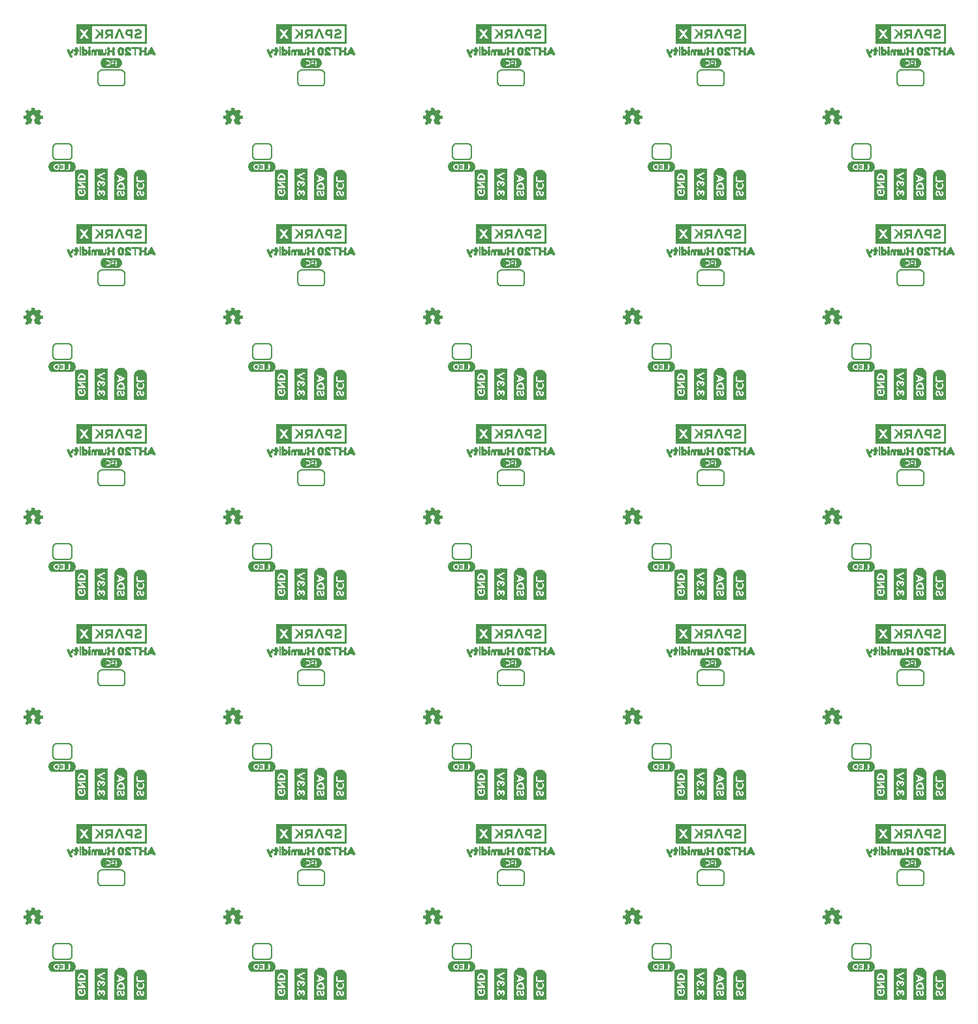
<source format=gbo>
G04 EAGLE Gerber RS-274X export*
G75*
%MOMM*%
%FSLAX34Y34*%
%LPD*%
%INSilkscreen Bottom*%
%IPPOS*%
%AMOC8*
5,1,8,0,0,1.08239X$1,22.5*%
G01*
%ADD10R,0.040000X3.880000*%
%ADD11R,0.040000X0.840000*%
%ADD12R,0.040000X2.800000*%
%ADD13R,0.040000X0.760000*%
%ADD14R,0.040000X0.320000*%
%ADD15R,0.040000X0.480000*%
%ADD16R,0.040000X0.160000*%
%ADD17R,0.040000X0.680000*%
%ADD18R,0.040000X0.200000*%
%ADD19R,0.040000X0.400000*%
%ADD20R,0.040000X0.120000*%
%ADD21R,0.040000X0.640000*%
%ADD22R,0.040000X0.360000*%
%ADD23R,0.040000X0.560000*%
%ADD24R,0.040000X0.600000*%
%ADD25R,0.040000X0.520000*%
%ADD26R,0.040000X0.280000*%
%ADD27R,0.040000X0.240000*%
%ADD28R,0.040000X0.720000*%
%ADD29R,0.040000X0.440000*%
%ADD30R,0.040000X0.040000*%
%ADD31R,0.040000X0.080000*%
%ADD32R,0.040000X0.800000*%
%ADD33R,0.040000X4.040000*%
%ADD34R,0.040000X1.000000*%
%ADD35R,0.040000X1.880000*%
%ADD36R,0.040000X0.920000*%
%ADD37R,0.040000X0.880000*%
%ADD38R,0.040000X3.520000*%
%ADD39R,0.040000X3.640000*%
%ADD40R,0.040000X3.720000*%
%ADD41R,0.040000X3.800000*%
%ADD42R,0.040000X3.840000*%
%ADD43R,0.040000X3.920000*%
%ADD44R,0.040000X3.040000*%
%ADD45R,0.040000X1.160000*%
%ADD46R,0.040000X1.120000*%
%ADD47R,0.040000X1.080000*%
%ADD48R,0.040000X1.040000*%
%ADD49R,0.040000X0.960000*%
%ADD50R,0.040000X3.280000*%
%ADD51R,0.040000X3.400000*%
%ADD52R,0.040000X3.480000*%
%ADD53R,0.040000X3.560000*%
%ADD54R,0.040000X3.600000*%
%ADD55R,0.040000X3.680000*%
%ADD56R,0.040000X1.800000*%
%ADD57R,0.040000X1.240000*%
%ADD58R,0.040000X1.280000*%
%ADD59R,0.040000X1.320000*%
%ADD60C,0.203200*%
%ADD61R,1.830000X0.030000*%
%ADD62R,2.010000X0.030000*%
%ADD63R,2.130000X0.020000*%
%ADD64R,2.250000X0.040000*%
%ADD65R,2.310000X0.030000*%
%ADD66R,2.370000X0.030000*%
%ADD67R,2.430000X0.020000*%
%ADD68R,0.930000X0.030000*%
%ADD69R,0.540000X0.030000*%
%ADD70R,0.750000X0.030000*%
%ADD71R,0.570000X0.040000*%
%ADD72R,0.150000X0.040000*%
%ADD73R,0.390000X0.040000*%
%ADD74R,0.660000X0.040000*%
%ADD75R,0.570000X0.030000*%
%ADD76R,0.120000X0.030000*%
%ADD77R,0.300000X0.030000*%
%ADD78R,0.600000X0.030000*%
%ADD79R,0.240000X0.030000*%
%ADD80R,0.090000X0.030000*%
%ADD81R,0.210000X0.030000*%
%ADD82R,0.630000X0.040000*%
%ADD83R,0.090000X0.040000*%
%ADD84R,0.060000X0.040000*%
%ADD85R,0.630000X0.030000*%
%ADD86R,0.660000X0.030000*%
%ADD87R,0.270000X0.030000*%
%ADD88R,0.720000X0.030000*%
%ADD89R,0.120000X0.040000*%
%ADD90R,1.080000X0.040000*%
%ADD91R,1.110000X0.030000*%
%ADD92R,0.150000X0.030000*%
%ADD93R,1.140000X0.030000*%
%ADD94R,0.180000X0.040000*%
%ADD95R,1.140000X0.040000*%
%ADD96R,0.060000X0.030000*%
%ADD97R,0.030000X0.030000*%
%ADD98R,0.030000X0.040000*%
%ADD99R,1.110000X0.040000*%
%ADD100R,1.080000X0.030000*%
%ADD101R,0.690000X0.030000*%
%ADD102R,0.780000X0.040000*%
%ADD103R,0.870000X0.030000*%
%ADD104R,2.430000X0.030000*%
%ADD105R,2.250000X0.030000*%
%ADD106R,2.130000X0.030000*%
%ADD107R,2.520000X0.040000*%
%ADD108R,2.720000X0.030000*%
%ADD109R,2.840000X0.030000*%
%ADD110R,2.980000X0.030000*%
%ADD111R,3.040000X0.030000*%
%ADD112R,3.100000X0.040000*%
%ADD113R,3.160000X0.030000*%
%ADD114R,3.240000X0.030000*%
%ADD115R,0.610000X0.030000*%
%ADD116R,0.510000X0.030000*%
%ADD117R,0.100000X0.030000*%
%ADD118R,0.830000X0.030000*%
%ADD119R,0.580000X0.030000*%
%ADD120R,0.770000X0.030000*%
%ADD121R,0.610000X0.040000*%
%ADD122R,0.480000X0.040000*%
%ADD123R,0.100000X0.040000*%
%ADD124R,0.770000X0.040000*%
%ADD125R,0.480000X0.030000*%
%ADD126R,0.700000X0.030000*%
%ADD127R,0.640000X0.030000*%
%ADD128R,0.730000X0.030000*%
%ADD129R,0.130000X0.030000*%
%ADD130R,0.550000X0.030000*%
%ADD131R,0.190000X0.030000*%
%ADD132R,0.670000X0.030000*%
%ADD133R,0.670000X0.040000*%
%ADD134R,0.550000X0.040000*%
%ADD135R,0.260000X0.040000*%
%ADD136R,0.700000X0.040000*%
%ADD137R,0.290000X0.030000*%
%ADD138R,0.230000X0.030000*%
%ADD139R,0.320000X0.030000*%
%ADD140R,0.230000X0.040000*%
%ADD141R,0.320000X0.040000*%
%ADD142R,0.260000X0.030000*%
%ADD143R,0.220000X0.030000*%
%ADD144R,0.160000X0.030000*%
%ADD145R,0.740000X0.040000*%
%ADD146R,0.740000X0.030000*%
%ADD147R,0.800000X0.030000*%
%ADD148R,0.840000X0.030000*%
%ADD149R,0.200000X0.040000*%
%ADD150R,0.160000X0.040000*%
%ADD151R,0.880000X0.040000*%
%ADD152R,0.240000X0.040000*%
%ADD153R,0.280000X0.040000*%
%ADD154R,1.040000X0.040000*%
%ADD155R,0.440000X0.040000*%
%ADD156R,0.400000X0.040000*%
%ADD157R,0.520000X0.040000*%
%ADD158R,0.600000X0.040000*%
%ADD159R,0.560000X0.040000*%
%ADD160R,0.680000X0.040000*%
%ADD161R,0.640000X0.040000*%
%ADD162R,0.360000X0.040000*%
%ADD163R,0.960000X0.040000*%
%ADD164R,0.080000X0.040000*%
%ADD165R,0.760000X0.040000*%
%ADD166R,0.720000X0.040000*%
%ADD167R,0.920000X0.040000*%
%ADD168R,1.120000X0.040000*%
%ADD169R,0.800000X0.040000*%
%ADD170R,0.840000X0.040000*%
%ADD171R,1.000000X0.040000*%

G36*
X1209087Y1258601D02*
X1209087Y1258601D01*
X1209082Y1258609D01*
X1209089Y1258615D01*
X1209089Y1283925D01*
X1209053Y1283973D01*
X1209046Y1283967D01*
X1209040Y1283975D01*
X1117600Y1283975D01*
X1117553Y1283939D01*
X1117558Y1283931D01*
X1117551Y1283925D01*
X1117551Y1258615D01*
X1117587Y1258567D01*
X1117594Y1258573D01*
X1117600Y1258565D01*
X1209040Y1258565D01*
X1209087Y1258601D01*
G37*
G36*
X950007Y1258601D02*
X950007Y1258601D01*
X950002Y1258609D01*
X950009Y1258615D01*
X950009Y1283925D01*
X949973Y1283973D01*
X949966Y1283967D01*
X949960Y1283975D01*
X858520Y1283975D01*
X858473Y1283939D01*
X858478Y1283931D01*
X858471Y1283925D01*
X858471Y1258615D01*
X858507Y1258567D01*
X858514Y1258573D01*
X858520Y1258565D01*
X949960Y1258565D01*
X950007Y1258601D01*
G37*
G36*
X172767Y1258601D02*
X172767Y1258601D01*
X172762Y1258609D01*
X172769Y1258615D01*
X172769Y1283925D01*
X172733Y1283973D01*
X172726Y1283967D01*
X172720Y1283975D01*
X81280Y1283975D01*
X81233Y1283939D01*
X81238Y1283931D01*
X81231Y1283925D01*
X81231Y1258615D01*
X81267Y1258567D01*
X81274Y1258573D01*
X81280Y1258565D01*
X172720Y1258565D01*
X172767Y1258601D01*
G37*
G36*
X690927Y1258601D02*
X690927Y1258601D01*
X690922Y1258609D01*
X690929Y1258615D01*
X690929Y1283925D01*
X690893Y1283973D01*
X690886Y1283967D01*
X690880Y1283975D01*
X599440Y1283975D01*
X599393Y1283939D01*
X599398Y1283931D01*
X599391Y1283925D01*
X599391Y1258615D01*
X599427Y1258567D01*
X599434Y1258573D01*
X599440Y1258565D01*
X690880Y1258565D01*
X690927Y1258601D01*
G37*
G36*
X431847Y1258601D02*
X431847Y1258601D01*
X431842Y1258609D01*
X431849Y1258615D01*
X431849Y1283925D01*
X431813Y1283973D01*
X431806Y1283967D01*
X431800Y1283975D01*
X340360Y1283975D01*
X340313Y1283939D01*
X340318Y1283931D01*
X340311Y1283925D01*
X340311Y1258615D01*
X340347Y1258567D01*
X340354Y1258573D01*
X340360Y1258565D01*
X431800Y1258565D01*
X431847Y1258601D01*
G37*
G36*
X950007Y999521D02*
X950007Y999521D01*
X950002Y999529D01*
X950009Y999535D01*
X950009Y1024845D01*
X949973Y1024893D01*
X949966Y1024887D01*
X949960Y1024895D01*
X858520Y1024895D01*
X858473Y1024859D01*
X858478Y1024851D01*
X858471Y1024845D01*
X858471Y999535D01*
X858507Y999487D01*
X858514Y999493D01*
X858520Y999485D01*
X949960Y999485D01*
X950007Y999521D01*
G37*
G36*
X1209087Y481361D02*
X1209087Y481361D01*
X1209082Y481369D01*
X1209089Y481375D01*
X1209089Y506685D01*
X1209053Y506733D01*
X1209046Y506727D01*
X1209040Y506735D01*
X1117600Y506735D01*
X1117553Y506699D01*
X1117558Y506691D01*
X1117551Y506685D01*
X1117551Y481375D01*
X1117587Y481327D01*
X1117594Y481333D01*
X1117600Y481325D01*
X1209040Y481325D01*
X1209087Y481361D01*
G37*
G36*
X431847Y999521D02*
X431847Y999521D01*
X431842Y999529D01*
X431849Y999535D01*
X431849Y1024845D01*
X431813Y1024893D01*
X431806Y1024887D01*
X431800Y1024895D01*
X340360Y1024895D01*
X340313Y1024859D01*
X340318Y1024851D01*
X340311Y1024845D01*
X340311Y999535D01*
X340347Y999487D01*
X340354Y999493D01*
X340360Y999485D01*
X431800Y999485D01*
X431847Y999521D01*
G37*
G36*
X172767Y999521D02*
X172767Y999521D01*
X172762Y999529D01*
X172769Y999535D01*
X172769Y1024845D01*
X172733Y1024893D01*
X172726Y1024887D01*
X172720Y1024895D01*
X81280Y1024895D01*
X81233Y1024859D01*
X81238Y1024851D01*
X81231Y1024845D01*
X81231Y999535D01*
X81267Y999487D01*
X81274Y999493D01*
X81280Y999485D01*
X172720Y999485D01*
X172767Y999521D01*
G37*
G36*
X950007Y740441D02*
X950007Y740441D01*
X950002Y740449D01*
X950009Y740455D01*
X950009Y765765D01*
X949973Y765813D01*
X949966Y765807D01*
X949960Y765815D01*
X858520Y765815D01*
X858473Y765779D01*
X858478Y765771D01*
X858471Y765765D01*
X858471Y740455D01*
X858507Y740407D01*
X858514Y740413D01*
X858520Y740405D01*
X949960Y740405D01*
X950007Y740441D01*
G37*
G36*
X690927Y740441D02*
X690927Y740441D01*
X690922Y740449D01*
X690929Y740455D01*
X690929Y765765D01*
X690893Y765813D01*
X690886Y765807D01*
X690880Y765815D01*
X599440Y765815D01*
X599393Y765779D01*
X599398Y765771D01*
X599391Y765765D01*
X599391Y740455D01*
X599427Y740407D01*
X599434Y740413D01*
X599440Y740405D01*
X690880Y740405D01*
X690927Y740441D01*
G37*
G36*
X431847Y481361D02*
X431847Y481361D01*
X431842Y481369D01*
X431849Y481375D01*
X431849Y506685D01*
X431813Y506733D01*
X431806Y506727D01*
X431800Y506735D01*
X340360Y506735D01*
X340313Y506699D01*
X340318Y506691D01*
X340311Y506685D01*
X340311Y481375D01*
X340347Y481327D01*
X340354Y481333D01*
X340360Y481325D01*
X431800Y481325D01*
X431847Y481361D01*
G37*
G36*
X1209087Y740441D02*
X1209087Y740441D01*
X1209082Y740449D01*
X1209089Y740455D01*
X1209089Y765765D01*
X1209053Y765813D01*
X1209046Y765807D01*
X1209040Y765815D01*
X1117600Y765815D01*
X1117553Y765779D01*
X1117558Y765771D01*
X1117551Y765765D01*
X1117551Y740455D01*
X1117587Y740407D01*
X1117594Y740413D01*
X1117600Y740405D01*
X1209040Y740405D01*
X1209087Y740441D01*
G37*
G36*
X431847Y740441D02*
X431847Y740441D01*
X431842Y740449D01*
X431849Y740455D01*
X431849Y765765D01*
X431813Y765813D01*
X431806Y765807D01*
X431800Y765815D01*
X340360Y765815D01*
X340313Y765779D01*
X340318Y765771D01*
X340311Y765765D01*
X340311Y740455D01*
X340347Y740407D01*
X340354Y740413D01*
X340360Y740405D01*
X431800Y740405D01*
X431847Y740441D01*
G37*
G36*
X172767Y481361D02*
X172767Y481361D01*
X172762Y481369D01*
X172769Y481375D01*
X172769Y506685D01*
X172733Y506733D01*
X172726Y506727D01*
X172720Y506735D01*
X81280Y506735D01*
X81233Y506699D01*
X81238Y506691D01*
X81231Y506685D01*
X81231Y481375D01*
X81267Y481327D01*
X81274Y481333D01*
X81280Y481325D01*
X172720Y481325D01*
X172767Y481361D01*
G37*
G36*
X1209087Y999521D02*
X1209087Y999521D01*
X1209082Y999529D01*
X1209089Y999535D01*
X1209089Y1024845D01*
X1209053Y1024893D01*
X1209046Y1024887D01*
X1209040Y1024895D01*
X1117600Y1024895D01*
X1117553Y1024859D01*
X1117558Y1024851D01*
X1117551Y1024845D01*
X1117551Y999535D01*
X1117587Y999487D01*
X1117594Y999493D01*
X1117600Y999485D01*
X1209040Y999485D01*
X1209087Y999521D01*
G37*
G36*
X172767Y740441D02*
X172767Y740441D01*
X172762Y740449D01*
X172769Y740455D01*
X172769Y765765D01*
X172733Y765813D01*
X172726Y765807D01*
X172720Y765815D01*
X81280Y765815D01*
X81233Y765779D01*
X81238Y765771D01*
X81231Y765765D01*
X81231Y740455D01*
X81267Y740407D01*
X81274Y740413D01*
X81280Y740405D01*
X172720Y740405D01*
X172767Y740441D01*
G37*
G36*
X690927Y999521D02*
X690927Y999521D01*
X690922Y999529D01*
X690929Y999535D01*
X690929Y1024845D01*
X690893Y1024893D01*
X690886Y1024887D01*
X690880Y1024895D01*
X599440Y1024895D01*
X599393Y1024859D01*
X599398Y1024851D01*
X599391Y1024845D01*
X599391Y999535D01*
X599427Y999487D01*
X599434Y999493D01*
X599440Y999485D01*
X690880Y999485D01*
X690927Y999521D01*
G37*
G36*
X690927Y481361D02*
X690927Y481361D01*
X690922Y481369D01*
X690929Y481375D01*
X690929Y506685D01*
X690893Y506733D01*
X690886Y506727D01*
X690880Y506735D01*
X599440Y506735D01*
X599393Y506699D01*
X599398Y506691D01*
X599391Y506685D01*
X599391Y481375D01*
X599427Y481327D01*
X599434Y481333D01*
X599440Y481325D01*
X690880Y481325D01*
X690927Y481361D01*
G37*
G36*
X950007Y481361D02*
X950007Y481361D01*
X950002Y481369D01*
X950009Y481375D01*
X950009Y506685D01*
X949973Y506733D01*
X949966Y506727D01*
X949960Y506735D01*
X858520Y506735D01*
X858473Y506699D01*
X858478Y506691D01*
X858471Y506685D01*
X858471Y481375D01*
X858507Y481327D01*
X858514Y481333D01*
X858520Y481325D01*
X949960Y481325D01*
X950007Y481361D01*
G37*
G36*
X431847Y222281D02*
X431847Y222281D01*
X431842Y222289D01*
X431849Y222295D01*
X431849Y247605D01*
X431813Y247653D01*
X431806Y247647D01*
X431800Y247655D01*
X340360Y247655D01*
X340313Y247619D01*
X340318Y247611D01*
X340311Y247605D01*
X340311Y222295D01*
X340347Y222247D01*
X340354Y222253D01*
X340360Y222245D01*
X431800Y222245D01*
X431847Y222281D01*
G37*
G36*
X81267Y222247D02*
X81267Y222247D01*
X81274Y222253D01*
X81280Y222245D01*
X172720Y222245D01*
X172767Y222281D01*
X172762Y222289D01*
X172769Y222295D01*
X172769Y247605D01*
X172733Y247653D01*
X172726Y247647D01*
X172720Y247655D01*
X81280Y247655D01*
X81233Y247619D01*
X81238Y247611D01*
X81231Y247605D01*
X81231Y222295D01*
X81267Y222247D01*
G37*
G36*
X950007Y222281D02*
X950007Y222281D01*
X950002Y222289D01*
X950009Y222295D01*
X950009Y247605D01*
X949973Y247653D01*
X949966Y247647D01*
X949960Y247655D01*
X858520Y247655D01*
X858473Y247619D01*
X858478Y247611D01*
X858471Y247605D01*
X858471Y222295D01*
X858507Y222247D01*
X858514Y222253D01*
X858520Y222245D01*
X949960Y222245D01*
X950007Y222281D01*
G37*
G36*
X1209087Y222281D02*
X1209087Y222281D01*
X1209082Y222289D01*
X1209089Y222295D01*
X1209089Y247605D01*
X1209053Y247653D01*
X1209046Y247647D01*
X1209040Y247655D01*
X1117600Y247655D01*
X1117553Y247619D01*
X1117558Y247611D01*
X1117551Y247605D01*
X1117551Y222295D01*
X1117587Y222247D01*
X1117594Y222253D01*
X1117600Y222245D01*
X1209040Y222245D01*
X1209087Y222281D01*
G37*
G36*
X690927Y222281D02*
X690927Y222281D01*
X690922Y222289D01*
X690929Y222295D01*
X690929Y247605D01*
X690893Y247653D01*
X690886Y247647D01*
X690880Y247655D01*
X599440Y247655D01*
X599393Y247619D01*
X599398Y247611D01*
X599391Y247605D01*
X599391Y222295D01*
X599427Y222247D01*
X599434Y222253D01*
X599440Y222245D01*
X690880Y222245D01*
X690927Y222281D01*
G37*
%LPC*%
G36*
X101757Y742854D02*
X101757Y742854D01*
X101757Y763366D01*
X170321Y763366D01*
X170321Y742854D01*
X101757Y742854D01*
G37*
%LPD*%
%LPC*%
G36*
X360837Y1001934D02*
X360837Y1001934D01*
X360837Y1022446D01*
X429401Y1022446D01*
X429401Y1001934D01*
X360837Y1001934D01*
G37*
%LPD*%
%LPC*%
G36*
X1138077Y742854D02*
X1138077Y742854D01*
X1138077Y763366D01*
X1206641Y763366D01*
X1206641Y742854D01*
X1138077Y742854D01*
G37*
%LPD*%
%LPC*%
G36*
X360837Y742854D02*
X360837Y742854D01*
X360837Y763366D01*
X429401Y763366D01*
X429401Y742854D01*
X360837Y742854D01*
G37*
%LPD*%
%LPC*%
G36*
X619917Y1001934D02*
X619917Y1001934D01*
X619917Y1022446D01*
X688481Y1022446D01*
X688481Y1001934D01*
X619917Y1001934D01*
G37*
%LPD*%
%LPC*%
G36*
X619917Y742854D02*
X619917Y742854D01*
X619917Y763366D01*
X688481Y763366D01*
X688481Y742854D01*
X619917Y742854D01*
G37*
%LPD*%
%LPC*%
G36*
X101757Y1001934D02*
X101757Y1001934D01*
X101757Y1022446D01*
X170321Y1022446D01*
X170321Y1001934D01*
X101757Y1001934D01*
G37*
%LPD*%
%LPC*%
G36*
X878997Y742854D02*
X878997Y742854D01*
X878997Y763366D01*
X947561Y763366D01*
X947561Y742854D01*
X878997Y742854D01*
G37*
%LPD*%
%LPC*%
G36*
X1138077Y1001934D02*
X1138077Y1001934D01*
X1138077Y1022446D01*
X1206641Y1022446D01*
X1206641Y1001934D01*
X1138077Y1001934D01*
G37*
%LPD*%
%LPC*%
G36*
X619917Y1261014D02*
X619917Y1261014D01*
X619917Y1281526D01*
X688481Y1281526D01*
X688481Y1261014D01*
X619917Y1261014D01*
G37*
%LPD*%
%LPC*%
G36*
X360837Y1261014D02*
X360837Y1261014D01*
X360837Y1281526D01*
X429401Y1281526D01*
X429401Y1261014D01*
X360837Y1261014D01*
G37*
%LPD*%
%LPC*%
G36*
X101757Y1261014D02*
X101757Y1261014D01*
X101757Y1281526D01*
X170321Y1281526D01*
X170321Y1261014D01*
X101757Y1261014D01*
G37*
%LPD*%
%LPC*%
G36*
X878997Y1261014D02*
X878997Y1261014D01*
X878997Y1281526D01*
X947561Y1281526D01*
X947561Y1261014D01*
X878997Y1261014D01*
G37*
%LPD*%
%LPC*%
G36*
X619917Y224694D02*
X619917Y224694D01*
X619917Y245206D01*
X688481Y245206D01*
X688481Y224694D01*
X619917Y224694D01*
G37*
%LPD*%
%LPC*%
G36*
X1138077Y224694D02*
X1138077Y224694D01*
X1138077Y245206D01*
X1206641Y245206D01*
X1206641Y224694D01*
X1138077Y224694D01*
G37*
%LPD*%
%LPC*%
G36*
X878997Y224694D02*
X878997Y224694D01*
X878997Y245206D01*
X947561Y245206D01*
X947561Y224694D01*
X878997Y224694D01*
G37*
%LPD*%
%LPC*%
G36*
X170321Y245206D02*
X170321Y245206D01*
X170321Y224694D01*
X101757Y224694D01*
X101757Y245206D01*
X170321Y245206D01*
G37*
%LPD*%
%LPC*%
G36*
X360837Y483774D02*
X360837Y483774D01*
X360837Y504286D01*
X429401Y504286D01*
X429401Y483774D01*
X360837Y483774D01*
G37*
%LPD*%
%LPC*%
G36*
X360837Y224694D02*
X360837Y224694D01*
X360837Y245206D01*
X429401Y245206D01*
X429401Y224694D01*
X360837Y224694D01*
G37*
%LPD*%
%LPC*%
G36*
X1138077Y1261014D02*
X1138077Y1261014D01*
X1138077Y1281526D01*
X1206641Y1281526D01*
X1206641Y1261014D01*
X1138077Y1261014D01*
G37*
%LPD*%
%LPC*%
G36*
X1138077Y483774D02*
X1138077Y483774D01*
X1138077Y504286D01*
X1206641Y504286D01*
X1206641Y483774D01*
X1138077Y483774D01*
G37*
%LPD*%
%LPC*%
G36*
X878997Y483774D02*
X878997Y483774D01*
X878997Y504286D01*
X947561Y504286D01*
X947561Y483774D01*
X878997Y483774D01*
G37*
%LPD*%
%LPC*%
G36*
X878997Y1001934D02*
X878997Y1001934D01*
X878997Y1022446D01*
X947561Y1022446D01*
X947561Y1001934D01*
X878997Y1001934D01*
G37*
%LPD*%
%LPC*%
G36*
X101757Y483774D02*
X101757Y483774D01*
X101757Y504286D01*
X170321Y504286D01*
X170321Y483774D01*
X101757Y483774D01*
G37*
%LPD*%
%LPC*%
G36*
X619917Y483774D02*
X619917Y483774D01*
X619917Y504286D01*
X688481Y504286D01*
X688481Y483774D01*
X619917Y483774D01*
G37*
%LPD*%
G36*
X33086Y634868D02*
X33086Y634868D01*
X33152Y634873D01*
X33170Y634884D01*
X33191Y634889D01*
X33276Y634949D01*
X33300Y634963D01*
X33303Y634968D01*
X33308Y634972D01*
X35508Y637272D01*
X35516Y637285D01*
X35529Y637295D01*
X35560Y637359D01*
X35596Y637421D01*
X35597Y637437D01*
X35604Y637451D01*
X35603Y637522D01*
X35609Y637593D01*
X35603Y637608D01*
X35602Y637624D01*
X35545Y637749D01*
X35543Y637753D01*
X35543Y637754D01*
X33675Y640369D01*
X33677Y640380D01*
X33686Y640393D01*
X33697Y640451D01*
X33706Y640472D01*
X33706Y640494D01*
X33712Y640527D01*
X33713Y640532D01*
X33713Y640533D01*
X33713Y640534D01*
X33713Y640544D01*
X33746Y640609D01*
X33802Y640666D01*
X33813Y640684D01*
X33825Y640693D01*
X33833Y640712D01*
X33873Y640764D01*
X33946Y640909D01*
X34002Y640966D01*
X34042Y641030D01*
X34086Y641093D01*
X34088Y641105D01*
X34093Y641113D01*
X34097Y641148D01*
X34113Y641234D01*
X34113Y641283D01*
X34142Y641330D01*
X34186Y641393D01*
X34188Y641405D01*
X34193Y641413D01*
X34197Y641448D01*
X34213Y641534D01*
X34213Y641644D01*
X34246Y641709D01*
X34302Y641766D01*
X34342Y641830D01*
X34386Y641893D01*
X34388Y641905D01*
X34393Y641913D01*
X34397Y641948D01*
X34403Y641981D01*
X34406Y641989D01*
X34406Y641997D01*
X34413Y642034D01*
X34413Y642083D01*
X34442Y642130D01*
X34486Y642193D01*
X34488Y642205D01*
X34493Y642213D01*
X34497Y642248D01*
X34513Y642334D01*
X34513Y642444D01*
X34542Y642502D01*
X37798Y643060D01*
X37816Y643067D01*
X37835Y643068D01*
X37895Y643101D01*
X37957Y643127D01*
X37970Y643142D01*
X37987Y643151D01*
X38026Y643207D01*
X38070Y643258D01*
X38075Y643277D01*
X38086Y643293D01*
X38108Y643404D01*
X38113Y643426D01*
X38112Y643430D01*
X38113Y643434D01*
X38113Y646634D01*
X38109Y646653D01*
X38111Y646672D01*
X38100Y646706D01*
X38099Y646713D01*
X38094Y646723D01*
X38089Y646736D01*
X38074Y646802D01*
X38061Y646817D01*
X38055Y646835D01*
X38007Y646883D01*
X37964Y646936D01*
X37946Y646943D01*
X37932Y646957D01*
X37826Y646997D01*
X37806Y647006D01*
X37802Y647006D01*
X37798Y647008D01*
X34586Y647558D01*
X34575Y647597D01*
X34574Y647602D01*
X34573Y647603D01*
X34513Y647723D01*
X34513Y647734D01*
X34510Y647749D01*
X34512Y647765D01*
X34492Y647835D01*
X34492Y647850D01*
X34484Y647864D01*
X34475Y647897D01*
X34474Y647902D01*
X34473Y647903D01*
X34413Y648023D01*
X34413Y648034D01*
X34410Y648049D01*
X34412Y648065D01*
X34375Y648197D01*
X34374Y648202D01*
X34373Y648203D01*
X34213Y648523D01*
X34213Y648534D01*
X34210Y648549D01*
X34212Y648565D01*
X34175Y648697D01*
X34174Y648702D01*
X34173Y648703D01*
X34073Y648903D01*
X34050Y648931D01*
X34013Y648985D01*
X34013Y649034D01*
X33996Y649108D01*
X33982Y649183D01*
X33976Y649193D01*
X33974Y649202D01*
X33951Y649230D01*
X33902Y649302D01*
X33846Y649358D01*
X33773Y649503D01*
X33750Y649531D01*
X33713Y649585D01*
X33713Y649634D01*
X33696Y649708D01*
X33692Y649730D01*
X35546Y652418D01*
X35552Y652434D01*
X35564Y652447D01*
X35584Y652514D01*
X35609Y652579D01*
X35608Y652597D01*
X35613Y652613D01*
X35600Y652682D01*
X35594Y652752D01*
X35585Y652766D01*
X35582Y652783D01*
X35511Y652889D01*
X35504Y652900D01*
X35503Y652900D01*
X35502Y652902D01*
X33302Y655102D01*
X33288Y655111D01*
X33277Y655125D01*
X33215Y655156D01*
X33155Y655193D01*
X33138Y655195D01*
X33123Y655202D01*
X33053Y655203D01*
X32983Y655209D01*
X32967Y655203D01*
X32950Y655203D01*
X32832Y655152D01*
X32821Y655148D01*
X32820Y655147D01*
X32819Y655146D01*
X30120Y653284D01*
X30102Y653302D01*
X30037Y653342D01*
X29975Y653386D01*
X29963Y653388D01*
X29955Y653393D01*
X29920Y653396D01*
X29834Y653413D01*
X29784Y653413D01*
X29772Y653421D01*
X29704Y653473D01*
X29559Y653545D01*
X29502Y653602D01*
X29437Y653642D01*
X29375Y653686D01*
X29363Y653688D01*
X29355Y653693D01*
X29320Y653696D01*
X29234Y653713D01*
X29184Y653713D01*
X29172Y653721D01*
X29104Y653773D01*
X28904Y653873D01*
X28888Y653877D01*
X28875Y653886D01*
X28741Y653912D01*
X28735Y653913D01*
X28734Y653913D01*
X28724Y653913D01*
X28604Y653973D01*
X28588Y653977D01*
X28575Y653986D01*
X28441Y654012D01*
X28435Y654013D01*
X28434Y654013D01*
X28384Y654013D01*
X28337Y654042D01*
X28275Y654086D01*
X28263Y654088D01*
X28255Y654093D01*
X28220Y654096D01*
X28134Y654113D01*
X28024Y654113D01*
X27966Y654142D01*
X27408Y657398D01*
X27400Y657416D01*
X27399Y657435D01*
X27367Y657494D01*
X27340Y657557D01*
X27326Y657570D01*
X27316Y657587D01*
X27261Y657626D01*
X27209Y657670D01*
X27190Y657675D01*
X27175Y657686D01*
X27064Y657707D01*
X27042Y657713D01*
X27038Y657712D01*
X27034Y657713D01*
X23834Y657713D01*
X23815Y657709D01*
X23796Y657711D01*
X23732Y657689D01*
X23666Y657673D01*
X23651Y657661D01*
X23632Y657655D01*
X23585Y657607D01*
X23532Y657563D01*
X23524Y657546D01*
X23511Y657532D01*
X23471Y657426D01*
X23462Y657405D01*
X23462Y657402D01*
X23460Y657398D01*
X22910Y654186D01*
X22871Y654175D01*
X22866Y654173D01*
X22865Y654173D01*
X22864Y654173D01*
X22744Y654113D01*
X22734Y654113D01*
X22718Y654109D01*
X22702Y654112D01*
X22571Y654075D01*
X22566Y654073D01*
X22565Y654073D01*
X22564Y654073D01*
X22444Y654013D01*
X22434Y654013D01*
X22418Y654009D01*
X22402Y654012D01*
X22271Y653975D01*
X22266Y653973D01*
X22265Y653973D01*
X22264Y653973D01*
X22144Y653913D01*
X22034Y653913D01*
X21960Y653896D01*
X21884Y653882D01*
X21875Y653876D01*
X21866Y653873D01*
X21838Y653851D01*
X21766Y653802D01*
X21709Y653745D01*
X21644Y653713D01*
X21634Y653713D01*
X21618Y653709D01*
X21602Y653712D01*
X21471Y653675D01*
X21466Y653673D01*
X21465Y653673D01*
X21464Y653673D01*
X21264Y653573D01*
X21237Y653550D01*
X21166Y653502D01*
X21109Y653445D01*
X21044Y653413D01*
X21034Y653413D01*
X21018Y653409D01*
X21002Y653412D01*
X20871Y653375D01*
X20866Y653373D01*
X20865Y653373D01*
X20864Y653373D01*
X20723Y653302D01*
X18049Y655146D01*
X18037Y655151D01*
X18028Y655160D01*
X17957Y655182D01*
X17888Y655209D01*
X17875Y655208D01*
X17863Y655212D01*
X17790Y655200D01*
X17716Y655194D01*
X17705Y655187D01*
X17692Y655185D01*
X17572Y655108D01*
X15272Y652908D01*
X15258Y652886D01*
X15238Y652870D01*
X15211Y652814D01*
X15177Y652763D01*
X15174Y652737D01*
X15163Y652714D01*
X15164Y652652D01*
X15157Y652591D01*
X15166Y652567D01*
X15166Y652541D01*
X15204Y652461D01*
X15215Y652428D01*
X15222Y652422D01*
X15227Y652411D01*
X17162Y649738D01*
X17122Y649658D01*
X17066Y649602D01*
X17026Y649537D01*
X16982Y649474D01*
X16980Y649463D01*
X16975Y649455D01*
X16971Y649420D01*
X16955Y649334D01*
X16955Y649284D01*
X16947Y649271D01*
X16895Y649203D01*
X16822Y649058D01*
X16766Y649002D01*
X16726Y648937D01*
X16682Y648874D01*
X16680Y648863D01*
X16675Y648855D01*
X16671Y648820D01*
X16655Y648734D01*
X16655Y648684D01*
X16626Y648637D01*
X16582Y648574D01*
X16580Y648563D01*
X16575Y648555D01*
X16571Y648520D01*
X16555Y648434D01*
X16555Y648323D01*
X16522Y648258D01*
X16466Y648202D01*
X16426Y648137D01*
X16382Y648074D01*
X16380Y648063D01*
X16375Y648055D01*
X16371Y648020D01*
X16355Y647934D01*
X16355Y647884D01*
X16326Y647837D01*
X16282Y647774D01*
X16280Y647763D01*
X16275Y647755D01*
X16271Y647720D01*
X16255Y647634D01*
X16255Y647555D01*
X12972Y647008D01*
X12953Y647000D01*
X12933Y646999D01*
X12874Y646967D01*
X12812Y646941D01*
X12799Y646926D01*
X12781Y646916D01*
X12743Y646861D01*
X12699Y646811D01*
X12693Y646791D01*
X12682Y646774D01*
X12666Y646693D01*
X12662Y646683D01*
X12662Y646672D01*
X12661Y646668D01*
X12655Y646643D01*
X12656Y646639D01*
X12655Y646634D01*
X12655Y643434D01*
X12659Y643415D01*
X12657Y643396D01*
X12679Y643331D01*
X12694Y643265D01*
X12707Y643250D01*
X12713Y643232D01*
X12761Y643184D01*
X12804Y643132D01*
X12822Y643124D01*
X12836Y643110D01*
X12942Y643070D01*
X12962Y643061D01*
X12966Y643061D01*
X12970Y643060D01*
X16258Y642496D01*
X16293Y642371D01*
X16294Y642365D01*
X16295Y642365D01*
X16295Y642364D01*
X16355Y642244D01*
X16355Y642234D01*
X16358Y642218D01*
X16356Y642202D01*
X16393Y642071D01*
X16394Y642065D01*
X16395Y642065D01*
X16395Y642064D01*
X16455Y641944D01*
X16455Y641934D01*
X16458Y641918D01*
X16456Y641902D01*
X16493Y641771D01*
X16494Y641765D01*
X16495Y641765D01*
X16495Y641764D01*
X16655Y641444D01*
X16655Y641434D01*
X16658Y641418D01*
X16656Y641402D01*
X16693Y641271D01*
X16694Y641265D01*
X16695Y641265D01*
X16695Y641264D01*
X16795Y641064D01*
X16818Y641036D01*
X16866Y640966D01*
X16922Y640909D01*
X16955Y640844D01*
X16955Y640834D01*
X16958Y640818D01*
X16956Y640802D01*
X16993Y640671D01*
X16994Y640665D01*
X16995Y640665D01*
X16995Y640664D01*
X17095Y640464D01*
X17118Y640436D01*
X17166Y640366D01*
X17176Y640355D01*
X15231Y637761D01*
X15221Y637739D01*
X15204Y637720D01*
X15186Y637660D01*
X15161Y637603D01*
X15162Y637578D01*
X15155Y637554D01*
X15166Y637493D01*
X15169Y637430D01*
X15181Y637408D01*
X15186Y637384D01*
X15237Y637309D01*
X15253Y637279D01*
X15260Y637274D01*
X15266Y637266D01*
X17566Y634966D01*
X17580Y634957D01*
X17591Y634943D01*
X17653Y634911D01*
X17713Y634874D01*
X17730Y634873D01*
X17745Y634865D01*
X17816Y634865D01*
X17885Y634858D01*
X17901Y634864D01*
X17918Y634864D01*
X18036Y634916D01*
X18047Y634920D01*
X18048Y634921D01*
X18049Y634921D01*
X20748Y636783D01*
X20766Y636766D01*
X20831Y636725D01*
X20893Y636681D01*
X20905Y636679D01*
X20913Y636674D01*
X20948Y636671D01*
X20963Y636668D01*
X20966Y636666D01*
X21031Y636625D01*
X21093Y636581D01*
X21105Y636579D01*
X21113Y636574D01*
X21148Y636571D01*
X21234Y636554D01*
X21284Y636554D01*
X21331Y636525D01*
X21393Y636481D01*
X21405Y636479D01*
X21413Y636474D01*
X21448Y636471D01*
X21463Y636468D01*
X21466Y636466D01*
X21531Y636425D01*
X21593Y636381D01*
X21605Y636379D01*
X21613Y636374D01*
X21648Y636371D01*
X21663Y636368D01*
X21666Y636366D01*
X21731Y636325D01*
X21793Y636281D01*
X21805Y636279D01*
X21813Y636274D01*
X21848Y636271D01*
X21877Y636265D01*
X21904Y636232D01*
X21923Y636224D01*
X21938Y636209D01*
X22001Y636189D01*
X22062Y636161D01*
X22083Y636162D01*
X22102Y636156D01*
X22168Y636166D01*
X22235Y636168D01*
X22253Y636178D01*
X22273Y636181D01*
X22328Y636219D01*
X22387Y636251D01*
X22399Y636268D01*
X22415Y636280D01*
X22472Y636372D01*
X22486Y636393D01*
X22487Y636398D01*
X22490Y636402D01*
X24490Y641802D01*
X24494Y641833D01*
X24506Y641861D01*
X24504Y641917D01*
X24511Y641974D01*
X24501Y642003D01*
X24500Y642034D01*
X24473Y642084D01*
X24454Y642137D01*
X24432Y642159D01*
X24417Y642186D01*
X24357Y642232D01*
X24330Y642258D01*
X24317Y642262D01*
X24304Y642273D01*
X23759Y642545D01*
X23602Y642702D01*
X23572Y642721D01*
X23504Y642773D01*
X23359Y642845D01*
X23046Y643158D01*
X22973Y643303D01*
X22950Y643331D01*
X22902Y643402D01*
X22746Y643558D01*
X22685Y643679D01*
X22594Y643954D01*
X22582Y643973D01*
X22573Y644003D01*
X22513Y644123D01*
X22513Y644234D01*
X22505Y644269D01*
X22494Y644354D01*
X22413Y644595D01*
X22413Y645372D01*
X22494Y645614D01*
X22497Y645650D01*
X22513Y645734D01*
X22513Y645919D01*
X22650Y646123D01*
X22663Y646158D01*
X22694Y646214D01*
X22778Y646466D01*
X23129Y646992D01*
X23476Y647339D01*
X24002Y647690D01*
X24254Y647774D01*
X24272Y647785D01*
X24286Y647788D01*
X24299Y647799D01*
X24344Y647818D01*
X24549Y647954D01*
X24734Y647954D01*
X24769Y647963D01*
X24854Y647974D01*
X25096Y648054D01*
X25687Y648054D01*
X26042Y647966D01*
X26078Y647965D01*
X26134Y647954D01*
X26319Y647954D01*
X26524Y647818D01*
X26559Y647805D01*
X26608Y647777D01*
X26610Y647776D01*
X26611Y647776D01*
X26614Y647774D01*
X26866Y647690D01*
X27093Y647539D01*
X27266Y647366D01*
X27292Y647349D01*
X27324Y647318D01*
X27593Y647139D01*
X27739Y646992D01*
X28090Y646466D01*
X28455Y645372D01*
X28455Y644895D01*
X28374Y644654D01*
X28371Y644618D01*
X28355Y644534D01*
X28355Y644323D01*
X28195Y644003D01*
X28189Y643981D01*
X28174Y643954D01*
X28083Y643679D01*
X27922Y643358D01*
X27766Y643202D01*
X27747Y643171D01*
X27695Y643103D01*
X27622Y642958D01*
X27509Y642845D01*
X27364Y642773D01*
X27337Y642750D01*
X27266Y642702D01*
X27109Y642545D01*
X26788Y642385D01*
X26514Y642293D01*
X26465Y642263D01*
X26412Y642241D01*
X26392Y642219D01*
X26367Y642203D01*
X26336Y642154D01*
X26299Y642111D01*
X26291Y642082D01*
X26275Y642056D01*
X26269Y641999D01*
X26255Y641943D01*
X26261Y641909D01*
X26258Y641884D01*
X26270Y641852D01*
X26278Y641802D01*
X28278Y636402D01*
X28304Y636364D01*
X28320Y636321D01*
X28351Y636293D01*
X28374Y636258D01*
X28414Y636235D01*
X28447Y636204D01*
X28487Y636192D01*
X28524Y636171D01*
X28569Y636168D01*
X28613Y636155D01*
X28654Y636162D01*
X28696Y636160D01*
X28739Y636177D01*
X28784Y636185D01*
X28825Y636213D01*
X28856Y636226D01*
X28873Y636246D01*
X28886Y636254D01*
X28934Y636254D01*
X29008Y636272D01*
X29084Y636285D01*
X29093Y636292D01*
X29102Y636294D01*
X29130Y636317D01*
X29202Y636366D01*
X29209Y636372D01*
X29284Y636385D01*
X29293Y636392D01*
X29302Y636394D01*
X29330Y636417D01*
X29402Y636466D01*
X29409Y636472D01*
X29484Y636485D01*
X29493Y636492D01*
X29502Y636494D01*
X29530Y636517D01*
X29602Y636566D01*
X29609Y636572D01*
X29684Y636585D01*
X29693Y636592D01*
X29702Y636594D01*
X29730Y636617D01*
X29802Y636666D01*
X29809Y636672D01*
X29884Y636685D01*
X29893Y636692D01*
X29902Y636694D01*
X29930Y636717D01*
X30002Y636766D01*
X30009Y636772D01*
X30084Y636785D01*
X30093Y636792D01*
X30102Y636794D01*
X30103Y636794D01*
X32819Y634921D01*
X32839Y634914D01*
X32855Y634900D01*
X32918Y634882D01*
X32980Y634858D01*
X33001Y634860D01*
X33022Y634855D01*
X33086Y634868D01*
G37*
G36*
X1069406Y1153028D02*
X1069406Y1153028D01*
X1069472Y1153033D01*
X1069490Y1153044D01*
X1069511Y1153049D01*
X1069596Y1153109D01*
X1069620Y1153123D01*
X1069623Y1153128D01*
X1069628Y1153132D01*
X1071828Y1155432D01*
X1071836Y1155445D01*
X1071849Y1155455D01*
X1071880Y1155519D01*
X1071916Y1155581D01*
X1071917Y1155597D01*
X1071924Y1155611D01*
X1071923Y1155682D01*
X1071929Y1155753D01*
X1071923Y1155768D01*
X1071922Y1155784D01*
X1071865Y1155909D01*
X1071863Y1155913D01*
X1071863Y1155914D01*
X1069995Y1158529D01*
X1069997Y1158540D01*
X1070006Y1158553D01*
X1070017Y1158611D01*
X1070026Y1158632D01*
X1070026Y1158654D01*
X1070032Y1158687D01*
X1070033Y1158692D01*
X1070033Y1158693D01*
X1070033Y1158694D01*
X1070033Y1158704D01*
X1070066Y1158769D01*
X1070122Y1158826D01*
X1070133Y1158844D01*
X1070145Y1158853D01*
X1070153Y1158872D01*
X1070193Y1158924D01*
X1070266Y1159069D01*
X1070322Y1159126D01*
X1070362Y1159190D01*
X1070406Y1159253D01*
X1070408Y1159265D01*
X1070413Y1159273D01*
X1070417Y1159308D01*
X1070433Y1159394D01*
X1070433Y1159443D01*
X1070462Y1159490D01*
X1070506Y1159553D01*
X1070508Y1159565D01*
X1070513Y1159573D01*
X1070517Y1159608D01*
X1070533Y1159694D01*
X1070533Y1159804D01*
X1070566Y1159869D01*
X1070622Y1159926D01*
X1070662Y1159990D01*
X1070706Y1160053D01*
X1070708Y1160065D01*
X1070713Y1160073D01*
X1070717Y1160108D01*
X1070723Y1160141D01*
X1070726Y1160149D01*
X1070726Y1160157D01*
X1070733Y1160194D01*
X1070733Y1160243D01*
X1070762Y1160290D01*
X1070806Y1160353D01*
X1070808Y1160365D01*
X1070813Y1160373D01*
X1070817Y1160408D01*
X1070833Y1160494D01*
X1070833Y1160604D01*
X1070862Y1160662D01*
X1074118Y1161220D01*
X1074136Y1161227D01*
X1074155Y1161228D01*
X1074215Y1161261D01*
X1074277Y1161287D01*
X1074290Y1161302D01*
X1074307Y1161311D01*
X1074346Y1161367D01*
X1074390Y1161418D01*
X1074395Y1161437D01*
X1074406Y1161453D01*
X1074428Y1161564D01*
X1074433Y1161586D01*
X1074432Y1161590D01*
X1074433Y1161594D01*
X1074433Y1164794D01*
X1074429Y1164813D01*
X1074431Y1164832D01*
X1074420Y1164866D01*
X1074419Y1164873D01*
X1074414Y1164883D01*
X1074409Y1164896D01*
X1074394Y1164962D01*
X1074381Y1164977D01*
X1074375Y1164995D01*
X1074327Y1165043D01*
X1074284Y1165096D01*
X1074266Y1165103D01*
X1074252Y1165117D01*
X1074146Y1165157D01*
X1074126Y1165166D01*
X1074122Y1165166D01*
X1074118Y1165168D01*
X1070906Y1165718D01*
X1070895Y1165757D01*
X1070894Y1165762D01*
X1070893Y1165763D01*
X1070833Y1165883D01*
X1070833Y1165894D01*
X1070830Y1165909D01*
X1070832Y1165925D01*
X1070812Y1165995D01*
X1070812Y1166010D01*
X1070804Y1166024D01*
X1070795Y1166057D01*
X1070794Y1166062D01*
X1070793Y1166063D01*
X1070733Y1166183D01*
X1070733Y1166194D01*
X1070730Y1166209D01*
X1070732Y1166225D01*
X1070695Y1166357D01*
X1070694Y1166362D01*
X1070693Y1166363D01*
X1070533Y1166683D01*
X1070533Y1166694D01*
X1070530Y1166709D01*
X1070532Y1166725D01*
X1070495Y1166857D01*
X1070494Y1166862D01*
X1070493Y1166863D01*
X1070393Y1167063D01*
X1070370Y1167091D01*
X1070333Y1167145D01*
X1070333Y1167194D01*
X1070316Y1167268D01*
X1070302Y1167343D01*
X1070296Y1167353D01*
X1070294Y1167362D01*
X1070271Y1167390D01*
X1070222Y1167462D01*
X1070166Y1167518D01*
X1070093Y1167663D01*
X1070070Y1167691D01*
X1070033Y1167745D01*
X1070033Y1167794D01*
X1070016Y1167868D01*
X1070012Y1167890D01*
X1071866Y1170578D01*
X1071872Y1170594D01*
X1071884Y1170607D01*
X1071904Y1170674D01*
X1071929Y1170739D01*
X1071928Y1170757D01*
X1071933Y1170773D01*
X1071920Y1170842D01*
X1071914Y1170912D01*
X1071905Y1170926D01*
X1071902Y1170943D01*
X1071831Y1171049D01*
X1071824Y1171060D01*
X1071823Y1171060D01*
X1071822Y1171062D01*
X1069622Y1173262D01*
X1069608Y1173271D01*
X1069597Y1173285D01*
X1069535Y1173316D01*
X1069475Y1173353D01*
X1069458Y1173355D01*
X1069443Y1173362D01*
X1069373Y1173363D01*
X1069303Y1173369D01*
X1069287Y1173363D01*
X1069270Y1173363D01*
X1069152Y1173312D01*
X1069141Y1173308D01*
X1069140Y1173307D01*
X1069139Y1173306D01*
X1066440Y1171444D01*
X1066422Y1171462D01*
X1066357Y1171502D01*
X1066295Y1171546D01*
X1066283Y1171548D01*
X1066275Y1171553D01*
X1066240Y1171556D01*
X1066154Y1171573D01*
X1066104Y1171573D01*
X1066092Y1171581D01*
X1066024Y1171633D01*
X1065879Y1171705D01*
X1065822Y1171762D01*
X1065757Y1171802D01*
X1065695Y1171846D01*
X1065683Y1171848D01*
X1065675Y1171853D01*
X1065640Y1171856D01*
X1065554Y1171873D01*
X1065504Y1171873D01*
X1065492Y1171881D01*
X1065424Y1171933D01*
X1065224Y1172033D01*
X1065208Y1172037D01*
X1065195Y1172046D01*
X1065061Y1172072D01*
X1065055Y1172073D01*
X1065054Y1172073D01*
X1065044Y1172073D01*
X1064924Y1172133D01*
X1064908Y1172137D01*
X1064895Y1172146D01*
X1064761Y1172172D01*
X1064755Y1172173D01*
X1064754Y1172173D01*
X1064704Y1172173D01*
X1064657Y1172202D01*
X1064595Y1172246D01*
X1064583Y1172248D01*
X1064575Y1172253D01*
X1064540Y1172256D01*
X1064454Y1172273D01*
X1064344Y1172273D01*
X1064286Y1172302D01*
X1063728Y1175558D01*
X1063720Y1175576D01*
X1063719Y1175595D01*
X1063687Y1175654D01*
X1063660Y1175717D01*
X1063646Y1175730D01*
X1063636Y1175747D01*
X1063581Y1175786D01*
X1063529Y1175830D01*
X1063510Y1175835D01*
X1063495Y1175846D01*
X1063384Y1175867D01*
X1063362Y1175873D01*
X1063358Y1175872D01*
X1063354Y1175873D01*
X1060154Y1175873D01*
X1060135Y1175869D01*
X1060116Y1175871D01*
X1060052Y1175849D01*
X1059986Y1175833D01*
X1059971Y1175821D01*
X1059952Y1175815D01*
X1059905Y1175767D01*
X1059852Y1175723D01*
X1059844Y1175706D01*
X1059831Y1175692D01*
X1059791Y1175586D01*
X1059782Y1175565D01*
X1059782Y1175562D01*
X1059780Y1175558D01*
X1059230Y1172346D01*
X1059191Y1172335D01*
X1059186Y1172333D01*
X1059185Y1172333D01*
X1059184Y1172333D01*
X1059064Y1172273D01*
X1059054Y1172273D01*
X1059038Y1172269D01*
X1059022Y1172272D01*
X1058891Y1172235D01*
X1058886Y1172233D01*
X1058885Y1172233D01*
X1058884Y1172233D01*
X1058764Y1172173D01*
X1058754Y1172173D01*
X1058738Y1172169D01*
X1058722Y1172172D01*
X1058591Y1172135D01*
X1058586Y1172133D01*
X1058585Y1172133D01*
X1058584Y1172133D01*
X1058464Y1172073D01*
X1058354Y1172073D01*
X1058280Y1172056D01*
X1058204Y1172042D01*
X1058195Y1172036D01*
X1058186Y1172033D01*
X1058158Y1172011D01*
X1058086Y1171962D01*
X1058029Y1171905D01*
X1057964Y1171873D01*
X1057954Y1171873D01*
X1057938Y1171869D01*
X1057922Y1171872D01*
X1057791Y1171835D01*
X1057786Y1171833D01*
X1057785Y1171833D01*
X1057784Y1171833D01*
X1057584Y1171733D01*
X1057557Y1171710D01*
X1057486Y1171662D01*
X1057429Y1171605D01*
X1057364Y1171573D01*
X1057354Y1171573D01*
X1057338Y1171569D01*
X1057322Y1171572D01*
X1057191Y1171535D01*
X1057186Y1171533D01*
X1057185Y1171533D01*
X1057184Y1171533D01*
X1057043Y1171462D01*
X1054369Y1173306D01*
X1054357Y1173311D01*
X1054348Y1173320D01*
X1054277Y1173342D01*
X1054208Y1173369D01*
X1054195Y1173368D01*
X1054183Y1173372D01*
X1054110Y1173360D01*
X1054036Y1173354D01*
X1054025Y1173347D01*
X1054012Y1173345D01*
X1053892Y1173268D01*
X1051592Y1171068D01*
X1051578Y1171046D01*
X1051558Y1171030D01*
X1051531Y1170974D01*
X1051497Y1170923D01*
X1051494Y1170897D01*
X1051483Y1170874D01*
X1051484Y1170812D01*
X1051477Y1170751D01*
X1051486Y1170727D01*
X1051486Y1170701D01*
X1051524Y1170621D01*
X1051535Y1170588D01*
X1051542Y1170582D01*
X1051547Y1170571D01*
X1053482Y1167898D01*
X1053442Y1167818D01*
X1053386Y1167762D01*
X1053346Y1167697D01*
X1053302Y1167634D01*
X1053300Y1167623D01*
X1053295Y1167615D01*
X1053291Y1167580D01*
X1053275Y1167494D01*
X1053275Y1167444D01*
X1053267Y1167431D01*
X1053215Y1167363D01*
X1053142Y1167218D01*
X1053086Y1167162D01*
X1053046Y1167097D01*
X1053002Y1167034D01*
X1053000Y1167023D01*
X1052995Y1167015D01*
X1052991Y1166980D01*
X1052975Y1166894D01*
X1052975Y1166844D01*
X1052946Y1166797D01*
X1052902Y1166734D01*
X1052900Y1166723D01*
X1052895Y1166715D01*
X1052891Y1166680D01*
X1052875Y1166594D01*
X1052875Y1166483D01*
X1052842Y1166418D01*
X1052786Y1166362D01*
X1052746Y1166297D01*
X1052702Y1166234D01*
X1052700Y1166223D01*
X1052695Y1166215D01*
X1052691Y1166180D01*
X1052675Y1166094D01*
X1052675Y1166044D01*
X1052646Y1165997D01*
X1052602Y1165934D01*
X1052600Y1165923D01*
X1052595Y1165915D01*
X1052591Y1165880D01*
X1052575Y1165794D01*
X1052575Y1165715D01*
X1049292Y1165168D01*
X1049273Y1165160D01*
X1049253Y1165159D01*
X1049194Y1165127D01*
X1049132Y1165101D01*
X1049119Y1165086D01*
X1049101Y1165076D01*
X1049063Y1165021D01*
X1049019Y1164971D01*
X1049013Y1164951D01*
X1049002Y1164934D01*
X1048986Y1164853D01*
X1048982Y1164843D01*
X1048982Y1164832D01*
X1048981Y1164828D01*
X1048975Y1164803D01*
X1048976Y1164799D01*
X1048975Y1164794D01*
X1048975Y1161594D01*
X1048979Y1161575D01*
X1048977Y1161556D01*
X1048999Y1161491D01*
X1049014Y1161425D01*
X1049027Y1161410D01*
X1049033Y1161392D01*
X1049081Y1161344D01*
X1049124Y1161292D01*
X1049142Y1161284D01*
X1049156Y1161270D01*
X1049262Y1161230D01*
X1049282Y1161221D01*
X1049286Y1161221D01*
X1049290Y1161220D01*
X1052578Y1160656D01*
X1052613Y1160531D01*
X1052614Y1160525D01*
X1052615Y1160525D01*
X1052615Y1160524D01*
X1052675Y1160404D01*
X1052675Y1160394D01*
X1052678Y1160378D01*
X1052676Y1160362D01*
X1052713Y1160231D01*
X1052714Y1160225D01*
X1052715Y1160225D01*
X1052715Y1160224D01*
X1052775Y1160104D01*
X1052775Y1160094D01*
X1052778Y1160078D01*
X1052776Y1160062D01*
X1052813Y1159931D01*
X1052814Y1159925D01*
X1052815Y1159925D01*
X1052815Y1159924D01*
X1052975Y1159604D01*
X1052975Y1159594D01*
X1052978Y1159578D01*
X1052976Y1159562D01*
X1053013Y1159431D01*
X1053014Y1159425D01*
X1053015Y1159425D01*
X1053015Y1159424D01*
X1053115Y1159224D01*
X1053138Y1159196D01*
X1053186Y1159126D01*
X1053242Y1159069D01*
X1053275Y1159004D01*
X1053275Y1158994D01*
X1053278Y1158978D01*
X1053276Y1158962D01*
X1053313Y1158831D01*
X1053314Y1158825D01*
X1053315Y1158825D01*
X1053315Y1158824D01*
X1053415Y1158624D01*
X1053438Y1158596D01*
X1053486Y1158526D01*
X1053496Y1158515D01*
X1051551Y1155921D01*
X1051541Y1155899D01*
X1051524Y1155880D01*
X1051506Y1155820D01*
X1051481Y1155763D01*
X1051482Y1155738D01*
X1051475Y1155714D01*
X1051486Y1155653D01*
X1051489Y1155590D01*
X1051501Y1155568D01*
X1051506Y1155544D01*
X1051557Y1155469D01*
X1051573Y1155439D01*
X1051580Y1155434D01*
X1051586Y1155426D01*
X1053886Y1153126D01*
X1053900Y1153117D01*
X1053911Y1153103D01*
X1053973Y1153071D01*
X1054033Y1153034D01*
X1054050Y1153033D01*
X1054065Y1153025D01*
X1054136Y1153025D01*
X1054205Y1153018D01*
X1054221Y1153024D01*
X1054238Y1153024D01*
X1054356Y1153076D01*
X1054367Y1153080D01*
X1054368Y1153081D01*
X1054369Y1153081D01*
X1057068Y1154943D01*
X1057086Y1154926D01*
X1057151Y1154885D01*
X1057213Y1154841D01*
X1057225Y1154839D01*
X1057233Y1154834D01*
X1057268Y1154831D01*
X1057283Y1154828D01*
X1057286Y1154826D01*
X1057351Y1154785D01*
X1057413Y1154741D01*
X1057425Y1154739D01*
X1057433Y1154734D01*
X1057468Y1154731D01*
X1057554Y1154714D01*
X1057604Y1154714D01*
X1057651Y1154685D01*
X1057713Y1154641D01*
X1057725Y1154639D01*
X1057733Y1154634D01*
X1057768Y1154631D01*
X1057783Y1154628D01*
X1057786Y1154626D01*
X1057851Y1154585D01*
X1057913Y1154541D01*
X1057925Y1154539D01*
X1057933Y1154534D01*
X1057968Y1154531D01*
X1057983Y1154528D01*
X1057986Y1154526D01*
X1058051Y1154485D01*
X1058113Y1154441D01*
X1058125Y1154439D01*
X1058133Y1154434D01*
X1058168Y1154431D01*
X1058197Y1154425D01*
X1058224Y1154392D01*
X1058243Y1154384D01*
X1058258Y1154369D01*
X1058321Y1154349D01*
X1058382Y1154321D01*
X1058403Y1154322D01*
X1058422Y1154316D01*
X1058488Y1154326D01*
X1058555Y1154328D01*
X1058573Y1154338D01*
X1058593Y1154341D01*
X1058648Y1154379D01*
X1058707Y1154411D01*
X1058719Y1154428D01*
X1058735Y1154440D01*
X1058792Y1154532D01*
X1058806Y1154553D01*
X1058807Y1154558D01*
X1058810Y1154562D01*
X1060810Y1159962D01*
X1060814Y1159993D01*
X1060826Y1160021D01*
X1060824Y1160077D01*
X1060831Y1160134D01*
X1060821Y1160163D01*
X1060820Y1160194D01*
X1060793Y1160244D01*
X1060774Y1160297D01*
X1060752Y1160319D01*
X1060737Y1160346D01*
X1060677Y1160392D01*
X1060650Y1160418D01*
X1060637Y1160422D01*
X1060624Y1160433D01*
X1060079Y1160705D01*
X1059922Y1160862D01*
X1059892Y1160881D01*
X1059824Y1160933D01*
X1059679Y1161005D01*
X1059366Y1161318D01*
X1059293Y1161463D01*
X1059270Y1161491D01*
X1059222Y1161562D01*
X1059066Y1161718D01*
X1059005Y1161839D01*
X1058914Y1162114D01*
X1058902Y1162133D01*
X1058893Y1162163D01*
X1058833Y1162283D01*
X1058833Y1162394D01*
X1058825Y1162429D01*
X1058814Y1162514D01*
X1058733Y1162755D01*
X1058733Y1163532D01*
X1058814Y1163774D01*
X1058817Y1163810D01*
X1058833Y1163894D01*
X1058833Y1164079D01*
X1058970Y1164283D01*
X1058983Y1164318D01*
X1059014Y1164374D01*
X1059098Y1164626D01*
X1059449Y1165152D01*
X1059796Y1165499D01*
X1060322Y1165850D01*
X1060574Y1165934D01*
X1060592Y1165945D01*
X1060606Y1165948D01*
X1060619Y1165959D01*
X1060664Y1165978D01*
X1060869Y1166114D01*
X1061054Y1166114D01*
X1061089Y1166123D01*
X1061174Y1166134D01*
X1061416Y1166214D01*
X1062007Y1166214D01*
X1062362Y1166126D01*
X1062398Y1166125D01*
X1062454Y1166114D01*
X1062639Y1166114D01*
X1062844Y1165978D01*
X1062879Y1165965D01*
X1062928Y1165937D01*
X1062930Y1165936D01*
X1062931Y1165936D01*
X1062934Y1165934D01*
X1063186Y1165850D01*
X1063413Y1165699D01*
X1063586Y1165526D01*
X1063612Y1165509D01*
X1063644Y1165478D01*
X1063913Y1165299D01*
X1064059Y1165152D01*
X1064410Y1164626D01*
X1064775Y1163532D01*
X1064775Y1163055D01*
X1064694Y1162814D01*
X1064691Y1162778D01*
X1064675Y1162694D01*
X1064675Y1162483D01*
X1064515Y1162163D01*
X1064509Y1162141D01*
X1064494Y1162114D01*
X1064403Y1161839D01*
X1064242Y1161518D01*
X1064086Y1161362D01*
X1064067Y1161331D01*
X1064015Y1161263D01*
X1063942Y1161118D01*
X1063829Y1161005D01*
X1063684Y1160933D01*
X1063657Y1160910D01*
X1063586Y1160862D01*
X1063429Y1160705D01*
X1063108Y1160545D01*
X1062834Y1160453D01*
X1062785Y1160423D01*
X1062732Y1160401D01*
X1062712Y1160379D01*
X1062687Y1160363D01*
X1062656Y1160314D01*
X1062619Y1160271D01*
X1062611Y1160242D01*
X1062595Y1160216D01*
X1062589Y1160159D01*
X1062575Y1160103D01*
X1062581Y1160069D01*
X1062578Y1160044D01*
X1062590Y1160012D01*
X1062598Y1159962D01*
X1064598Y1154562D01*
X1064624Y1154524D01*
X1064640Y1154481D01*
X1064671Y1154453D01*
X1064694Y1154418D01*
X1064734Y1154395D01*
X1064767Y1154364D01*
X1064807Y1154352D01*
X1064844Y1154331D01*
X1064889Y1154328D01*
X1064933Y1154315D01*
X1064974Y1154322D01*
X1065016Y1154320D01*
X1065059Y1154337D01*
X1065104Y1154345D01*
X1065145Y1154373D01*
X1065176Y1154386D01*
X1065193Y1154406D01*
X1065206Y1154414D01*
X1065254Y1154414D01*
X1065328Y1154432D01*
X1065404Y1154445D01*
X1065413Y1154452D01*
X1065422Y1154454D01*
X1065450Y1154477D01*
X1065522Y1154526D01*
X1065529Y1154532D01*
X1065604Y1154545D01*
X1065613Y1154552D01*
X1065622Y1154554D01*
X1065650Y1154577D01*
X1065722Y1154626D01*
X1065729Y1154632D01*
X1065804Y1154645D01*
X1065813Y1154652D01*
X1065822Y1154654D01*
X1065850Y1154677D01*
X1065922Y1154726D01*
X1065929Y1154732D01*
X1066004Y1154745D01*
X1066013Y1154752D01*
X1066022Y1154754D01*
X1066050Y1154777D01*
X1066122Y1154826D01*
X1066129Y1154832D01*
X1066204Y1154845D01*
X1066213Y1154852D01*
X1066222Y1154854D01*
X1066250Y1154877D01*
X1066322Y1154926D01*
X1066329Y1154932D01*
X1066404Y1154945D01*
X1066413Y1154952D01*
X1066422Y1154954D01*
X1066423Y1154954D01*
X1069139Y1153081D01*
X1069159Y1153074D01*
X1069175Y1153060D01*
X1069238Y1153042D01*
X1069300Y1153018D01*
X1069321Y1153020D01*
X1069342Y1153015D01*
X1069406Y1153028D01*
G37*
G36*
X810326Y1153028D02*
X810326Y1153028D01*
X810392Y1153033D01*
X810410Y1153044D01*
X810431Y1153049D01*
X810516Y1153109D01*
X810540Y1153123D01*
X810543Y1153128D01*
X810548Y1153132D01*
X812748Y1155432D01*
X812756Y1155445D01*
X812769Y1155455D01*
X812800Y1155519D01*
X812836Y1155581D01*
X812837Y1155597D01*
X812844Y1155611D01*
X812843Y1155682D01*
X812849Y1155753D01*
X812843Y1155768D01*
X812842Y1155784D01*
X812785Y1155909D01*
X812783Y1155913D01*
X812783Y1155914D01*
X810915Y1158529D01*
X810917Y1158540D01*
X810926Y1158553D01*
X810937Y1158611D01*
X810946Y1158632D01*
X810946Y1158654D01*
X810952Y1158687D01*
X810953Y1158692D01*
X810953Y1158693D01*
X810953Y1158694D01*
X810953Y1158704D01*
X810986Y1158769D01*
X811042Y1158826D01*
X811053Y1158844D01*
X811065Y1158853D01*
X811073Y1158872D01*
X811113Y1158924D01*
X811186Y1159069D01*
X811242Y1159126D01*
X811282Y1159190D01*
X811326Y1159253D01*
X811328Y1159265D01*
X811333Y1159273D01*
X811337Y1159308D01*
X811353Y1159394D01*
X811353Y1159443D01*
X811382Y1159490D01*
X811426Y1159553D01*
X811428Y1159565D01*
X811433Y1159573D01*
X811437Y1159608D01*
X811453Y1159694D01*
X811453Y1159804D01*
X811486Y1159869D01*
X811542Y1159926D01*
X811582Y1159990D01*
X811626Y1160053D01*
X811628Y1160065D01*
X811633Y1160073D01*
X811637Y1160108D01*
X811643Y1160141D01*
X811646Y1160149D01*
X811646Y1160157D01*
X811653Y1160194D01*
X811653Y1160243D01*
X811682Y1160290D01*
X811726Y1160353D01*
X811728Y1160365D01*
X811733Y1160373D01*
X811737Y1160408D01*
X811753Y1160494D01*
X811753Y1160604D01*
X811782Y1160662D01*
X815038Y1161220D01*
X815056Y1161227D01*
X815075Y1161228D01*
X815135Y1161261D01*
X815197Y1161287D01*
X815210Y1161302D01*
X815227Y1161311D01*
X815266Y1161367D01*
X815310Y1161418D01*
X815315Y1161437D01*
X815326Y1161453D01*
X815348Y1161564D01*
X815353Y1161586D01*
X815352Y1161590D01*
X815353Y1161594D01*
X815353Y1164794D01*
X815349Y1164813D01*
X815351Y1164832D01*
X815340Y1164866D01*
X815339Y1164873D01*
X815334Y1164883D01*
X815329Y1164896D01*
X815314Y1164962D01*
X815301Y1164977D01*
X815295Y1164995D01*
X815247Y1165043D01*
X815204Y1165096D01*
X815186Y1165103D01*
X815172Y1165117D01*
X815066Y1165157D01*
X815046Y1165166D01*
X815042Y1165166D01*
X815038Y1165168D01*
X811826Y1165718D01*
X811815Y1165757D01*
X811814Y1165762D01*
X811813Y1165763D01*
X811753Y1165883D01*
X811753Y1165894D01*
X811750Y1165909D01*
X811752Y1165925D01*
X811732Y1165995D01*
X811732Y1166010D01*
X811724Y1166024D01*
X811715Y1166057D01*
X811714Y1166062D01*
X811713Y1166063D01*
X811653Y1166183D01*
X811653Y1166194D01*
X811650Y1166209D01*
X811652Y1166225D01*
X811615Y1166357D01*
X811614Y1166362D01*
X811613Y1166363D01*
X811453Y1166683D01*
X811453Y1166694D01*
X811450Y1166709D01*
X811452Y1166725D01*
X811415Y1166857D01*
X811414Y1166862D01*
X811413Y1166863D01*
X811313Y1167063D01*
X811290Y1167091D01*
X811253Y1167145D01*
X811253Y1167194D01*
X811236Y1167268D01*
X811222Y1167343D01*
X811216Y1167353D01*
X811214Y1167362D01*
X811191Y1167390D01*
X811142Y1167462D01*
X811086Y1167518D01*
X811013Y1167663D01*
X810990Y1167691D01*
X810953Y1167745D01*
X810953Y1167794D01*
X810936Y1167868D01*
X810932Y1167890D01*
X812786Y1170578D01*
X812792Y1170594D01*
X812804Y1170607D01*
X812824Y1170674D01*
X812849Y1170739D01*
X812848Y1170757D01*
X812853Y1170773D01*
X812840Y1170842D01*
X812834Y1170912D01*
X812825Y1170926D01*
X812822Y1170943D01*
X812751Y1171049D01*
X812744Y1171060D01*
X812743Y1171060D01*
X812742Y1171062D01*
X810542Y1173262D01*
X810528Y1173271D01*
X810517Y1173285D01*
X810455Y1173316D01*
X810395Y1173353D01*
X810378Y1173355D01*
X810363Y1173362D01*
X810293Y1173363D01*
X810223Y1173369D01*
X810207Y1173363D01*
X810190Y1173363D01*
X810072Y1173312D01*
X810061Y1173308D01*
X810060Y1173307D01*
X810059Y1173306D01*
X807360Y1171444D01*
X807342Y1171462D01*
X807277Y1171502D01*
X807215Y1171546D01*
X807203Y1171548D01*
X807195Y1171553D01*
X807160Y1171556D01*
X807074Y1171573D01*
X807024Y1171573D01*
X807012Y1171581D01*
X806944Y1171633D01*
X806799Y1171705D01*
X806742Y1171762D01*
X806677Y1171802D01*
X806615Y1171846D01*
X806603Y1171848D01*
X806595Y1171853D01*
X806560Y1171856D01*
X806474Y1171873D01*
X806424Y1171873D01*
X806412Y1171881D01*
X806344Y1171933D01*
X806144Y1172033D01*
X806128Y1172037D01*
X806115Y1172046D01*
X805981Y1172072D01*
X805975Y1172073D01*
X805974Y1172073D01*
X805964Y1172073D01*
X805844Y1172133D01*
X805828Y1172137D01*
X805815Y1172146D01*
X805681Y1172172D01*
X805675Y1172173D01*
X805674Y1172173D01*
X805624Y1172173D01*
X805577Y1172202D01*
X805515Y1172246D01*
X805503Y1172248D01*
X805495Y1172253D01*
X805460Y1172256D01*
X805374Y1172273D01*
X805264Y1172273D01*
X805206Y1172302D01*
X804648Y1175558D01*
X804640Y1175576D01*
X804639Y1175595D01*
X804607Y1175654D01*
X804580Y1175717D01*
X804566Y1175730D01*
X804556Y1175747D01*
X804501Y1175786D01*
X804449Y1175830D01*
X804430Y1175835D01*
X804415Y1175846D01*
X804304Y1175867D01*
X804282Y1175873D01*
X804278Y1175872D01*
X804274Y1175873D01*
X801074Y1175873D01*
X801055Y1175869D01*
X801036Y1175871D01*
X800972Y1175849D01*
X800906Y1175833D01*
X800891Y1175821D01*
X800872Y1175815D01*
X800825Y1175767D01*
X800772Y1175723D01*
X800764Y1175706D01*
X800751Y1175692D01*
X800711Y1175586D01*
X800702Y1175565D01*
X800702Y1175562D01*
X800700Y1175558D01*
X800150Y1172346D01*
X800111Y1172335D01*
X800106Y1172333D01*
X800105Y1172333D01*
X800104Y1172333D01*
X799984Y1172273D01*
X799974Y1172273D01*
X799958Y1172269D01*
X799942Y1172272D01*
X799811Y1172235D01*
X799806Y1172233D01*
X799805Y1172233D01*
X799804Y1172233D01*
X799684Y1172173D01*
X799674Y1172173D01*
X799658Y1172169D01*
X799642Y1172172D01*
X799511Y1172135D01*
X799506Y1172133D01*
X799505Y1172133D01*
X799504Y1172133D01*
X799384Y1172073D01*
X799274Y1172073D01*
X799200Y1172056D01*
X799124Y1172042D01*
X799115Y1172036D01*
X799106Y1172033D01*
X799078Y1172011D01*
X799006Y1171962D01*
X798949Y1171905D01*
X798884Y1171873D01*
X798874Y1171873D01*
X798858Y1171869D01*
X798842Y1171872D01*
X798711Y1171835D01*
X798706Y1171833D01*
X798705Y1171833D01*
X798704Y1171833D01*
X798504Y1171733D01*
X798477Y1171710D01*
X798406Y1171662D01*
X798349Y1171605D01*
X798284Y1171573D01*
X798274Y1171573D01*
X798258Y1171569D01*
X798242Y1171572D01*
X798111Y1171535D01*
X798106Y1171533D01*
X798105Y1171533D01*
X798104Y1171533D01*
X797963Y1171462D01*
X795289Y1173306D01*
X795277Y1173311D01*
X795268Y1173320D01*
X795197Y1173342D01*
X795128Y1173369D01*
X795115Y1173368D01*
X795103Y1173372D01*
X795030Y1173360D01*
X794956Y1173354D01*
X794945Y1173347D01*
X794932Y1173345D01*
X794812Y1173268D01*
X792512Y1171068D01*
X792498Y1171046D01*
X792478Y1171030D01*
X792451Y1170974D01*
X792417Y1170923D01*
X792414Y1170897D01*
X792403Y1170874D01*
X792404Y1170812D01*
X792397Y1170751D01*
X792406Y1170727D01*
X792406Y1170701D01*
X792444Y1170621D01*
X792455Y1170588D01*
X792462Y1170582D01*
X792467Y1170571D01*
X794402Y1167898D01*
X794362Y1167818D01*
X794306Y1167762D01*
X794266Y1167697D01*
X794222Y1167634D01*
X794220Y1167623D01*
X794215Y1167615D01*
X794211Y1167580D01*
X794195Y1167494D01*
X794195Y1167444D01*
X794187Y1167431D01*
X794135Y1167363D01*
X794062Y1167218D01*
X794006Y1167162D01*
X793966Y1167097D01*
X793922Y1167034D01*
X793920Y1167023D01*
X793915Y1167015D01*
X793911Y1166980D01*
X793895Y1166894D01*
X793895Y1166844D01*
X793866Y1166797D01*
X793822Y1166734D01*
X793820Y1166723D01*
X793815Y1166715D01*
X793811Y1166680D01*
X793795Y1166594D01*
X793795Y1166483D01*
X793762Y1166418D01*
X793706Y1166362D01*
X793666Y1166297D01*
X793622Y1166234D01*
X793620Y1166223D01*
X793615Y1166215D01*
X793611Y1166180D01*
X793595Y1166094D01*
X793595Y1166044D01*
X793566Y1165997D01*
X793522Y1165934D01*
X793520Y1165923D01*
X793515Y1165915D01*
X793511Y1165880D01*
X793495Y1165794D01*
X793495Y1165715D01*
X790212Y1165168D01*
X790193Y1165160D01*
X790173Y1165159D01*
X790114Y1165127D01*
X790052Y1165101D01*
X790039Y1165086D01*
X790021Y1165076D01*
X789983Y1165021D01*
X789939Y1164971D01*
X789933Y1164951D01*
X789922Y1164934D01*
X789906Y1164853D01*
X789902Y1164843D01*
X789902Y1164832D01*
X789901Y1164828D01*
X789895Y1164803D01*
X789896Y1164799D01*
X789895Y1164794D01*
X789895Y1161594D01*
X789899Y1161575D01*
X789897Y1161556D01*
X789919Y1161491D01*
X789934Y1161425D01*
X789947Y1161410D01*
X789953Y1161392D01*
X790001Y1161344D01*
X790044Y1161292D01*
X790062Y1161284D01*
X790076Y1161270D01*
X790182Y1161230D01*
X790202Y1161221D01*
X790206Y1161221D01*
X790210Y1161220D01*
X793498Y1160656D01*
X793533Y1160531D01*
X793534Y1160525D01*
X793535Y1160525D01*
X793535Y1160524D01*
X793595Y1160404D01*
X793595Y1160394D01*
X793598Y1160378D01*
X793596Y1160362D01*
X793633Y1160231D01*
X793634Y1160225D01*
X793635Y1160225D01*
X793635Y1160224D01*
X793695Y1160104D01*
X793695Y1160094D01*
X793698Y1160078D01*
X793696Y1160062D01*
X793733Y1159931D01*
X793734Y1159925D01*
X793735Y1159925D01*
X793735Y1159924D01*
X793895Y1159604D01*
X793895Y1159594D01*
X793898Y1159578D01*
X793896Y1159562D01*
X793933Y1159431D01*
X793934Y1159425D01*
X793935Y1159425D01*
X793935Y1159424D01*
X794035Y1159224D01*
X794058Y1159196D01*
X794106Y1159126D01*
X794162Y1159069D01*
X794195Y1159004D01*
X794195Y1158994D01*
X794198Y1158978D01*
X794196Y1158962D01*
X794233Y1158831D01*
X794234Y1158825D01*
X794235Y1158825D01*
X794235Y1158824D01*
X794335Y1158624D01*
X794358Y1158596D01*
X794406Y1158526D01*
X794416Y1158515D01*
X792471Y1155921D01*
X792461Y1155899D01*
X792444Y1155880D01*
X792426Y1155820D01*
X792401Y1155763D01*
X792402Y1155738D01*
X792395Y1155714D01*
X792406Y1155653D01*
X792409Y1155590D01*
X792421Y1155568D01*
X792426Y1155544D01*
X792477Y1155469D01*
X792493Y1155439D01*
X792500Y1155434D01*
X792506Y1155426D01*
X794806Y1153126D01*
X794820Y1153117D01*
X794831Y1153103D01*
X794893Y1153071D01*
X794953Y1153034D01*
X794970Y1153033D01*
X794985Y1153025D01*
X795056Y1153025D01*
X795125Y1153018D01*
X795141Y1153024D01*
X795158Y1153024D01*
X795276Y1153076D01*
X795287Y1153080D01*
X795288Y1153081D01*
X795289Y1153081D01*
X797988Y1154943D01*
X798006Y1154926D01*
X798071Y1154885D01*
X798133Y1154841D01*
X798145Y1154839D01*
X798153Y1154834D01*
X798188Y1154831D01*
X798203Y1154828D01*
X798206Y1154826D01*
X798271Y1154785D01*
X798333Y1154741D01*
X798345Y1154739D01*
X798353Y1154734D01*
X798388Y1154731D01*
X798474Y1154714D01*
X798524Y1154714D01*
X798571Y1154685D01*
X798633Y1154641D01*
X798645Y1154639D01*
X798653Y1154634D01*
X798688Y1154631D01*
X798703Y1154628D01*
X798706Y1154626D01*
X798771Y1154585D01*
X798833Y1154541D01*
X798845Y1154539D01*
X798853Y1154534D01*
X798888Y1154531D01*
X798903Y1154528D01*
X798906Y1154526D01*
X798971Y1154485D01*
X799033Y1154441D01*
X799045Y1154439D01*
X799053Y1154434D01*
X799088Y1154431D01*
X799117Y1154425D01*
X799144Y1154392D01*
X799163Y1154384D01*
X799178Y1154369D01*
X799241Y1154349D01*
X799302Y1154321D01*
X799323Y1154322D01*
X799342Y1154316D01*
X799408Y1154326D01*
X799475Y1154328D01*
X799493Y1154338D01*
X799513Y1154341D01*
X799568Y1154379D01*
X799627Y1154411D01*
X799639Y1154428D01*
X799655Y1154440D01*
X799712Y1154532D01*
X799726Y1154553D01*
X799727Y1154558D01*
X799730Y1154562D01*
X801730Y1159962D01*
X801734Y1159993D01*
X801746Y1160021D01*
X801744Y1160077D01*
X801751Y1160134D01*
X801741Y1160163D01*
X801740Y1160194D01*
X801713Y1160244D01*
X801694Y1160297D01*
X801672Y1160319D01*
X801657Y1160346D01*
X801597Y1160392D01*
X801570Y1160418D01*
X801557Y1160422D01*
X801544Y1160433D01*
X800999Y1160705D01*
X800842Y1160862D01*
X800812Y1160881D01*
X800744Y1160933D01*
X800599Y1161005D01*
X800286Y1161318D01*
X800213Y1161463D01*
X800190Y1161491D01*
X800142Y1161562D01*
X799986Y1161718D01*
X799925Y1161839D01*
X799834Y1162114D01*
X799822Y1162133D01*
X799813Y1162163D01*
X799753Y1162283D01*
X799753Y1162394D01*
X799745Y1162429D01*
X799734Y1162514D01*
X799653Y1162755D01*
X799653Y1163532D01*
X799734Y1163774D01*
X799737Y1163810D01*
X799753Y1163894D01*
X799753Y1164079D01*
X799890Y1164283D01*
X799903Y1164318D01*
X799934Y1164374D01*
X800018Y1164626D01*
X800369Y1165152D01*
X800716Y1165499D01*
X801242Y1165850D01*
X801494Y1165934D01*
X801512Y1165945D01*
X801526Y1165948D01*
X801539Y1165959D01*
X801584Y1165978D01*
X801789Y1166114D01*
X801974Y1166114D01*
X802009Y1166123D01*
X802094Y1166134D01*
X802336Y1166214D01*
X802927Y1166214D01*
X803282Y1166126D01*
X803318Y1166125D01*
X803374Y1166114D01*
X803559Y1166114D01*
X803764Y1165978D01*
X803799Y1165965D01*
X803848Y1165937D01*
X803850Y1165936D01*
X803851Y1165936D01*
X803854Y1165934D01*
X804106Y1165850D01*
X804333Y1165699D01*
X804506Y1165526D01*
X804532Y1165509D01*
X804564Y1165478D01*
X804833Y1165299D01*
X804979Y1165152D01*
X805330Y1164626D01*
X805695Y1163532D01*
X805695Y1163055D01*
X805614Y1162814D01*
X805611Y1162778D01*
X805595Y1162694D01*
X805595Y1162483D01*
X805435Y1162163D01*
X805429Y1162141D01*
X805414Y1162114D01*
X805323Y1161839D01*
X805162Y1161518D01*
X805006Y1161362D01*
X804987Y1161331D01*
X804935Y1161263D01*
X804862Y1161118D01*
X804749Y1161005D01*
X804604Y1160933D01*
X804577Y1160910D01*
X804506Y1160862D01*
X804349Y1160705D01*
X804028Y1160545D01*
X803754Y1160453D01*
X803705Y1160423D01*
X803652Y1160401D01*
X803632Y1160379D01*
X803607Y1160363D01*
X803576Y1160314D01*
X803539Y1160271D01*
X803531Y1160242D01*
X803515Y1160216D01*
X803509Y1160159D01*
X803495Y1160103D01*
X803501Y1160069D01*
X803498Y1160044D01*
X803510Y1160012D01*
X803518Y1159962D01*
X805518Y1154562D01*
X805544Y1154524D01*
X805560Y1154481D01*
X805591Y1154453D01*
X805614Y1154418D01*
X805654Y1154395D01*
X805687Y1154364D01*
X805727Y1154352D01*
X805764Y1154331D01*
X805809Y1154328D01*
X805853Y1154315D01*
X805894Y1154322D01*
X805936Y1154320D01*
X805979Y1154337D01*
X806024Y1154345D01*
X806065Y1154373D01*
X806096Y1154386D01*
X806113Y1154406D01*
X806126Y1154414D01*
X806174Y1154414D01*
X806248Y1154432D01*
X806324Y1154445D01*
X806333Y1154452D01*
X806342Y1154454D01*
X806370Y1154477D01*
X806442Y1154526D01*
X806449Y1154532D01*
X806524Y1154545D01*
X806533Y1154552D01*
X806542Y1154554D01*
X806570Y1154577D01*
X806642Y1154626D01*
X806649Y1154632D01*
X806724Y1154645D01*
X806733Y1154652D01*
X806742Y1154654D01*
X806770Y1154677D01*
X806842Y1154726D01*
X806849Y1154732D01*
X806924Y1154745D01*
X806933Y1154752D01*
X806942Y1154754D01*
X806970Y1154777D01*
X807042Y1154826D01*
X807049Y1154832D01*
X807124Y1154845D01*
X807133Y1154852D01*
X807142Y1154854D01*
X807170Y1154877D01*
X807242Y1154926D01*
X807249Y1154932D01*
X807324Y1154945D01*
X807333Y1154952D01*
X807342Y1154954D01*
X807343Y1154954D01*
X810059Y1153081D01*
X810079Y1153074D01*
X810095Y1153060D01*
X810158Y1153042D01*
X810220Y1153018D01*
X810241Y1153020D01*
X810262Y1153015D01*
X810326Y1153028D01*
G37*
G36*
X551246Y1153028D02*
X551246Y1153028D01*
X551312Y1153033D01*
X551330Y1153044D01*
X551351Y1153049D01*
X551436Y1153109D01*
X551460Y1153123D01*
X551463Y1153128D01*
X551468Y1153132D01*
X553668Y1155432D01*
X553676Y1155445D01*
X553689Y1155455D01*
X553720Y1155519D01*
X553756Y1155581D01*
X553757Y1155597D01*
X553764Y1155611D01*
X553763Y1155682D01*
X553769Y1155753D01*
X553763Y1155768D01*
X553762Y1155784D01*
X553705Y1155909D01*
X553703Y1155913D01*
X553703Y1155914D01*
X551835Y1158529D01*
X551837Y1158540D01*
X551846Y1158553D01*
X551857Y1158611D01*
X551866Y1158632D01*
X551866Y1158654D01*
X551872Y1158687D01*
X551873Y1158692D01*
X551873Y1158693D01*
X551873Y1158694D01*
X551873Y1158704D01*
X551906Y1158769D01*
X551962Y1158826D01*
X551973Y1158844D01*
X551985Y1158853D01*
X551993Y1158872D01*
X552033Y1158924D01*
X552106Y1159069D01*
X552162Y1159126D01*
X552202Y1159190D01*
X552246Y1159253D01*
X552248Y1159265D01*
X552253Y1159273D01*
X552257Y1159308D01*
X552273Y1159394D01*
X552273Y1159443D01*
X552302Y1159490D01*
X552346Y1159553D01*
X552348Y1159565D01*
X552353Y1159573D01*
X552357Y1159608D01*
X552373Y1159694D01*
X552373Y1159804D01*
X552406Y1159869D01*
X552462Y1159926D01*
X552502Y1159990D01*
X552546Y1160053D01*
X552548Y1160065D01*
X552553Y1160073D01*
X552557Y1160108D01*
X552563Y1160141D01*
X552566Y1160149D01*
X552566Y1160157D01*
X552573Y1160194D01*
X552573Y1160243D01*
X552602Y1160290D01*
X552646Y1160353D01*
X552648Y1160365D01*
X552653Y1160373D01*
X552657Y1160408D01*
X552673Y1160494D01*
X552673Y1160604D01*
X552702Y1160662D01*
X555958Y1161220D01*
X555976Y1161227D01*
X555995Y1161228D01*
X556055Y1161261D01*
X556117Y1161287D01*
X556130Y1161302D01*
X556147Y1161311D01*
X556186Y1161367D01*
X556230Y1161418D01*
X556235Y1161437D01*
X556246Y1161453D01*
X556268Y1161564D01*
X556273Y1161586D01*
X556272Y1161590D01*
X556273Y1161594D01*
X556273Y1164794D01*
X556269Y1164813D01*
X556271Y1164832D01*
X556260Y1164866D01*
X556259Y1164873D01*
X556254Y1164883D01*
X556249Y1164896D01*
X556234Y1164962D01*
X556221Y1164977D01*
X556215Y1164995D01*
X556167Y1165043D01*
X556124Y1165096D01*
X556106Y1165103D01*
X556092Y1165117D01*
X555986Y1165157D01*
X555966Y1165166D01*
X555962Y1165166D01*
X555958Y1165168D01*
X552746Y1165718D01*
X552735Y1165757D01*
X552734Y1165762D01*
X552733Y1165763D01*
X552673Y1165883D01*
X552673Y1165894D01*
X552670Y1165909D01*
X552672Y1165925D01*
X552652Y1165995D01*
X552652Y1166010D01*
X552644Y1166024D01*
X552635Y1166057D01*
X552634Y1166062D01*
X552633Y1166063D01*
X552573Y1166183D01*
X552573Y1166194D01*
X552570Y1166209D01*
X552572Y1166225D01*
X552535Y1166357D01*
X552534Y1166362D01*
X552533Y1166363D01*
X552373Y1166683D01*
X552373Y1166694D01*
X552370Y1166709D01*
X552372Y1166725D01*
X552335Y1166857D01*
X552334Y1166862D01*
X552333Y1166863D01*
X552233Y1167063D01*
X552210Y1167091D01*
X552173Y1167145D01*
X552173Y1167194D01*
X552156Y1167268D01*
X552142Y1167343D01*
X552136Y1167353D01*
X552134Y1167362D01*
X552111Y1167390D01*
X552062Y1167462D01*
X552006Y1167518D01*
X551933Y1167663D01*
X551910Y1167691D01*
X551873Y1167745D01*
X551873Y1167794D01*
X551856Y1167868D01*
X551852Y1167890D01*
X553706Y1170578D01*
X553712Y1170594D01*
X553724Y1170607D01*
X553744Y1170674D01*
X553769Y1170739D01*
X553768Y1170757D01*
X553773Y1170773D01*
X553760Y1170842D01*
X553754Y1170912D01*
X553745Y1170926D01*
X553742Y1170943D01*
X553671Y1171049D01*
X553664Y1171060D01*
X553663Y1171060D01*
X553662Y1171062D01*
X551462Y1173262D01*
X551448Y1173271D01*
X551437Y1173285D01*
X551375Y1173316D01*
X551315Y1173353D01*
X551298Y1173355D01*
X551283Y1173362D01*
X551213Y1173363D01*
X551143Y1173369D01*
X551127Y1173363D01*
X551110Y1173363D01*
X550992Y1173312D01*
X550981Y1173308D01*
X550980Y1173307D01*
X550979Y1173306D01*
X548280Y1171444D01*
X548262Y1171462D01*
X548197Y1171502D01*
X548135Y1171546D01*
X548123Y1171548D01*
X548115Y1171553D01*
X548080Y1171556D01*
X547994Y1171573D01*
X547944Y1171573D01*
X547932Y1171581D01*
X547864Y1171633D01*
X547719Y1171705D01*
X547662Y1171762D01*
X547597Y1171802D01*
X547535Y1171846D01*
X547523Y1171848D01*
X547515Y1171853D01*
X547480Y1171856D01*
X547394Y1171873D01*
X547344Y1171873D01*
X547332Y1171881D01*
X547264Y1171933D01*
X547064Y1172033D01*
X547048Y1172037D01*
X547035Y1172046D01*
X546901Y1172072D01*
X546895Y1172073D01*
X546894Y1172073D01*
X546884Y1172073D01*
X546764Y1172133D01*
X546748Y1172137D01*
X546735Y1172146D01*
X546601Y1172172D01*
X546595Y1172173D01*
X546594Y1172173D01*
X546544Y1172173D01*
X546497Y1172202D01*
X546435Y1172246D01*
X546423Y1172248D01*
X546415Y1172253D01*
X546380Y1172256D01*
X546294Y1172273D01*
X546184Y1172273D01*
X546126Y1172302D01*
X545568Y1175558D01*
X545560Y1175576D01*
X545559Y1175595D01*
X545527Y1175654D01*
X545500Y1175717D01*
X545486Y1175730D01*
X545476Y1175747D01*
X545421Y1175786D01*
X545369Y1175830D01*
X545350Y1175835D01*
X545335Y1175846D01*
X545224Y1175867D01*
X545202Y1175873D01*
X545198Y1175872D01*
X545194Y1175873D01*
X541994Y1175873D01*
X541975Y1175869D01*
X541956Y1175871D01*
X541892Y1175849D01*
X541826Y1175833D01*
X541811Y1175821D01*
X541792Y1175815D01*
X541745Y1175767D01*
X541692Y1175723D01*
X541684Y1175706D01*
X541671Y1175692D01*
X541631Y1175586D01*
X541622Y1175565D01*
X541622Y1175562D01*
X541620Y1175558D01*
X541070Y1172346D01*
X541031Y1172335D01*
X541026Y1172333D01*
X541025Y1172333D01*
X541024Y1172333D01*
X540904Y1172273D01*
X540894Y1172273D01*
X540878Y1172269D01*
X540862Y1172272D01*
X540731Y1172235D01*
X540726Y1172233D01*
X540725Y1172233D01*
X540724Y1172233D01*
X540604Y1172173D01*
X540594Y1172173D01*
X540578Y1172169D01*
X540562Y1172172D01*
X540431Y1172135D01*
X540426Y1172133D01*
X540425Y1172133D01*
X540424Y1172133D01*
X540304Y1172073D01*
X540194Y1172073D01*
X540120Y1172056D01*
X540044Y1172042D01*
X540035Y1172036D01*
X540026Y1172033D01*
X539998Y1172011D01*
X539926Y1171962D01*
X539869Y1171905D01*
X539804Y1171873D01*
X539794Y1171873D01*
X539778Y1171869D01*
X539762Y1171872D01*
X539631Y1171835D01*
X539626Y1171833D01*
X539625Y1171833D01*
X539624Y1171833D01*
X539424Y1171733D01*
X539397Y1171710D01*
X539326Y1171662D01*
X539269Y1171605D01*
X539204Y1171573D01*
X539194Y1171573D01*
X539178Y1171569D01*
X539162Y1171572D01*
X539031Y1171535D01*
X539026Y1171533D01*
X539025Y1171533D01*
X539024Y1171533D01*
X538883Y1171462D01*
X536209Y1173306D01*
X536197Y1173311D01*
X536188Y1173320D01*
X536117Y1173342D01*
X536048Y1173369D01*
X536035Y1173368D01*
X536023Y1173372D01*
X535950Y1173360D01*
X535876Y1173354D01*
X535865Y1173347D01*
X535852Y1173345D01*
X535732Y1173268D01*
X533432Y1171068D01*
X533418Y1171046D01*
X533398Y1171030D01*
X533371Y1170974D01*
X533337Y1170923D01*
X533334Y1170897D01*
X533323Y1170874D01*
X533324Y1170812D01*
X533317Y1170751D01*
X533326Y1170727D01*
X533326Y1170701D01*
X533364Y1170621D01*
X533375Y1170588D01*
X533382Y1170582D01*
X533387Y1170571D01*
X535322Y1167898D01*
X535282Y1167818D01*
X535226Y1167762D01*
X535186Y1167697D01*
X535142Y1167634D01*
X535140Y1167623D01*
X535135Y1167615D01*
X535131Y1167580D01*
X535115Y1167494D01*
X535115Y1167444D01*
X535107Y1167431D01*
X535055Y1167363D01*
X534982Y1167218D01*
X534926Y1167162D01*
X534886Y1167097D01*
X534842Y1167034D01*
X534840Y1167023D01*
X534835Y1167015D01*
X534831Y1166980D01*
X534815Y1166894D01*
X534815Y1166844D01*
X534786Y1166797D01*
X534742Y1166734D01*
X534740Y1166723D01*
X534735Y1166715D01*
X534731Y1166680D01*
X534715Y1166594D01*
X534715Y1166483D01*
X534682Y1166418D01*
X534626Y1166362D01*
X534586Y1166297D01*
X534542Y1166234D01*
X534540Y1166223D01*
X534535Y1166215D01*
X534531Y1166180D01*
X534515Y1166094D01*
X534515Y1166044D01*
X534486Y1165997D01*
X534442Y1165934D01*
X534440Y1165923D01*
X534435Y1165915D01*
X534431Y1165880D01*
X534415Y1165794D01*
X534415Y1165715D01*
X531132Y1165168D01*
X531113Y1165160D01*
X531093Y1165159D01*
X531034Y1165127D01*
X530972Y1165101D01*
X530959Y1165086D01*
X530941Y1165076D01*
X530903Y1165021D01*
X530859Y1164971D01*
X530853Y1164951D01*
X530842Y1164934D01*
X530826Y1164853D01*
X530822Y1164843D01*
X530822Y1164832D01*
X530821Y1164828D01*
X530815Y1164803D01*
X530816Y1164799D01*
X530815Y1164794D01*
X530815Y1161594D01*
X530819Y1161575D01*
X530817Y1161556D01*
X530839Y1161491D01*
X530854Y1161425D01*
X530867Y1161410D01*
X530873Y1161392D01*
X530921Y1161344D01*
X530964Y1161292D01*
X530982Y1161284D01*
X530996Y1161270D01*
X531102Y1161230D01*
X531122Y1161221D01*
X531126Y1161221D01*
X531130Y1161220D01*
X534418Y1160656D01*
X534453Y1160531D01*
X534454Y1160525D01*
X534455Y1160525D01*
X534455Y1160524D01*
X534515Y1160404D01*
X534515Y1160394D01*
X534518Y1160378D01*
X534516Y1160362D01*
X534553Y1160231D01*
X534554Y1160225D01*
X534555Y1160225D01*
X534555Y1160224D01*
X534615Y1160104D01*
X534615Y1160094D01*
X534618Y1160078D01*
X534616Y1160062D01*
X534653Y1159931D01*
X534654Y1159925D01*
X534655Y1159925D01*
X534655Y1159924D01*
X534815Y1159604D01*
X534815Y1159594D01*
X534818Y1159578D01*
X534816Y1159562D01*
X534853Y1159431D01*
X534854Y1159425D01*
X534855Y1159425D01*
X534855Y1159424D01*
X534955Y1159224D01*
X534978Y1159196D01*
X535026Y1159126D01*
X535082Y1159069D01*
X535115Y1159004D01*
X535115Y1158994D01*
X535118Y1158978D01*
X535116Y1158962D01*
X535153Y1158831D01*
X535154Y1158825D01*
X535155Y1158825D01*
X535155Y1158824D01*
X535255Y1158624D01*
X535278Y1158596D01*
X535326Y1158526D01*
X535336Y1158515D01*
X533391Y1155921D01*
X533381Y1155899D01*
X533364Y1155880D01*
X533346Y1155820D01*
X533321Y1155763D01*
X533322Y1155738D01*
X533315Y1155714D01*
X533326Y1155653D01*
X533329Y1155590D01*
X533341Y1155568D01*
X533346Y1155544D01*
X533397Y1155469D01*
X533413Y1155439D01*
X533420Y1155434D01*
X533426Y1155426D01*
X535726Y1153126D01*
X535740Y1153117D01*
X535751Y1153103D01*
X535813Y1153071D01*
X535873Y1153034D01*
X535890Y1153033D01*
X535905Y1153025D01*
X535976Y1153025D01*
X536045Y1153018D01*
X536061Y1153024D01*
X536078Y1153024D01*
X536196Y1153076D01*
X536207Y1153080D01*
X536208Y1153081D01*
X536209Y1153081D01*
X538908Y1154943D01*
X538926Y1154926D01*
X538991Y1154885D01*
X539053Y1154841D01*
X539065Y1154839D01*
X539073Y1154834D01*
X539108Y1154831D01*
X539123Y1154828D01*
X539126Y1154826D01*
X539191Y1154785D01*
X539253Y1154741D01*
X539265Y1154739D01*
X539273Y1154734D01*
X539308Y1154731D01*
X539394Y1154714D01*
X539444Y1154714D01*
X539491Y1154685D01*
X539553Y1154641D01*
X539565Y1154639D01*
X539573Y1154634D01*
X539608Y1154631D01*
X539623Y1154628D01*
X539626Y1154626D01*
X539691Y1154585D01*
X539753Y1154541D01*
X539765Y1154539D01*
X539773Y1154534D01*
X539808Y1154531D01*
X539823Y1154528D01*
X539826Y1154526D01*
X539891Y1154485D01*
X539953Y1154441D01*
X539965Y1154439D01*
X539973Y1154434D01*
X540008Y1154431D01*
X540037Y1154425D01*
X540064Y1154392D01*
X540083Y1154384D01*
X540098Y1154369D01*
X540161Y1154349D01*
X540222Y1154321D01*
X540243Y1154322D01*
X540262Y1154316D01*
X540328Y1154326D01*
X540395Y1154328D01*
X540413Y1154338D01*
X540433Y1154341D01*
X540488Y1154379D01*
X540547Y1154411D01*
X540559Y1154428D01*
X540575Y1154440D01*
X540632Y1154532D01*
X540646Y1154553D01*
X540647Y1154558D01*
X540650Y1154562D01*
X542650Y1159962D01*
X542654Y1159993D01*
X542666Y1160021D01*
X542664Y1160077D01*
X542671Y1160134D01*
X542661Y1160163D01*
X542660Y1160194D01*
X542633Y1160244D01*
X542614Y1160297D01*
X542592Y1160319D01*
X542577Y1160346D01*
X542517Y1160392D01*
X542490Y1160418D01*
X542477Y1160422D01*
X542464Y1160433D01*
X541919Y1160705D01*
X541762Y1160862D01*
X541732Y1160881D01*
X541664Y1160933D01*
X541519Y1161005D01*
X541206Y1161318D01*
X541133Y1161463D01*
X541110Y1161491D01*
X541062Y1161562D01*
X540906Y1161718D01*
X540845Y1161839D01*
X540754Y1162114D01*
X540742Y1162133D01*
X540733Y1162163D01*
X540673Y1162283D01*
X540673Y1162394D01*
X540665Y1162429D01*
X540654Y1162514D01*
X540573Y1162755D01*
X540573Y1163532D01*
X540654Y1163774D01*
X540657Y1163810D01*
X540673Y1163894D01*
X540673Y1164079D01*
X540810Y1164283D01*
X540823Y1164318D01*
X540854Y1164374D01*
X540938Y1164626D01*
X541289Y1165152D01*
X541636Y1165499D01*
X542162Y1165850D01*
X542414Y1165934D01*
X542432Y1165945D01*
X542446Y1165948D01*
X542459Y1165959D01*
X542504Y1165978D01*
X542709Y1166114D01*
X542894Y1166114D01*
X542929Y1166123D01*
X543014Y1166134D01*
X543256Y1166214D01*
X543847Y1166214D01*
X544202Y1166126D01*
X544238Y1166125D01*
X544294Y1166114D01*
X544479Y1166114D01*
X544684Y1165978D01*
X544719Y1165965D01*
X544768Y1165937D01*
X544770Y1165936D01*
X544771Y1165936D01*
X544774Y1165934D01*
X545026Y1165850D01*
X545253Y1165699D01*
X545426Y1165526D01*
X545452Y1165509D01*
X545484Y1165478D01*
X545753Y1165299D01*
X545899Y1165152D01*
X546250Y1164626D01*
X546615Y1163532D01*
X546615Y1163055D01*
X546534Y1162814D01*
X546531Y1162778D01*
X546515Y1162694D01*
X546515Y1162483D01*
X546355Y1162163D01*
X546349Y1162141D01*
X546334Y1162114D01*
X546243Y1161839D01*
X546082Y1161518D01*
X545926Y1161362D01*
X545907Y1161331D01*
X545855Y1161263D01*
X545782Y1161118D01*
X545669Y1161005D01*
X545524Y1160933D01*
X545497Y1160910D01*
X545426Y1160862D01*
X545269Y1160705D01*
X544948Y1160545D01*
X544674Y1160453D01*
X544625Y1160423D01*
X544572Y1160401D01*
X544552Y1160379D01*
X544527Y1160363D01*
X544496Y1160314D01*
X544459Y1160271D01*
X544451Y1160242D01*
X544435Y1160216D01*
X544429Y1160159D01*
X544415Y1160103D01*
X544421Y1160069D01*
X544418Y1160044D01*
X544430Y1160012D01*
X544438Y1159962D01*
X546438Y1154562D01*
X546464Y1154524D01*
X546480Y1154481D01*
X546511Y1154453D01*
X546534Y1154418D01*
X546574Y1154395D01*
X546607Y1154364D01*
X546647Y1154352D01*
X546684Y1154331D01*
X546729Y1154328D01*
X546773Y1154315D01*
X546814Y1154322D01*
X546856Y1154320D01*
X546899Y1154337D01*
X546944Y1154345D01*
X546985Y1154373D01*
X547016Y1154386D01*
X547033Y1154406D01*
X547046Y1154414D01*
X547094Y1154414D01*
X547168Y1154432D01*
X547244Y1154445D01*
X547253Y1154452D01*
X547262Y1154454D01*
X547290Y1154477D01*
X547362Y1154526D01*
X547369Y1154532D01*
X547444Y1154545D01*
X547453Y1154552D01*
X547462Y1154554D01*
X547490Y1154577D01*
X547562Y1154626D01*
X547569Y1154632D01*
X547644Y1154645D01*
X547653Y1154652D01*
X547662Y1154654D01*
X547690Y1154677D01*
X547762Y1154726D01*
X547769Y1154732D01*
X547844Y1154745D01*
X547853Y1154752D01*
X547862Y1154754D01*
X547890Y1154777D01*
X547962Y1154826D01*
X547969Y1154832D01*
X548044Y1154845D01*
X548053Y1154852D01*
X548062Y1154854D01*
X548090Y1154877D01*
X548162Y1154926D01*
X548169Y1154932D01*
X548244Y1154945D01*
X548253Y1154952D01*
X548262Y1154954D01*
X548263Y1154954D01*
X550979Y1153081D01*
X550999Y1153074D01*
X551015Y1153060D01*
X551078Y1153042D01*
X551140Y1153018D01*
X551161Y1153020D01*
X551182Y1153015D01*
X551246Y1153028D01*
G37*
G36*
X292166Y1153028D02*
X292166Y1153028D01*
X292232Y1153033D01*
X292250Y1153044D01*
X292271Y1153049D01*
X292356Y1153109D01*
X292380Y1153123D01*
X292383Y1153128D01*
X292388Y1153132D01*
X294588Y1155432D01*
X294596Y1155445D01*
X294609Y1155455D01*
X294640Y1155519D01*
X294676Y1155581D01*
X294677Y1155597D01*
X294684Y1155611D01*
X294683Y1155682D01*
X294689Y1155753D01*
X294683Y1155768D01*
X294682Y1155784D01*
X294625Y1155909D01*
X294623Y1155913D01*
X294623Y1155914D01*
X292755Y1158529D01*
X292757Y1158540D01*
X292766Y1158553D01*
X292777Y1158611D01*
X292786Y1158632D01*
X292786Y1158654D01*
X292792Y1158687D01*
X292793Y1158692D01*
X292793Y1158693D01*
X292793Y1158694D01*
X292793Y1158704D01*
X292826Y1158769D01*
X292882Y1158826D01*
X292893Y1158844D01*
X292905Y1158853D01*
X292913Y1158872D01*
X292953Y1158924D01*
X293026Y1159069D01*
X293082Y1159126D01*
X293122Y1159190D01*
X293166Y1159253D01*
X293168Y1159265D01*
X293173Y1159273D01*
X293177Y1159308D01*
X293193Y1159394D01*
X293193Y1159443D01*
X293222Y1159490D01*
X293266Y1159553D01*
X293268Y1159565D01*
X293273Y1159573D01*
X293277Y1159608D01*
X293293Y1159694D01*
X293293Y1159804D01*
X293326Y1159869D01*
X293382Y1159926D01*
X293422Y1159990D01*
X293466Y1160053D01*
X293468Y1160065D01*
X293473Y1160073D01*
X293477Y1160108D01*
X293483Y1160141D01*
X293486Y1160149D01*
X293486Y1160157D01*
X293493Y1160194D01*
X293493Y1160243D01*
X293522Y1160290D01*
X293566Y1160353D01*
X293568Y1160365D01*
X293573Y1160373D01*
X293577Y1160408D01*
X293593Y1160494D01*
X293593Y1160604D01*
X293622Y1160662D01*
X296878Y1161220D01*
X296896Y1161227D01*
X296915Y1161228D01*
X296975Y1161261D01*
X297037Y1161287D01*
X297050Y1161302D01*
X297067Y1161311D01*
X297106Y1161367D01*
X297150Y1161418D01*
X297155Y1161437D01*
X297166Y1161453D01*
X297188Y1161564D01*
X297193Y1161586D01*
X297192Y1161590D01*
X297193Y1161594D01*
X297193Y1164794D01*
X297189Y1164813D01*
X297191Y1164832D01*
X297180Y1164866D01*
X297179Y1164873D01*
X297174Y1164883D01*
X297169Y1164896D01*
X297154Y1164962D01*
X297141Y1164977D01*
X297135Y1164995D01*
X297087Y1165043D01*
X297044Y1165096D01*
X297026Y1165103D01*
X297012Y1165117D01*
X296906Y1165157D01*
X296886Y1165166D01*
X296882Y1165166D01*
X296878Y1165168D01*
X293666Y1165718D01*
X293655Y1165757D01*
X293654Y1165762D01*
X293653Y1165763D01*
X293593Y1165883D01*
X293593Y1165894D01*
X293590Y1165909D01*
X293592Y1165925D01*
X293572Y1165995D01*
X293572Y1166010D01*
X293564Y1166024D01*
X293555Y1166057D01*
X293554Y1166062D01*
X293553Y1166063D01*
X293493Y1166183D01*
X293493Y1166194D01*
X293490Y1166209D01*
X293492Y1166225D01*
X293455Y1166357D01*
X293454Y1166362D01*
X293453Y1166363D01*
X293293Y1166683D01*
X293293Y1166694D01*
X293290Y1166709D01*
X293292Y1166725D01*
X293255Y1166857D01*
X293254Y1166862D01*
X293253Y1166863D01*
X293153Y1167063D01*
X293130Y1167091D01*
X293093Y1167145D01*
X293093Y1167194D01*
X293076Y1167268D01*
X293062Y1167343D01*
X293056Y1167353D01*
X293054Y1167362D01*
X293031Y1167390D01*
X292982Y1167462D01*
X292926Y1167518D01*
X292853Y1167663D01*
X292830Y1167691D01*
X292793Y1167745D01*
X292793Y1167794D01*
X292776Y1167868D01*
X292772Y1167890D01*
X294626Y1170578D01*
X294632Y1170594D01*
X294644Y1170607D01*
X294664Y1170674D01*
X294689Y1170739D01*
X294688Y1170757D01*
X294693Y1170773D01*
X294680Y1170842D01*
X294674Y1170912D01*
X294665Y1170926D01*
X294662Y1170943D01*
X294591Y1171049D01*
X294584Y1171060D01*
X294583Y1171060D01*
X294582Y1171062D01*
X292382Y1173262D01*
X292368Y1173271D01*
X292357Y1173285D01*
X292295Y1173316D01*
X292235Y1173353D01*
X292218Y1173355D01*
X292203Y1173362D01*
X292133Y1173363D01*
X292063Y1173369D01*
X292047Y1173363D01*
X292030Y1173363D01*
X291912Y1173312D01*
X291901Y1173308D01*
X291900Y1173307D01*
X291899Y1173306D01*
X289200Y1171444D01*
X289182Y1171462D01*
X289117Y1171502D01*
X289055Y1171546D01*
X289043Y1171548D01*
X289035Y1171553D01*
X289000Y1171556D01*
X288914Y1171573D01*
X288864Y1171573D01*
X288852Y1171581D01*
X288784Y1171633D01*
X288639Y1171705D01*
X288582Y1171762D01*
X288517Y1171802D01*
X288455Y1171846D01*
X288443Y1171848D01*
X288435Y1171853D01*
X288400Y1171856D01*
X288314Y1171873D01*
X288264Y1171873D01*
X288252Y1171881D01*
X288184Y1171933D01*
X287984Y1172033D01*
X287968Y1172037D01*
X287955Y1172046D01*
X287821Y1172072D01*
X287815Y1172073D01*
X287814Y1172073D01*
X287804Y1172073D01*
X287684Y1172133D01*
X287668Y1172137D01*
X287655Y1172146D01*
X287521Y1172172D01*
X287515Y1172173D01*
X287514Y1172173D01*
X287464Y1172173D01*
X287417Y1172202D01*
X287355Y1172246D01*
X287343Y1172248D01*
X287335Y1172253D01*
X287300Y1172256D01*
X287214Y1172273D01*
X287104Y1172273D01*
X287046Y1172302D01*
X286488Y1175558D01*
X286480Y1175576D01*
X286479Y1175595D01*
X286447Y1175654D01*
X286420Y1175717D01*
X286406Y1175730D01*
X286396Y1175747D01*
X286341Y1175786D01*
X286289Y1175830D01*
X286270Y1175835D01*
X286255Y1175846D01*
X286144Y1175867D01*
X286122Y1175873D01*
X286118Y1175872D01*
X286114Y1175873D01*
X282914Y1175873D01*
X282895Y1175869D01*
X282876Y1175871D01*
X282812Y1175849D01*
X282746Y1175833D01*
X282731Y1175821D01*
X282712Y1175815D01*
X282665Y1175767D01*
X282612Y1175723D01*
X282604Y1175706D01*
X282591Y1175692D01*
X282551Y1175586D01*
X282542Y1175565D01*
X282542Y1175562D01*
X282540Y1175558D01*
X281990Y1172346D01*
X281951Y1172335D01*
X281946Y1172333D01*
X281945Y1172333D01*
X281944Y1172333D01*
X281824Y1172273D01*
X281814Y1172273D01*
X281798Y1172269D01*
X281782Y1172272D01*
X281651Y1172235D01*
X281646Y1172233D01*
X281645Y1172233D01*
X281644Y1172233D01*
X281524Y1172173D01*
X281514Y1172173D01*
X281498Y1172169D01*
X281482Y1172172D01*
X281351Y1172135D01*
X281346Y1172133D01*
X281345Y1172133D01*
X281344Y1172133D01*
X281224Y1172073D01*
X281114Y1172073D01*
X281040Y1172056D01*
X280964Y1172042D01*
X280955Y1172036D01*
X280946Y1172033D01*
X280918Y1172011D01*
X280846Y1171962D01*
X280789Y1171905D01*
X280724Y1171873D01*
X280714Y1171873D01*
X280698Y1171869D01*
X280682Y1171872D01*
X280551Y1171835D01*
X280546Y1171833D01*
X280545Y1171833D01*
X280544Y1171833D01*
X280344Y1171733D01*
X280317Y1171710D01*
X280246Y1171662D01*
X280189Y1171605D01*
X280124Y1171573D01*
X280114Y1171573D01*
X280098Y1171569D01*
X280082Y1171572D01*
X279951Y1171535D01*
X279946Y1171533D01*
X279945Y1171533D01*
X279944Y1171533D01*
X279803Y1171462D01*
X277129Y1173306D01*
X277117Y1173311D01*
X277108Y1173320D01*
X277037Y1173342D01*
X276968Y1173369D01*
X276955Y1173368D01*
X276943Y1173372D01*
X276870Y1173360D01*
X276796Y1173354D01*
X276785Y1173347D01*
X276772Y1173345D01*
X276652Y1173268D01*
X274352Y1171068D01*
X274338Y1171046D01*
X274318Y1171030D01*
X274291Y1170974D01*
X274257Y1170923D01*
X274254Y1170897D01*
X274243Y1170874D01*
X274244Y1170812D01*
X274237Y1170751D01*
X274246Y1170727D01*
X274246Y1170701D01*
X274284Y1170621D01*
X274295Y1170588D01*
X274302Y1170582D01*
X274307Y1170571D01*
X276242Y1167898D01*
X276202Y1167818D01*
X276146Y1167762D01*
X276106Y1167697D01*
X276062Y1167634D01*
X276060Y1167623D01*
X276055Y1167615D01*
X276051Y1167580D01*
X276035Y1167494D01*
X276035Y1167444D01*
X276027Y1167431D01*
X275975Y1167363D01*
X275902Y1167218D01*
X275846Y1167162D01*
X275806Y1167097D01*
X275762Y1167034D01*
X275760Y1167023D01*
X275755Y1167015D01*
X275751Y1166980D01*
X275735Y1166894D01*
X275735Y1166844D01*
X275706Y1166797D01*
X275662Y1166734D01*
X275660Y1166723D01*
X275655Y1166715D01*
X275651Y1166680D01*
X275635Y1166594D01*
X275635Y1166483D01*
X275602Y1166418D01*
X275546Y1166362D01*
X275506Y1166297D01*
X275462Y1166234D01*
X275460Y1166223D01*
X275455Y1166215D01*
X275451Y1166180D01*
X275435Y1166094D01*
X275435Y1166044D01*
X275406Y1165997D01*
X275362Y1165934D01*
X275360Y1165923D01*
X275355Y1165915D01*
X275351Y1165880D01*
X275335Y1165794D01*
X275335Y1165715D01*
X272052Y1165168D01*
X272033Y1165160D01*
X272013Y1165159D01*
X271954Y1165127D01*
X271892Y1165101D01*
X271879Y1165086D01*
X271861Y1165076D01*
X271823Y1165021D01*
X271779Y1164971D01*
X271773Y1164951D01*
X271762Y1164934D01*
X271746Y1164853D01*
X271742Y1164843D01*
X271742Y1164832D01*
X271741Y1164828D01*
X271735Y1164803D01*
X271736Y1164799D01*
X271735Y1164794D01*
X271735Y1161594D01*
X271739Y1161575D01*
X271737Y1161556D01*
X271759Y1161491D01*
X271774Y1161425D01*
X271787Y1161410D01*
X271793Y1161392D01*
X271841Y1161344D01*
X271884Y1161292D01*
X271902Y1161284D01*
X271916Y1161270D01*
X272022Y1161230D01*
X272042Y1161221D01*
X272046Y1161221D01*
X272050Y1161220D01*
X275338Y1160656D01*
X275373Y1160531D01*
X275374Y1160525D01*
X275375Y1160525D01*
X275375Y1160524D01*
X275435Y1160404D01*
X275435Y1160394D01*
X275438Y1160378D01*
X275436Y1160362D01*
X275473Y1160231D01*
X275474Y1160225D01*
X275475Y1160225D01*
X275475Y1160224D01*
X275535Y1160104D01*
X275535Y1160094D01*
X275538Y1160078D01*
X275536Y1160062D01*
X275573Y1159931D01*
X275574Y1159925D01*
X275575Y1159925D01*
X275575Y1159924D01*
X275735Y1159604D01*
X275735Y1159594D01*
X275738Y1159578D01*
X275736Y1159562D01*
X275773Y1159431D01*
X275774Y1159425D01*
X275775Y1159425D01*
X275775Y1159424D01*
X275875Y1159224D01*
X275898Y1159196D01*
X275946Y1159126D01*
X276002Y1159069D01*
X276035Y1159004D01*
X276035Y1158994D01*
X276038Y1158978D01*
X276036Y1158962D01*
X276073Y1158831D01*
X276074Y1158825D01*
X276075Y1158825D01*
X276075Y1158824D01*
X276175Y1158624D01*
X276198Y1158596D01*
X276246Y1158526D01*
X276256Y1158515D01*
X274311Y1155921D01*
X274301Y1155899D01*
X274284Y1155880D01*
X274266Y1155820D01*
X274241Y1155763D01*
X274242Y1155738D01*
X274235Y1155714D01*
X274246Y1155653D01*
X274249Y1155590D01*
X274261Y1155568D01*
X274266Y1155544D01*
X274317Y1155469D01*
X274333Y1155439D01*
X274340Y1155434D01*
X274346Y1155426D01*
X276646Y1153126D01*
X276660Y1153117D01*
X276671Y1153103D01*
X276733Y1153071D01*
X276793Y1153034D01*
X276810Y1153033D01*
X276825Y1153025D01*
X276896Y1153025D01*
X276965Y1153018D01*
X276981Y1153024D01*
X276998Y1153024D01*
X277116Y1153076D01*
X277127Y1153080D01*
X277128Y1153081D01*
X277129Y1153081D01*
X279828Y1154943D01*
X279846Y1154926D01*
X279911Y1154885D01*
X279973Y1154841D01*
X279985Y1154839D01*
X279993Y1154834D01*
X280028Y1154831D01*
X280043Y1154828D01*
X280046Y1154826D01*
X280111Y1154785D01*
X280173Y1154741D01*
X280185Y1154739D01*
X280193Y1154734D01*
X280228Y1154731D01*
X280314Y1154714D01*
X280364Y1154714D01*
X280411Y1154685D01*
X280473Y1154641D01*
X280485Y1154639D01*
X280493Y1154634D01*
X280528Y1154631D01*
X280543Y1154628D01*
X280546Y1154626D01*
X280611Y1154585D01*
X280673Y1154541D01*
X280685Y1154539D01*
X280693Y1154534D01*
X280728Y1154531D01*
X280743Y1154528D01*
X280746Y1154526D01*
X280811Y1154485D01*
X280873Y1154441D01*
X280885Y1154439D01*
X280893Y1154434D01*
X280928Y1154431D01*
X280957Y1154425D01*
X280984Y1154392D01*
X281003Y1154384D01*
X281018Y1154369D01*
X281081Y1154349D01*
X281142Y1154321D01*
X281163Y1154322D01*
X281182Y1154316D01*
X281248Y1154326D01*
X281315Y1154328D01*
X281333Y1154338D01*
X281353Y1154341D01*
X281408Y1154379D01*
X281467Y1154411D01*
X281479Y1154428D01*
X281495Y1154440D01*
X281552Y1154532D01*
X281566Y1154553D01*
X281567Y1154558D01*
X281570Y1154562D01*
X283570Y1159962D01*
X283574Y1159993D01*
X283586Y1160021D01*
X283584Y1160077D01*
X283591Y1160134D01*
X283581Y1160163D01*
X283580Y1160194D01*
X283553Y1160244D01*
X283534Y1160297D01*
X283512Y1160319D01*
X283497Y1160346D01*
X283437Y1160392D01*
X283410Y1160418D01*
X283397Y1160422D01*
X283384Y1160433D01*
X282839Y1160705D01*
X282682Y1160862D01*
X282652Y1160881D01*
X282584Y1160933D01*
X282439Y1161005D01*
X282126Y1161318D01*
X282053Y1161463D01*
X282030Y1161491D01*
X281982Y1161562D01*
X281826Y1161718D01*
X281765Y1161839D01*
X281674Y1162114D01*
X281662Y1162133D01*
X281653Y1162163D01*
X281593Y1162283D01*
X281593Y1162394D01*
X281585Y1162429D01*
X281574Y1162514D01*
X281493Y1162755D01*
X281493Y1163532D01*
X281574Y1163774D01*
X281577Y1163810D01*
X281593Y1163894D01*
X281593Y1164079D01*
X281730Y1164283D01*
X281743Y1164318D01*
X281774Y1164374D01*
X281858Y1164626D01*
X282209Y1165152D01*
X282556Y1165499D01*
X283082Y1165850D01*
X283334Y1165934D01*
X283352Y1165945D01*
X283366Y1165948D01*
X283379Y1165959D01*
X283424Y1165978D01*
X283629Y1166114D01*
X283814Y1166114D01*
X283849Y1166123D01*
X283934Y1166134D01*
X284176Y1166214D01*
X284767Y1166214D01*
X285122Y1166126D01*
X285158Y1166125D01*
X285214Y1166114D01*
X285399Y1166114D01*
X285604Y1165978D01*
X285639Y1165965D01*
X285688Y1165937D01*
X285690Y1165936D01*
X285691Y1165936D01*
X285694Y1165934D01*
X285946Y1165850D01*
X286173Y1165699D01*
X286346Y1165526D01*
X286372Y1165509D01*
X286404Y1165478D01*
X286673Y1165299D01*
X286819Y1165152D01*
X287170Y1164626D01*
X287535Y1163532D01*
X287535Y1163055D01*
X287454Y1162814D01*
X287451Y1162778D01*
X287435Y1162694D01*
X287435Y1162483D01*
X287275Y1162163D01*
X287269Y1162141D01*
X287254Y1162114D01*
X287163Y1161839D01*
X287002Y1161518D01*
X286846Y1161362D01*
X286827Y1161331D01*
X286775Y1161263D01*
X286702Y1161118D01*
X286589Y1161005D01*
X286444Y1160933D01*
X286417Y1160910D01*
X286346Y1160862D01*
X286189Y1160705D01*
X285868Y1160545D01*
X285594Y1160453D01*
X285545Y1160423D01*
X285492Y1160401D01*
X285472Y1160379D01*
X285447Y1160363D01*
X285416Y1160314D01*
X285379Y1160271D01*
X285371Y1160242D01*
X285355Y1160216D01*
X285349Y1160159D01*
X285335Y1160103D01*
X285341Y1160069D01*
X285338Y1160044D01*
X285350Y1160012D01*
X285358Y1159962D01*
X287358Y1154562D01*
X287384Y1154524D01*
X287400Y1154481D01*
X287431Y1154453D01*
X287454Y1154418D01*
X287494Y1154395D01*
X287527Y1154364D01*
X287567Y1154352D01*
X287604Y1154331D01*
X287649Y1154328D01*
X287693Y1154315D01*
X287734Y1154322D01*
X287776Y1154320D01*
X287819Y1154337D01*
X287864Y1154345D01*
X287905Y1154373D01*
X287936Y1154386D01*
X287953Y1154406D01*
X287966Y1154414D01*
X288014Y1154414D01*
X288088Y1154432D01*
X288164Y1154445D01*
X288173Y1154452D01*
X288182Y1154454D01*
X288210Y1154477D01*
X288282Y1154526D01*
X288289Y1154532D01*
X288364Y1154545D01*
X288373Y1154552D01*
X288382Y1154554D01*
X288410Y1154577D01*
X288482Y1154626D01*
X288489Y1154632D01*
X288564Y1154645D01*
X288573Y1154652D01*
X288582Y1154654D01*
X288610Y1154677D01*
X288682Y1154726D01*
X288689Y1154732D01*
X288764Y1154745D01*
X288773Y1154752D01*
X288782Y1154754D01*
X288810Y1154777D01*
X288882Y1154826D01*
X288889Y1154832D01*
X288964Y1154845D01*
X288973Y1154852D01*
X288982Y1154854D01*
X289010Y1154877D01*
X289082Y1154926D01*
X289089Y1154932D01*
X289164Y1154945D01*
X289173Y1154952D01*
X289182Y1154954D01*
X289183Y1154954D01*
X291899Y1153081D01*
X291919Y1153074D01*
X291935Y1153060D01*
X291998Y1153042D01*
X292060Y1153018D01*
X292081Y1153020D01*
X292102Y1153015D01*
X292166Y1153028D01*
G37*
G36*
X33086Y1153028D02*
X33086Y1153028D01*
X33152Y1153033D01*
X33170Y1153044D01*
X33191Y1153049D01*
X33276Y1153109D01*
X33300Y1153123D01*
X33303Y1153128D01*
X33308Y1153132D01*
X35508Y1155432D01*
X35516Y1155445D01*
X35529Y1155455D01*
X35560Y1155519D01*
X35596Y1155581D01*
X35597Y1155597D01*
X35604Y1155611D01*
X35603Y1155682D01*
X35609Y1155753D01*
X35603Y1155768D01*
X35602Y1155784D01*
X35545Y1155909D01*
X35543Y1155913D01*
X35543Y1155914D01*
X33675Y1158529D01*
X33677Y1158540D01*
X33686Y1158553D01*
X33697Y1158611D01*
X33706Y1158632D01*
X33706Y1158654D01*
X33712Y1158687D01*
X33713Y1158692D01*
X33713Y1158693D01*
X33713Y1158694D01*
X33713Y1158704D01*
X33746Y1158769D01*
X33802Y1158826D01*
X33813Y1158844D01*
X33825Y1158853D01*
X33833Y1158872D01*
X33873Y1158924D01*
X33946Y1159069D01*
X34002Y1159126D01*
X34042Y1159190D01*
X34086Y1159253D01*
X34088Y1159265D01*
X34093Y1159273D01*
X34097Y1159308D01*
X34113Y1159394D01*
X34113Y1159443D01*
X34142Y1159490D01*
X34186Y1159553D01*
X34188Y1159565D01*
X34193Y1159573D01*
X34197Y1159608D01*
X34213Y1159694D01*
X34213Y1159804D01*
X34246Y1159869D01*
X34302Y1159926D01*
X34342Y1159990D01*
X34386Y1160053D01*
X34388Y1160065D01*
X34393Y1160073D01*
X34397Y1160108D01*
X34403Y1160141D01*
X34406Y1160149D01*
X34406Y1160157D01*
X34413Y1160194D01*
X34413Y1160243D01*
X34442Y1160290D01*
X34486Y1160353D01*
X34488Y1160365D01*
X34493Y1160373D01*
X34497Y1160408D01*
X34513Y1160494D01*
X34513Y1160604D01*
X34542Y1160662D01*
X37798Y1161220D01*
X37816Y1161227D01*
X37835Y1161228D01*
X37895Y1161261D01*
X37957Y1161287D01*
X37970Y1161302D01*
X37987Y1161311D01*
X38026Y1161367D01*
X38070Y1161418D01*
X38075Y1161437D01*
X38086Y1161453D01*
X38108Y1161564D01*
X38113Y1161586D01*
X38112Y1161590D01*
X38113Y1161594D01*
X38113Y1164794D01*
X38109Y1164813D01*
X38111Y1164832D01*
X38100Y1164866D01*
X38099Y1164873D01*
X38094Y1164883D01*
X38089Y1164896D01*
X38074Y1164962D01*
X38061Y1164977D01*
X38055Y1164995D01*
X38007Y1165043D01*
X37964Y1165096D01*
X37946Y1165103D01*
X37932Y1165117D01*
X37826Y1165157D01*
X37806Y1165166D01*
X37802Y1165166D01*
X37798Y1165168D01*
X34586Y1165718D01*
X34575Y1165757D01*
X34574Y1165762D01*
X34573Y1165763D01*
X34513Y1165883D01*
X34513Y1165894D01*
X34510Y1165909D01*
X34512Y1165925D01*
X34492Y1165995D01*
X34492Y1166010D01*
X34484Y1166024D01*
X34475Y1166057D01*
X34474Y1166062D01*
X34473Y1166063D01*
X34413Y1166183D01*
X34413Y1166194D01*
X34410Y1166209D01*
X34412Y1166225D01*
X34375Y1166357D01*
X34374Y1166362D01*
X34373Y1166363D01*
X34213Y1166683D01*
X34213Y1166694D01*
X34210Y1166709D01*
X34212Y1166725D01*
X34175Y1166857D01*
X34174Y1166862D01*
X34173Y1166863D01*
X34073Y1167063D01*
X34050Y1167091D01*
X34013Y1167145D01*
X34013Y1167194D01*
X33996Y1167268D01*
X33982Y1167343D01*
X33976Y1167353D01*
X33974Y1167362D01*
X33951Y1167390D01*
X33902Y1167462D01*
X33846Y1167518D01*
X33773Y1167663D01*
X33750Y1167691D01*
X33713Y1167745D01*
X33713Y1167794D01*
X33696Y1167868D01*
X33692Y1167890D01*
X35546Y1170578D01*
X35552Y1170594D01*
X35564Y1170607D01*
X35584Y1170674D01*
X35609Y1170739D01*
X35608Y1170757D01*
X35613Y1170773D01*
X35600Y1170842D01*
X35594Y1170912D01*
X35585Y1170926D01*
X35582Y1170943D01*
X35511Y1171049D01*
X35504Y1171060D01*
X35503Y1171060D01*
X35502Y1171062D01*
X33302Y1173262D01*
X33288Y1173271D01*
X33277Y1173285D01*
X33215Y1173316D01*
X33155Y1173353D01*
X33138Y1173355D01*
X33123Y1173362D01*
X33053Y1173363D01*
X32983Y1173369D01*
X32967Y1173363D01*
X32950Y1173363D01*
X32832Y1173312D01*
X32821Y1173308D01*
X32820Y1173307D01*
X32819Y1173306D01*
X30120Y1171444D01*
X30102Y1171462D01*
X30037Y1171502D01*
X29975Y1171546D01*
X29963Y1171548D01*
X29955Y1171553D01*
X29920Y1171556D01*
X29834Y1171573D01*
X29784Y1171573D01*
X29772Y1171581D01*
X29704Y1171633D01*
X29559Y1171705D01*
X29502Y1171762D01*
X29437Y1171802D01*
X29375Y1171846D01*
X29363Y1171848D01*
X29355Y1171853D01*
X29320Y1171856D01*
X29234Y1171873D01*
X29184Y1171873D01*
X29172Y1171881D01*
X29104Y1171933D01*
X28904Y1172033D01*
X28888Y1172037D01*
X28875Y1172046D01*
X28741Y1172072D01*
X28735Y1172073D01*
X28734Y1172073D01*
X28724Y1172073D01*
X28604Y1172133D01*
X28588Y1172137D01*
X28575Y1172146D01*
X28441Y1172172D01*
X28435Y1172173D01*
X28434Y1172173D01*
X28384Y1172173D01*
X28337Y1172202D01*
X28275Y1172246D01*
X28263Y1172248D01*
X28255Y1172253D01*
X28220Y1172256D01*
X28134Y1172273D01*
X28024Y1172273D01*
X27966Y1172302D01*
X27408Y1175558D01*
X27400Y1175576D01*
X27399Y1175595D01*
X27367Y1175654D01*
X27340Y1175717D01*
X27326Y1175730D01*
X27316Y1175747D01*
X27261Y1175786D01*
X27209Y1175830D01*
X27190Y1175835D01*
X27175Y1175846D01*
X27064Y1175867D01*
X27042Y1175873D01*
X27038Y1175872D01*
X27034Y1175873D01*
X23834Y1175873D01*
X23815Y1175869D01*
X23796Y1175871D01*
X23732Y1175849D01*
X23666Y1175833D01*
X23651Y1175821D01*
X23632Y1175815D01*
X23585Y1175767D01*
X23532Y1175723D01*
X23524Y1175706D01*
X23511Y1175692D01*
X23471Y1175586D01*
X23462Y1175565D01*
X23462Y1175562D01*
X23460Y1175558D01*
X22910Y1172346D01*
X22871Y1172335D01*
X22866Y1172333D01*
X22865Y1172333D01*
X22864Y1172333D01*
X22744Y1172273D01*
X22734Y1172273D01*
X22718Y1172269D01*
X22702Y1172272D01*
X22571Y1172235D01*
X22566Y1172233D01*
X22565Y1172233D01*
X22564Y1172233D01*
X22444Y1172173D01*
X22434Y1172173D01*
X22418Y1172169D01*
X22402Y1172172D01*
X22271Y1172135D01*
X22266Y1172133D01*
X22265Y1172133D01*
X22264Y1172133D01*
X22144Y1172073D01*
X22034Y1172073D01*
X21960Y1172056D01*
X21884Y1172042D01*
X21875Y1172036D01*
X21866Y1172033D01*
X21838Y1172011D01*
X21766Y1171962D01*
X21709Y1171905D01*
X21644Y1171873D01*
X21634Y1171873D01*
X21618Y1171869D01*
X21602Y1171872D01*
X21471Y1171835D01*
X21466Y1171833D01*
X21465Y1171833D01*
X21464Y1171833D01*
X21264Y1171733D01*
X21237Y1171710D01*
X21166Y1171662D01*
X21109Y1171605D01*
X21044Y1171573D01*
X21034Y1171573D01*
X21018Y1171569D01*
X21002Y1171572D01*
X20871Y1171535D01*
X20866Y1171533D01*
X20865Y1171533D01*
X20864Y1171533D01*
X20723Y1171462D01*
X18049Y1173306D01*
X18037Y1173311D01*
X18028Y1173320D01*
X17957Y1173342D01*
X17888Y1173369D01*
X17875Y1173368D01*
X17863Y1173372D01*
X17790Y1173360D01*
X17716Y1173354D01*
X17705Y1173347D01*
X17692Y1173345D01*
X17572Y1173268D01*
X15272Y1171068D01*
X15258Y1171046D01*
X15238Y1171030D01*
X15211Y1170974D01*
X15177Y1170923D01*
X15174Y1170897D01*
X15163Y1170874D01*
X15164Y1170812D01*
X15157Y1170751D01*
X15166Y1170727D01*
X15166Y1170701D01*
X15204Y1170621D01*
X15215Y1170588D01*
X15222Y1170582D01*
X15227Y1170571D01*
X17162Y1167898D01*
X17122Y1167818D01*
X17066Y1167762D01*
X17026Y1167697D01*
X16982Y1167634D01*
X16980Y1167623D01*
X16975Y1167615D01*
X16971Y1167580D01*
X16955Y1167494D01*
X16955Y1167444D01*
X16947Y1167431D01*
X16895Y1167363D01*
X16822Y1167218D01*
X16766Y1167162D01*
X16726Y1167097D01*
X16682Y1167034D01*
X16680Y1167023D01*
X16675Y1167015D01*
X16671Y1166980D01*
X16655Y1166894D01*
X16655Y1166844D01*
X16626Y1166797D01*
X16582Y1166734D01*
X16580Y1166723D01*
X16575Y1166715D01*
X16571Y1166680D01*
X16555Y1166594D01*
X16555Y1166483D01*
X16522Y1166418D01*
X16466Y1166362D01*
X16426Y1166297D01*
X16382Y1166234D01*
X16380Y1166223D01*
X16375Y1166215D01*
X16371Y1166180D01*
X16355Y1166094D01*
X16355Y1166044D01*
X16326Y1165997D01*
X16282Y1165934D01*
X16280Y1165923D01*
X16275Y1165915D01*
X16271Y1165880D01*
X16255Y1165794D01*
X16255Y1165715D01*
X12972Y1165168D01*
X12953Y1165160D01*
X12933Y1165159D01*
X12874Y1165127D01*
X12812Y1165101D01*
X12799Y1165086D01*
X12781Y1165076D01*
X12743Y1165021D01*
X12699Y1164971D01*
X12693Y1164951D01*
X12682Y1164934D01*
X12666Y1164853D01*
X12662Y1164843D01*
X12662Y1164832D01*
X12661Y1164828D01*
X12655Y1164803D01*
X12656Y1164799D01*
X12655Y1164794D01*
X12655Y1161594D01*
X12659Y1161575D01*
X12657Y1161556D01*
X12679Y1161491D01*
X12694Y1161425D01*
X12707Y1161410D01*
X12713Y1161392D01*
X12761Y1161344D01*
X12804Y1161292D01*
X12822Y1161284D01*
X12836Y1161270D01*
X12942Y1161230D01*
X12962Y1161221D01*
X12966Y1161221D01*
X12970Y1161220D01*
X16258Y1160656D01*
X16293Y1160531D01*
X16294Y1160525D01*
X16295Y1160525D01*
X16295Y1160524D01*
X16355Y1160404D01*
X16355Y1160394D01*
X16358Y1160378D01*
X16356Y1160362D01*
X16393Y1160231D01*
X16394Y1160225D01*
X16395Y1160225D01*
X16395Y1160224D01*
X16455Y1160104D01*
X16455Y1160094D01*
X16458Y1160078D01*
X16456Y1160062D01*
X16493Y1159931D01*
X16494Y1159925D01*
X16495Y1159925D01*
X16495Y1159924D01*
X16655Y1159604D01*
X16655Y1159594D01*
X16658Y1159578D01*
X16656Y1159562D01*
X16693Y1159431D01*
X16694Y1159425D01*
X16695Y1159425D01*
X16695Y1159424D01*
X16795Y1159224D01*
X16818Y1159196D01*
X16866Y1159126D01*
X16922Y1159069D01*
X16955Y1159004D01*
X16955Y1158994D01*
X16958Y1158978D01*
X16956Y1158962D01*
X16993Y1158831D01*
X16994Y1158825D01*
X16995Y1158825D01*
X16995Y1158824D01*
X17095Y1158624D01*
X17118Y1158596D01*
X17166Y1158526D01*
X17176Y1158515D01*
X15231Y1155921D01*
X15221Y1155899D01*
X15204Y1155880D01*
X15186Y1155820D01*
X15161Y1155763D01*
X15162Y1155738D01*
X15155Y1155714D01*
X15166Y1155653D01*
X15169Y1155590D01*
X15181Y1155568D01*
X15186Y1155544D01*
X15237Y1155469D01*
X15253Y1155439D01*
X15260Y1155434D01*
X15266Y1155426D01*
X17566Y1153126D01*
X17580Y1153117D01*
X17591Y1153103D01*
X17653Y1153071D01*
X17713Y1153034D01*
X17730Y1153033D01*
X17745Y1153025D01*
X17816Y1153025D01*
X17885Y1153018D01*
X17901Y1153024D01*
X17918Y1153024D01*
X18036Y1153076D01*
X18047Y1153080D01*
X18048Y1153081D01*
X18049Y1153081D01*
X20748Y1154943D01*
X20766Y1154926D01*
X20831Y1154885D01*
X20893Y1154841D01*
X20905Y1154839D01*
X20913Y1154834D01*
X20948Y1154831D01*
X20963Y1154828D01*
X20966Y1154826D01*
X21031Y1154785D01*
X21093Y1154741D01*
X21105Y1154739D01*
X21113Y1154734D01*
X21148Y1154731D01*
X21234Y1154714D01*
X21284Y1154714D01*
X21331Y1154685D01*
X21393Y1154641D01*
X21405Y1154639D01*
X21413Y1154634D01*
X21448Y1154631D01*
X21463Y1154628D01*
X21466Y1154626D01*
X21531Y1154585D01*
X21593Y1154541D01*
X21605Y1154539D01*
X21613Y1154534D01*
X21648Y1154531D01*
X21663Y1154528D01*
X21666Y1154526D01*
X21731Y1154485D01*
X21793Y1154441D01*
X21805Y1154439D01*
X21813Y1154434D01*
X21848Y1154431D01*
X21877Y1154425D01*
X21904Y1154392D01*
X21923Y1154384D01*
X21938Y1154369D01*
X22001Y1154349D01*
X22062Y1154321D01*
X22083Y1154322D01*
X22102Y1154316D01*
X22168Y1154326D01*
X22235Y1154328D01*
X22253Y1154338D01*
X22273Y1154341D01*
X22328Y1154379D01*
X22387Y1154411D01*
X22399Y1154428D01*
X22415Y1154440D01*
X22472Y1154532D01*
X22486Y1154553D01*
X22487Y1154558D01*
X22490Y1154562D01*
X24490Y1159962D01*
X24494Y1159993D01*
X24506Y1160021D01*
X24504Y1160077D01*
X24511Y1160134D01*
X24501Y1160163D01*
X24500Y1160194D01*
X24473Y1160244D01*
X24454Y1160297D01*
X24432Y1160319D01*
X24417Y1160346D01*
X24357Y1160392D01*
X24330Y1160418D01*
X24317Y1160422D01*
X24304Y1160433D01*
X23759Y1160705D01*
X23602Y1160862D01*
X23572Y1160881D01*
X23504Y1160933D01*
X23359Y1161005D01*
X23046Y1161318D01*
X22973Y1161463D01*
X22950Y1161491D01*
X22902Y1161562D01*
X22746Y1161718D01*
X22685Y1161839D01*
X22594Y1162114D01*
X22582Y1162133D01*
X22573Y1162163D01*
X22513Y1162283D01*
X22513Y1162394D01*
X22505Y1162429D01*
X22494Y1162514D01*
X22413Y1162755D01*
X22413Y1163532D01*
X22494Y1163774D01*
X22497Y1163810D01*
X22513Y1163894D01*
X22513Y1164079D01*
X22650Y1164283D01*
X22663Y1164318D01*
X22694Y1164374D01*
X22778Y1164626D01*
X23129Y1165152D01*
X23476Y1165499D01*
X24002Y1165850D01*
X24254Y1165934D01*
X24272Y1165945D01*
X24286Y1165948D01*
X24299Y1165959D01*
X24344Y1165978D01*
X24549Y1166114D01*
X24734Y1166114D01*
X24769Y1166123D01*
X24854Y1166134D01*
X25096Y1166214D01*
X25687Y1166214D01*
X26042Y1166126D01*
X26078Y1166125D01*
X26134Y1166114D01*
X26319Y1166114D01*
X26524Y1165978D01*
X26559Y1165965D01*
X26608Y1165937D01*
X26610Y1165936D01*
X26611Y1165936D01*
X26614Y1165934D01*
X26866Y1165850D01*
X27093Y1165699D01*
X27266Y1165526D01*
X27292Y1165509D01*
X27324Y1165478D01*
X27593Y1165299D01*
X27739Y1165152D01*
X28090Y1164626D01*
X28455Y1163532D01*
X28455Y1163055D01*
X28374Y1162814D01*
X28371Y1162778D01*
X28355Y1162694D01*
X28355Y1162483D01*
X28195Y1162163D01*
X28189Y1162141D01*
X28174Y1162114D01*
X28083Y1161839D01*
X27922Y1161518D01*
X27766Y1161362D01*
X27747Y1161331D01*
X27695Y1161263D01*
X27622Y1161118D01*
X27509Y1161005D01*
X27364Y1160933D01*
X27337Y1160910D01*
X27266Y1160862D01*
X27109Y1160705D01*
X26788Y1160545D01*
X26514Y1160453D01*
X26465Y1160423D01*
X26412Y1160401D01*
X26392Y1160379D01*
X26367Y1160363D01*
X26336Y1160314D01*
X26299Y1160271D01*
X26291Y1160242D01*
X26275Y1160216D01*
X26269Y1160159D01*
X26255Y1160103D01*
X26261Y1160069D01*
X26258Y1160044D01*
X26270Y1160012D01*
X26278Y1159962D01*
X28278Y1154562D01*
X28304Y1154524D01*
X28320Y1154481D01*
X28351Y1154453D01*
X28374Y1154418D01*
X28414Y1154395D01*
X28447Y1154364D01*
X28487Y1154352D01*
X28524Y1154331D01*
X28569Y1154328D01*
X28613Y1154315D01*
X28654Y1154322D01*
X28696Y1154320D01*
X28739Y1154337D01*
X28784Y1154345D01*
X28825Y1154373D01*
X28856Y1154386D01*
X28873Y1154406D01*
X28886Y1154414D01*
X28934Y1154414D01*
X29008Y1154432D01*
X29084Y1154445D01*
X29093Y1154452D01*
X29102Y1154454D01*
X29130Y1154477D01*
X29202Y1154526D01*
X29209Y1154532D01*
X29284Y1154545D01*
X29293Y1154552D01*
X29302Y1154554D01*
X29330Y1154577D01*
X29402Y1154626D01*
X29409Y1154632D01*
X29484Y1154645D01*
X29493Y1154652D01*
X29502Y1154654D01*
X29530Y1154677D01*
X29602Y1154726D01*
X29609Y1154732D01*
X29684Y1154745D01*
X29693Y1154752D01*
X29702Y1154754D01*
X29730Y1154777D01*
X29802Y1154826D01*
X29809Y1154832D01*
X29884Y1154845D01*
X29893Y1154852D01*
X29902Y1154854D01*
X29930Y1154877D01*
X30002Y1154926D01*
X30009Y1154932D01*
X30084Y1154945D01*
X30093Y1154952D01*
X30102Y1154954D01*
X30103Y1154954D01*
X32819Y1153081D01*
X32839Y1153074D01*
X32855Y1153060D01*
X32918Y1153042D01*
X32980Y1153018D01*
X33001Y1153020D01*
X33022Y1153015D01*
X33086Y1153028D01*
G37*
G36*
X1069406Y893948D02*
X1069406Y893948D01*
X1069472Y893953D01*
X1069490Y893964D01*
X1069511Y893969D01*
X1069596Y894029D01*
X1069620Y894043D01*
X1069623Y894048D01*
X1069628Y894052D01*
X1071828Y896352D01*
X1071836Y896365D01*
X1071849Y896375D01*
X1071880Y896439D01*
X1071916Y896501D01*
X1071917Y896517D01*
X1071924Y896531D01*
X1071923Y896602D01*
X1071929Y896673D01*
X1071923Y896688D01*
X1071922Y896704D01*
X1071865Y896829D01*
X1071863Y896833D01*
X1071863Y896834D01*
X1069995Y899449D01*
X1069997Y899460D01*
X1070006Y899473D01*
X1070017Y899531D01*
X1070026Y899552D01*
X1070026Y899574D01*
X1070032Y899607D01*
X1070033Y899612D01*
X1070033Y899613D01*
X1070033Y899614D01*
X1070033Y899624D01*
X1070066Y899689D01*
X1070122Y899746D01*
X1070133Y899764D01*
X1070145Y899773D01*
X1070153Y899792D01*
X1070193Y899844D01*
X1070266Y899989D01*
X1070322Y900046D01*
X1070362Y900110D01*
X1070406Y900173D01*
X1070408Y900185D01*
X1070413Y900193D01*
X1070417Y900228D01*
X1070433Y900314D01*
X1070433Y900363D01*
X1070462Y900410D01*
X1070506Y900473D01*
X1070508Y900485D01*
X1070513Y900493D01*
X1070517Y900528D01*
X1070533Y900614D01*
X1070533Y900724D01*
X1070566Y900789D01*
X1070622Y900846D01*
X1070662Y900910D01*
X1070706Y900973D01*
X1070708Y900985D01*
X1070713Y900993D01*
X1070717Y901028D01*
X1070723Y901061D01*
X1070726Y901069D01*
X1070726Y901077D01*
X1070733Y901114D01*
X1070733Y901163D01*
X1070762Y901210D01*
X1070806Y901273D01*
X1070808Y901285D01*
X1070813Y901293D01*
X1070817Y901328D01*
X1070833Y901414D01*
X1070833Y901524D01*
X1070862Y901582D01*
X1074118Y902140D01*
X1074136Y902147D01*
X1074155Y902148D01*
X1074215Y902181D01*
X1074277Y902207D01*
X1074290Y902222D01*
X1074307Y902231D01*
X1074346Y902287D01*
X1074390Y902338D01*
X1074395Y902357D01*
X1074406Y902373D01*
X1074428Y902484D01*
X1074433Y902506D01*
X1074432Y902510D01*
X1074433Y902514D01*
X1074433Y905714D01*
X1074429Y905733D01*
X1074431Y905752D01*
X1074420Y905786D01*
X1074419Y905793D01*
X1074414Y905803D01*
X1074409Y905816D01*
X1074394Y905882D01*
X1074381Y905897D01*
X1074375Y905915D01*
X1074327Y905963D01*
X1074284Y906016D01*
X1074266Y906023D01*
X1074252Y906037D01*
X1074146Y906077D01*
X1074126Y906086D01*
X1074122Y906086D01*
X1074118Y906088D01*
X1070906Y906638D01*
X1070895Y906677D01*
X1070894Y906682D01*
X1070893Y906683D01*
X1070833Y906803D01*
X1070833Y906814D01*
X1070830Y906829D01*
X1070832Y906845D01*
X1070812Y906915D01*
X1070812Y906930D01*
X1070804Y906944D01*
X1070795Y906977D01*
X1070794Y906982D01*
X1070793Y906983D01*
X1070733Y907103D01*
X1070733Y907114D01*
X1070730Y907129D01*
X1070732Y907145D01*
X1070695Y907277D01*
X1070694Y907282D01*
X1070693Y907283D01*
X1070533Y907603D01*
X1070533Y907614D01*
X1070530Y907629D01*
X1070532Y907645D01*
X1070495Y907777D01*
X1070494Y907782D01*
X1070493Y907783D01*
X1070393Y907983D01*
X1070370Y908011D01*
X1070333Y908065D01*
X1070333Y908114D01*
X1070316Y908188D01*
X1070302Y908263D01*
X1070296Y908273D01*
X1070294Y908282D01*
X1070271Y908310D01*
X1070222Y908382D01*
X1070166Y908438D01*
X1070093Y908583D01*
X1070070Y908611D01*
X1070033Y908665D01*
X1070033Y908714D01*
X1070016Y908788D01*
X1070012Y908810D01*
X1071866Y911498D01*
X1071872Y911514D01*
X1071884Y911527D01*
X1071904Y911594D01*
X1071929Y911659D01*
X1071928Y911677D01*
X1071933Y911693D01*
X1071920Y911762D01*
X1071914Y911832D01*
X1071905Y911846D01*
X1071902Y911863D01*
X1071831Y911969D01*
X1071824Y911980D01*
X1071823Y911980D01*
X1071822Y911982D01*
X1069622Y914182D01*
X1069608Y914191D01*
X1069597Y914205D01*
X1069535Y914236D01*
X1069475Y914273D01*
X1069458Y914275D01*
X1069443Y914282D01*
X1069373Y914283D01*
X1069303Y914289D01*
X1069287Y914283D01*
X1069270Y914283D01*
X1069152Y914232D01*
X1069141Y914228D01*
X1069140Y914227D01*
X1069139Y914226D01*
X1066440Y912364D01*
X1066422Y912382D01*
X1066357Y912422D01*
X1066295Y912466D01*
X1066283Y912468D01*
X1066275Y912473D01*
X1066240Y912476D01*
X1066154Y912493D01*
X1066104Y912493D01*
X1066092Y912501D01*
X1066024Y912553D01*
X1065879Y912625D01*
X1065822Y912682D01*
X1065757Y912722D01*
X1065695Y912766D01*
X1065683Y912768D01*
X1065675Y912773D01*
X1065640Y912776D01*
X1065554Y912793D01*
X1065504Y912793D01*
X1065492Y912801D01*
X1065424Y912853D01*
X1065224Y912953D01*
X1065208Y912957D01*
X1065195Y912966D01*
X1065061Y912992D01*
X1065055Y912993D01*
X1065054Y912993D01*
X1065044Y912993D01*
X1064924Y913053D01*
X1064908Y913057D01*
X1064895Y913066D01*
X1064761Y913092D01*
X1064755Y913093D01*
X1064754Y913093D01*
X1064704Y913093D01*
X1064657Y913122D01*
X1064595Y913166D01*
X1064583Y913168D01*
X1064575Y913173D01*
X1064540Y913176D01*
X1064454Y913193D01*
X1064344Y913193D01*
X1064286Y913222D01*
X1063728Y916478D01*
X1063720Y916496D01*
X1063719Y916515D01*
X1063687Y916574D01*
X1063660Y916637D01*
X1063646Y916650D01*
X1063636Y916667D01*
X1063581Y916706D01*
X1063529Y916750D01*
X1063510Y916755D01*
X1063495Y916766D01*
X1063384Y916787D01*
X1063362Y916793D01*
X1063358Y916792D01*
X1063354Y916793D01*
X1060154Y916793D01*
X1060135Y916789D01*
X1060116Y916791D01*
X1060052Y916769D01*
X1059986Y916753D01*
X1059971Y916741D01*
X1059952Y916735D01*
X1059905Y916687D01*
X1059852Y916643D01*
X1059844Y916626D01*
X1059831Y916612D01*
X1059791Y916506D01*
X1059782Y916485D01*
X1059782Y916482D01*
X1059780Y916478D01*
X1059230Y913266D01*
X1059191Y913255D01*
X1059186Y913253D01*
X1059185Y913253D01*
X1059184Y913253D01*
X1059064Y913193D01*
X1059054Y913193D01*
X1059038Y913189D01*
X1059022Y913192D01*
X1058891Y913155D01*
X1058886Y913153D01*
X1058885Y913153D01*
X1058884Y913153D01*
X1058764Y913093D01*
X1058754Y913093D01*
X1058738Y913089D01*
X1058722Y913092D01*
X1058591Y913055D01*
X1058586Y913053D01*
X1058585Y913053D01*
X1058584Y913053D01*
X1058464Y912993D01*
X1058354Y912993D01*
X1058280Y912976D01*
X1058204Y912962D01*
X1058195Y912956D01*
X1058186Y912953D01*
X1058158Y912931D01*
X1058086Y912882D01*
X1058029Y912825D01*
X1057964Y912793D01*
X1057954Y912793D01*
X1057938Y912789D01*
X1057922Y912792D01*
X1057791Y912755D01*
X1057786Y912753D01*
X1057785Y912753D01*
X1057784Y912753D01*
X1057584Y912653D01*
X1057557Y912630D01*
X1057486Y912582D01*
X1057429Y912525D01*
X1057364Y912493D01*
X1057354Y912493D01*
X1057338Y912489D01*
X1057322Y912492D01*
X1057191Y912455D01*
X1057186Y912453D01*
X1057185Y912453D01*
X1057184Y912453D01*
X1057043Y912382D01*
X1054369Y914226D01*
X1054357Y914231D01*
X1054348Y914240D01*
X1054277Y914262D01*
X1054208Y914289D01*
X1054195Y914288D01*
X1054183Y914292D01*
X1054110Y914280D01*
X1054036Y914274D01*
X1054025Y914267D01*
X1054012Y914265D01*
X1053892Y914188D01*
X1051592Y911988D01*
X1051578Y911966D01*
X1051558Y911950D01*
X1051531Y911894D01*
X1051497Y911843D01*
X1051494Y911817D01*
X1051483Y911794D01*
X1051484Y911732D01*
X1051477Y911671D01*
X1051486Y911647D01*
X1051486Y911621D01*
X1051524Y911541D01*
X1051535Y911508D01*
X1051542Y911502D01*
X1051547Y911491D01*
X1053482Y908818D01*
X1053442Y908738D01*
X1053386Y908682D01*
X1053346Y908617D01*
X1053302Y908554D01*
X1053300Y908543D01*
X1053295Y908535D01*
X1053291Y908500D01*
X1053275Y908414D01*
X1053275Y908364D01*
X1053267Y908351D01*
X1053215Y908283D01*
X1053142Y908138D01*
X1053086Y908082D01*
X1053046Y908017D01*
X1053002Y907954D01*
X1053000Y907943D01*
X1052995Y907935D01*
X1052991Y907900D01*
X1052975Y907814D01*
X1052975Y907764D01*
X1052946Y907717D01*
X1052902Y907654D01*
X1052900Y907643D01*
X1052895Y907635D01*
X1052891Y907600D01*
X1052875Y907514D01*
X1052875Y907403D01*
X1052842Y907338D01*
X1052786Y907282D01*
X1052746Y907217D01*
X1052702Y907154D01*
X1052700Y907143D01*
X1052695Y907135D01*
X1052691Y907100D01*
X1052675Y907014D01*
X1052675Y906964D01*
X1052646Y906917D01*
X1052602Y906854D01*
X1052600Y906843D01*
X1052595Y906835D01*
X1052591Y906800D01*
X1052575Y906714D01*
X1052575Y906635D01*
X1049292Y906088D01*
X1049273Y906080D01*
X1049253Y906079D01*
X1049194Y906047D01*
X1049132Y906021D01*
X1049119Y906006D01*
X1049101Y905996D01*
X1049063Y905941D01*
X1049019Y905891D01*
X1049013Y905871D01*
X1049002Y905854D01*
X1048986Y905773D01*
X1048982Y905763D01*
X1048982Y905752D01*
X1048981Y905748D01*
X1048975Y905723D01*
X1048976Y905719D01*
X1048975Y905714D01*
X1048975Y902514D01*
X1048979Y902495D01*
X1048977Y902476D01*
X1048999Y902411D01*
X1049014Y902345D01*
X1049027Y902330D01*
X1049033Y902312D01*
X1049081Y902264D01*
X1049124Y902212D01*
X1049142Y902204D01*
X1049156Y902190D01*
X1049262Y902150D01*
X1049282Y902141D01*
X1049286Y902141D01*
X1049290Y902140D01*
X1052578Y901576D01*
X1052613Y901451D01*
X1052614Y901445D01*
X1052615Y901445D01*
X1052615Y901444D01*
X1052675Y901324D01*
X1052675Y901314D01*
X1052678Y901298D01*
X1052676Y901282D01*
X1052713Y901151D01*
X1052714Y901145D01*
X1052715Y901145D01*
X1052715Y901144D01*
X1052775Y901024D01*
X1052775Y901014D01*
X1052778Y900998D01*
X1052776Y900982D01*
X1052813Y900851D01*
X1052814Y900845D01*
X1052815Y900845D01*
X1052815Y900844D01*
X1052975Y900524D01*
X1052975Y900514D01*
X1052978Y900498D01*
X1052976Y900482D01*
X1053013Y900351D01*
X1053014Y900345D01*
X1053015Y900345D01*
X1053015Y900344D01*
X1053115Y900144D01*
X1053138Y900116D01*
X1053186Y900046D01*
X1053242Y899989D01*
X1053275Y899924D01*
X1053275Y899914D01*
X1053278Y899898D01*
X1053276Y899882D01*
X1053313Y899751D01*
X1053314Y899745D01*
X1053315Y899745D01*
X1053315Y899744D01*
X1053415Y899544D01*
X1053438Y899516D01*
X1053486Y899446D01*
X1053496Y899435D01*
X1051551Y896841D01*
X1051541Y896819D01*
X1051524Y896800D01*
X1051506Y896740D01*
X1051481Y896683D01*
X1051482Y896658D01*
X1051475Y896634D01*
X1051486Y896573D01*
X1051489Y896510D01*
X1051501Y896488D01*
X1051506Y896464D01*
X1051557Y896389D01*
X1051573Y896359D01*
X1051580Y896354D01*
X1051586Y896346D01*
X1053886Y894046D01*
X1053900Y894037D01*
X1053911Y894023D01*
X1053973Y893991D01*
X1054033Y893954D01*
X1054050Y893953D01*
X1054065Y893945D01*
X1054136Y893945D01*
X1054205Y893938D01*
X1054221Y893944D01*
X1054238Y893944D01*
X1054356Y893996D01*
X1054367Y894000D01*
X1054368Y894001D01*
X1054369Y894001D01*
X1057068Y895863D01*
X1057086Y895846D01*
X1057151Y895805D01*
X1057213Y895761D01*
X1057225Y895759D01*
X1057233Y895754D01*
X1057268Y895751D01*
X1057283Y895748D01*
X1057286Y895746D01*
X1057351Y895705D01*
X1057413Y895661D01*
X1057425Y895659D01*
X1057433Y895654D01*
X1057468Y895651D01*
X1057554Y895634D01*
X1057604Y895634D01*
X1057651Y895605D01*
X1057713Y895561D01*
X1057725Y895559D01*
X1057733Y895554D01*
X1057768Y895551D01*
X1057783Y895548D01*
X1057786Y895546D01*
X1057851Y895505D01*
X1057913Y895461D01*
X1057925Y895459D01*
X1057933Y895454D01*
X1057968Y895451D01*
X1057983Y895448D01*
X1057986Y895446D01*
X1058051Y895405D01*
X1058113Y895361D01*
X1058125Y895359D01*
X1058133Y895354D01*
X1058168Y895351D01*
X1058197Y895345D01*
X1058224Y895312D01*
X1058243Y895304D01*
X1058258Y895289D01*
X1058321Y895269D01*
X1058382Y895241D01*
X1058403Y895242D01*
X1058422Y895236D01*
X1058488Y895246D01*
X1058555Y895248D01*
X1058573Y895258D01*
X1058593Y895261D01*
X1058648Y895299D01*
X1058707Y895331D01*
X1058719Y895348D01*
X1058735Y895360D01*
X1058792Y895452D01*
X1058806Y895473D01*
X1058807Y895478D01*
X1058810Y895482D01*
X1060810Y900882D01*
X1060814Y900913D01*
X1060826Y900941D01*
X1060824Y900997D01*
X1060831Y901054D01*
X1060821Y901083D01*
X1060820Y901114D01*
X1060793Y901164D01*
X1060774Y901217D01*
X1060752Y901239D01*
X1060737Y901266D01*
X1060677Y901312D01*
X1060650Y901338D01*
X1060637Y901342D01*
X1060624Y901353D01*
X1060079Y901625D01*
X1059922Y901782D01*
X1059892Y901801D01*
X1059824Y901853D01*
X1059679Y901925D01*
X1059366Y902238D01*
X1059293Y902383D01*
X1059270Y902411D01*
X1059222Y902482D01*
X1059066Y902638D01*
X1059005Y902759D01*
X1058914Y903034D01*
X1058902Y903053D01*
X1058893Y903083D01*
X1058833Y903203D01*
X1058833Y903314D01*
X1058825Y903349D01*
X1058814Y903434D01*
X1058733Y903675D01*
X1058733Y904452D01*
X1058814Y904694D01*
X1058817Y904730D01*
X1058833Y904814D01*
X1058833Y904999D01*
X1058970Y905203D01*
X1058983Y905238D01*
X1059014Y905294D01*
X1059098Y905546D01*
X1059449Y906072D01*
X1059796Y906419D01*
X1060322Y906770D01*
X1060574Y906854D01*
X1060592Y906865D01*
X1060606Y906868D01*
X1060619Y906879D01*
X1060664Y906898D01*
X1060869Y907034D01*
X1061054Y907034D01*
X1061089Y907043D01*
X1061174Y907054D01*
X1061416Y907134D01*
X1062007Y907134D01*
X1062362Y907046D01*
X1062398Y907045D01*
X1062454Y907034D01*
X1062639Y907034D01*
X1062844Y906898D01*
X1062879Y906885D01*
X1062928Y906857D01*
X1062930Y906856D01*
X1062931Y906856D01*
X1062934Y906854D01*
X1063186Y906770D01*
X1063413Y906619D01*
X1063586Y906446D01*
X1063612Y906429D01*
X1063644Y906398D01*
X1063913Y906219D01*
X1064059Y906072D01*
X1064410Y905546D01*
X1064775Y904452D01*
X1064775Y903975D01*
X1064694Y903734D01*
X1064691Y903698D01*
X1064675Y903614D01*
X1064675Y903403D01*
X1064515Y903083D01*
X1064509Y903061D01*
X1064494Y903034D01*
X1064403Y902759D01*
X1064242Y902438D01*
X1064086Y902282D01*
X1064067Y902251D01*
X1064015Y902183D01*
X1063942Y902038D01*
X1063829Y901925D01*
X1063684Y901853D01*
X1063657Y901830D01*
X1063586Y901782D01*
X1063429Y901625D01*
X1063108Y901465D01*
X1062834Y901373D01*
X1062785Y901343D01*
X1062732Y901321D01*
X1062712Y901299D01*
X1062687Y901283D01*
X1062656Y901234D01*
X1062619Y901191D01*
X1062611Y901162D01*
X1062595Y901136D01*
X1062589Y901079D01*
X1062575Y901023D01*
X1062581Y900989D01*
X1062578Y900964D01*
X1062590Y900932D01*
X1062598Y900882D01*
X1064598Y895482D01*
X1064624Y895444D01*
X1064640Y895401D01*
X1064671Y895373D01*
X1064694Y895338D01*
X1064734Y895315D01*
X1064767Y895284D01*
X1064807Y895272D01*
X1064844Y895251D01*
X1064889Y895248D01*
X1064933Y895235D01*
X1064974Y895242D01*
X1065016Y895240D01*
X1065059Y895257D01*
X1065104Y895265D01*
X1065145Y895293D01*
X1065176Y895306D01*
X1065193Y895326D01*
X1065206Y895334D01*
X1065254Y895334D01*
X1065328Y895352D01*
X1065404Y895365D01*
X1065413Y895372D01*
X1065422Y895374D01*
X1065450Y895397D01*
X1065522Y895446D01*
X1065529Y895452D01*
X1065604Y895465D01*
X1065613Y895472D01*
X1065622Y895474D01*
X1065650Y895497D01*
X1065722Y895546D01*
X1065729Y895552D01*
X1065804Y895565D01*
X1065813Y895572D01*
X1065822Y895574D01*
X1065850Y895597D01*
X1065922Y895646D01*
X1065929Y895652D01*
X1066004Y895665D01*
X1066013Y895672D01*
X1066022Y895674D01*
X1066050Y895697D01*
X1066122Y895746D01*
X1066129Y895752D01*
X1066204Y895765D01*
X1066213Y895772D01*
X1066222Y895774D01*
X1066250Y895797D01*
X1066322Y895846D01*
X1066329Y895852D01*
X1066404Y895865D01*
X1066413Y895872D01*
X1066422Y895874D01*
X1066423Y895874D01*
X1069139Y894001D01*
X1069159Y893994D01*
X1069175Y893980D01*
X1069238Y893962D01*
X1069300Y893938D01*
X1069321Y893940D01*
X1069342Y893935D01*
X1069406Y893948D01*
G37*
G36*
X292166Y893948D02*
X292166Y893948D01*
X292232Y893953D01*
X292250Y893964D01*
X292271Y893969D01*
X292356Y894029D01*
X292380Y894043D01*
X292383Y894048D01*
X292388Y894052D01*
X294588Y896352D01*
X294596Y896365D01*
X294609Y896375D01*
X294640Y896439D01*
X294676Y896501D01*
X294677Y896517D01*
X294684Y896531D01*
X294683Y896602D01*
X294689Y896673D01*
X294683Y896688D01*
X294682Y896704D01*
X294625Y896829D01*
X294623Y896833D01*
X294623Y896834D01*
X292755Y899449D01*
X292757Y899460D01*
X292766Y899473D01*
X292777Y899531D01*
X292786Y899552D01*
X292786Y899574D01*
X292792Y899607D01*
X292793Y899612D01*
X292793Y899613D01*
X292793Y899614D01*
X292793Y899624D01*
X292826Y899689D01*
X292882Y899746D01*
X292893Y899764D01*
X292905Y899773D01*
X292913Y899792D01*
X292953Y899844D01*
X293026Y899989D01*
X293082Y900046D01*
X293122Y900110D01*
X293166Y900173D01*
X293168Y900185D01*
X293173Y900193D01*
X293177Y900228D01*
X293193Y900314D01*
X293193Y900363D01*
X293222Y900410D01*
X293266Y900473D01*
X293268Y900485D01*
X293273Y900493D01*
X293277Y900528D01*
X293293Y900614D01*
X293293Y900724D01*
X293326Y900789D01*
X293382Y900846D01*
X293422Y900910D01*
X293466Y900973D01*
X293468Y900985D01*
X293473Y900993D01*
X293477Y901028D01*
X293483Y901061D01*
X293486Y901069D01*
X293486Y901077D01*
X293493Y901114D01*
X293493Y901163D01*
X293522Y901210D01*
X293566Y901273D01*
X293568Y901285D01*
X293573Y901293D01*
X293577Y901328D01*
X293593Y901414D01*
X293593Y901524D01*
X293622Y901582D01*
X296878Y902140D01*
X296896Y902147D01*
X296915Y902148D01*
X296975Y902181D01*
X297037Y902207D01*
X297050Y902222D01*
X297067Y902231D01*
X297106Y902287D01*
X297150Y902338D01*
X297155Y902357D01*
X297166Y902373D01*
X297188Y902484D01*
X297193Y902506D01*
X297192Y902510D01*
X297193Y902514D01*
X297193Y905714D01*
X297189Y905733D01*
X297191Y905752D01*
X297180Y905786D01*
X297179Y905793D01*
X297174Y905803D01*
X297169Y905816D01*
X297154Y905882D01*
X297141Y905897D01*
X297135Y905915D01*
X297087Y905963D01*
X297044Y906016D01*
X297026Y906023D01*
X297012Y906037D01*
X296906Y906077D01*
X296886Y906086D01*
X296882Y906086D01*
X296878Y906088D01*
X293666Y906638D01*
X293655Y906677D01*
X293654Y906682D01*
X293653Y906683D01*
X293593Y906803D01*
X293593Y906814D01*
X293590Y906829D01*
X293592Y906845D01*
X293572Y906915D01*
X293572Y906930D01*
X293564Y906944D01*
X293555Y906977D01*
X293554Y906982D01*
X293553Y906983D01*
X293493Y907103D01*
X293493Y907114D01*
X293490Y907129D01*
X293492Y907145D01*
X293455Y907277D01*
X293454Y907282D01*
X293453Y907283D01*
X293293Y907603D01*
X293293Y907614D01*
X293290Y907629D01*
X293292Y907645D01*
X293255Y907777D01*
X293254Y907782D01*
X293253Y907783D01*
X293153Y907983D01*
X293130Y908011D01*
X293093Y908065D01*
X293093Y908114D01*
X293076Y908188D01*
X293062Y908263D01*
X293056Y908273D01*
X293054Y908282D01*
X293031Y908310D01*
X292982Y908382D01*
X292926Y908438D01*
X292853Y908583D01*
X292830Y908611D01*
X292793Y908665D01*
X292793Y908714D01*
X292776Y908788D01*
X292772Y908810D01*
X294626Y911498D01*
X294632Y911514D01*
X294644Y911527D01*
X294664Y911594D01*
X294689Y911659D01*
X294688Y911677D01*
X294693Y911693D01*
X294680Y911762D01*
X294674Y911832D01*
X294665Y911846D01*
X294662Y911863D01*
X294591Y911969D01*
X294584Y911980D01*
X294583Y911980D01*
X294582Y911982D01*
X292382Y914182D01*
X292368Y914191D01*
X292357Y914205D01*
X292295Y914236D01*
X292235Y914273D01*
X292218Y914275D01*
X292203Y914282D01*
X292133Y914283D01*
X292063Y914289D01*
X292047Y914283D01*
X292030Y914283D01*
X291912Y914232D01*
X291901Y914228D01*
X291900Y914227D01*
X291899Y914226D01*
X289200Y912364D01*
X289182Y912382D01*
X289117Y912422D01*
X289055Y912466D01*
X289043Y912468D01*
X289035Y912473D01*
X289000Y912476D01*
X288914Y912493D01*
X288864Y912493D01*
X288852Y912501D01*
X288784Y912553D01*
X288639Y912625D01*
X288582Y912682D01*
X288517Y912722D01*
X288455Y912766D01*
X288443Y912768D01*
X288435Y912773D01*
X288400Y912776D01*
X288314Y912793D01*
X288264Y912793D01*
X288252Y912801D01*
X288184Y912853D01*
X287984Y912953D01*
X287968Y912957D01*
X287955Y912966D01*
X287821Y912992D01*
X287815Y912993D01*
X287814Y912993D01*
X287804Y912993D01*
X287684Y913053D01*
X287668Y913057D01*
X287655Y913066D01*
X287521Y913092D01*
X287515Y913093D01*
X287514Y913093D01*
X287464Y913093D01*
X287417Y913122D01*
X287355Y913166D01*
X287343Y913168D01*
X287335Y913173D01*
X287300Y913176D01*
X287214Y913193D01*
X287104Y913193D01*
X287046Y913222D01*
X286488Y916478D01*
X286480Y916496D01*
X286479Y916515D01*
X286447Y916574D01*
X286420Y916637D01*
X286406Y916650D01*
X286396Y916667D01*
X286341Y916706D01*
X286289Y916750D01*
X286270Y916755D01*
X286255Y916766D01*
X286144Y916787D01*
X286122Y916793D01*
X286118Y916792D01*
X286114Y916793D01*
X282914Y916793D01*
X282895Y916789D01*
X282876Y916791D01*
X282812Y916769D01*
X282746Y916753D01*
X282731Y916741D01*
X282712Y916735D01*
X282665Y916687D01*
X282612Y916643D01*
X282604Y916626D01*
X282591Y916612D01*
X282551Y916506D01*
X282542Y916485D01*
X282542Y916482D01*
X282540Y916478D01*
X281990Y913266D01*
X281951Y913255D01*
X281946Y913253D01*
X281945Y913253D01*
X281944Y913253D01*
X281824Y913193D01*
X281814Y913193D01*
X281798Y913189D01*
X281782Y913192D01*
X281651Y913155D01*
X281646Y913153D01*
X281645Y913153D01*
X281644Y913153D01*
X281524Y913093D01*
X281514Y913093D01*
X281498Y913089D01*
X281482Y913092D01*
X281351Y913055D01*
X281346Y913053D01*
X281345Y913053D01*
X281344Y913053D01*
X281224Y912993D01*
X281114Y912993D01*
X281040Y912976D01*
X280964Y912962D01*
X280955Y912956D01*
X280946Y912953D01*
X280918Y912931D01*
X280846Y912882D01*
X280789Y912825D01*
X280724Y912793D01*
X280714Y912793D01*
X280698Y912789D01*
X280682Y912792D01*
X280551Y912755D01*
X280546Y912753D01*
X280545Y912753D01*
X280544Y912753D01*
X280344Y912653D01*
X280317Y912630D01*
X280246Y912582D01*
X280189Y912525D01*
X280124Y912493D01*
X280114Y912493D01*
X280098Y912489D01*
X280082Y912492D01*
X279951Y912455D01*
X279946Y912453D01*
X279945Y912453D01*
X279944Y912453D01*
X279803Y912382D01*
X277129Y914226D01*
X277117Y914231D01*
X277108Y914240D01*
X277037Y914262D01*
X276968Y914289D01*
X276955Y914288D01*
X276943Y914292D01*
X276870Y914280D01*
X276796Y914274D01*
X276785Y914267D01*
X276772Y914265D01*
X276652Y914188D01*
X274352Y911988D01*
X274338Y911966D01*
X274318Y911950D01*
X274291Y911894D01*
X274257Y911843D01*
X274254Y911817D01*
X274243Y911794D01*
X274244Y911732D01*
X274237Y911671D01*
X274246Y911647D01*
X274246Y911621D01*
X274284Y911541D01*
X274295Y911508D01*
X274302Y911502D01*
X274307Y911491D01*
X276242Y908818D01*
X276202Y908738D01*
X276146Y908682D01*
X276106Y908617D01*
X276062Y908554D01*
X276060Y908543D01*
X276055Y908535D01*
X276051Y908500D01*
X276035Y908414D01*
X276035Y908364D01*
X276027Y908351D01*
X275975Y908283D01*
X275902Y908138D01*
X275846Y908082D01*
X275806Y908017D01*
X275762Y907954D01*
X275760Y907943D01*
X275755Y907935D01*
X275751Y907900D01*
X275735Y907814D01*
X275735Y907764D01*
X275706Y907717D01*
X275662Y907654D01*
X275660Y907643D01*
X275655Y907635D01*
X275651Y907600D01*
X275635Y907514D01*
X275635Y907403D01*
X275602Y907338D01*
X275546Y907282D01*
X275506Y907217D01*
X275462Y907154D01*
X275460Y907143D01*
X275455Y907135D01*
X275451Y907100D01*
X275435Y907014D01*
X275435Y906964D01*
X275406Y906917D01*
X275362Y906854D01*
X275360Y906843D01*
X275355Y906835D01*
X275351Y906800D01*
X275335Y906714D01*
X275335Y906635D01*
X272052Y906088D01*
X272033Y906080D01*
X272013Y906079D01*
X271954Y906047D01*
X271892Y906021D01*
X271879Y906006D01*
X271861Y905996D01*
X271823Y905941D01*
X271779Y905891D01*
X271773Y905871D01*
X271762Y905854D01*
X271746Y905773D01*
X271742Y905763D01*
X271742Y905752D01*
X271741Y905748D01*
X271735Y905723D01*
X271736Y905719D01*
X271735Y905714D01*
X271735Y902514D01*
X271739Y902495D01*
X271737Y902476D01*
X271759Y902411D01*
X271774Y902345D01*
X271787Y902330D01*
X271793Y902312D01*
X271841Y902264D01*
X271884Y902212D01*
X271902Y902204D01*
X271916Y902190D01*
X272022Y902150D01*
X272042Y902141D01*
X272046Y902141D01*
X272050Y902140D01*
X275338Y901576D01*
X275373Y901451D01*
X275374Y901445D01*
X275375Y901445D01*
X275375Y901444D01*
X275435Y901324D01*
X275435Y901314D01*
X275438Y901298D01*
X275436Y901282D01*
X275473Y901151D01*
X275474Y901145D01*
X275475Y901145D01*
X275475Y901144D01*
X275535Y901024D01*
X275535Y901014D01*
X275538Y900998D01*
X275536Y900982D01*
X275573Y900851D01*
X275574Y900845D01*
X275575Y900845D01*
X275575Y900844D01*
X275735Y900524D01*
X275735Y900514D01*
X275738Y900498D01*
X275736Y900482D01*
X275773Y900351D01*
X275774Y900345D01*
X275775Y900345D01*
X275775Y900344D01*
X275875Y900144D01*
X275898Y900116D01*
X275946Y900046D01*
X276002Y899989D01*
X276035Y899924D01*
X276035Y899914D01*
X276038Y899898D01*
X276036Y899882D01*
X276073Y899751D01*
X276074Y899745D01*
X276075Y899745D01*
X276075Y899744D01*
X276175Y899544D01*
X276198Y899516D01*
X276246Y899446D01*
X276256Y899435D01*
X274311Y896841D01*
X274301Y896819D01*
X274284Y896800D01*
X274266Y896740D01*
X274241Y896683D01*
X274242Y896658D01*
X274235Y896634D01*
X274246Y896573D01*
X274249Y896510D01*
X274261Y896488D01*
X274266Y896464D01*
X274317Y896389D01*
X274333Y896359D01*
X274340Y896354D01*
X274346Y896346D01*
X276646Y894046D01*
X276660Y894037D01*
X276671Y894023D01*
X276733Y893991D01*
X276793Y893954D01*
X276810Y893953D01*
X276825Y893945D01*
X276896Y893945D01*
X276965Y893938D01*
X276981Y893944D01*
X276998Y893944D01*
X277116Y893996D01*
X277127Y894000D01*
X277128Y894001D01*
X277129Y894001D01*
X279828Y895863D01*
X279846Y895846D01*
X279911Y895805D01*
X279973Y895761D01*
X279985Y895759D01*
X279993Y895754D01*
X280028Y895751D01*
X280043Y895748D01*
X280046Y895746D01*
X280111Y895705D01*
X280173Y895661D01*
X280185Y895659D01*
X280193Y895654D01*
X280228Y895651D01*
X280314Y895634D01*
X280364Y895634D01*
X280411Y895605D01*
X280473Y895561D01*
X280485Y895559D01*
X280493Y895554D01*
X280528Y895551D01*
X280543Y895548D01*
X280546Y895546D01*
X280611Y895505D01*
X280673Y895461D01*
X280685Y895459D01*
X280693Y895454D01*
X280728Y895451D01*
X280743Y895448D01*
X280746Y895446D01*
X280811Y895405D01*
X280873Y895361D01*
X280885Y895359D01*
X280893Y895354D01*
X280928Y895351D01*
X280957Y895345D01*
X280984Y895312D01*
X281003Y895304D01*
X281018Y895289D01*
X281081Y895269D01*
X281142Y895241D01*
X281163Y895242D01*
X281182Y895236D01*
X281248Y895246D01*
X281315Y895248D01*
X281333Y895258D01*
X281353Y895261D01*
X281408Y895299D01*
X281467Y895331D01*
X281479Y895348D01*
X281495Y895360D01*
X281552Y895452D01*
X281566Y895473D01*
X281567Y895478D01*
X281570Y895482D01*
X283570Y900882D01*
X283574Y900913D01*
X283586Y900941D01*
X283584Y900997D01*
X283591Y901054D01*
X283581Y901083D01*
X283580Y901114D01*
X283553Y901164D01*
X283534Y901217D01*
X283512Y901239D01*
X283497Y901266D01*
X283437Y901312D01*
X283410Y901338D01*
X283397Y901342D01*
X283384Y901353D01*
X282839Y901625D01*
X282682Y901782D01*
X282652Y901801D01*
X282584Y901853D01*
X282439Y901925D01*
X282126Y902238D01*
X282053Y902383D01*
X282030Y902411D01*
X281982Y902482D01*
X281826Y902638D01*
X281765Y902759D01*
X281674Y903034D01*
X281662Y903053D01*
X281653Y903083D01*
X281593Y903203D01*
X281593Y903314D01*
X281585Y903349D01*
X281574Y903434D01*
X281493Y903675D01*
X281493Y904452D01*
X281574Y904694D01*
X281577Y904730D01*
X281593Y904814D01*
X281593Y904999D01*
X281730Y905203D01*
X281743Y905238D01*
X281774Y905294D01*
X281858Y905546D01*
X282209Y906072D01*
X282556Y906419D01*
X283082Y906770D01*
X283334Y906854D01*
X283352Y906865D01*
X283366Y906868D01*
X283379Y906879D01*
X283424Y906898D01*
X283629Y907034D01*
X283814Y907034D01*
X283849Y907043D01*
X283934Y907054D01*
X284176Y907134D01*
X284767Y907134D01*
X285122Y907046D01*
X285158Y907045D01*
X285214Y907034D01*
X285399Y907034D01*
X285604Y906898D01*
X285639Y906885D01*
X285688Y906857D01*
X285690Y906856D01*
X285691Y906856D01*
X285694Y906854D01*
X285946Y906770D01*
X286173Y906619D01*
X286346Y906446D01*
X286372Y906429D01*
X286404Y906398D01*
X286673Y906219D01*
X286819Y906072D01*
X287170Y905546D01*
X287535Y904452D01*
X287535Y903975D01*
X287454Y903734D01*
X287451Y903698D01*
X287435Y903614D01*
X287435Y903403D01*
X287275Y903083D01*
X287269Y903061D01*
X287254Y903034D01*
X287163Y902759D01*
X287002Y902438D01*
X286846Y902282D01*
X286827Y902251D01*
X286775Y902183D01*
X286702Y902038D01*
X286589Y901925D01*
X286444Y901853D01*
X286417Y901830D01*
X286346Y901782D01*
X286189Y901625D01*
X285868Y901465D01*
X285594Y901373D01*
X285545Y901343D01*
X285492Y901321D01*
X285472Y901299D01*
X285447Y901283D01*
X285416Y901234D01*
X285379Y901191D01*
X285371Y901162D01*
X285355Y901136D01*
X285349Y901079D01*
X285335Y901023D01*
X285341Y900989D01*
X285338Y900964D01*
X285350Y900932D01*
X285358Y900882D01*
X287358Y895482D01*
X287384Y895444D01*
X287400Y895401D01*
X287431Y895373D01*
X287454Y895338D01*
X287494Y895315D01*
X287527Y895284D01*
X287567Y895272D01*
X287604Y895251D01*
X287649Y895248D01*
X287693Y895235D01*
X287734Y895242D01*
X287776Y895240D01*
X287819Y895257D01*
X287864Y895265D01*
X287905Y895293D01*
X287936Y895306D01*
X287953Y895326D01*
X287966Y895334D01*
X288014Y895334D01*
X288088Y895352D01*
X288164Y895365D01*
X288173Y895372D01*
X288182Y895374D01*
X288210Y895397D01*
X288282Y895446D01*
X288289Y895452D01*
X288364Y895465D01*
X288373Y895472D01*
X288382Y895474D01*
X288410Y895497D01*
X288482Y895546D01*
X288489Y895552D01*
X288564Y895565D01*
X288573Y895572D01*
X288582Y895574D01*
X288610Y895597D01*
X288682Y895646D01*
X288689Y895652D01*
X288764Y895665D01*
X288773Y895672D01*
X288782Y895674D01*
X288810Y895697D01*
X288882Y895746D01*
X288889Y895752D01*
X288964Y895765D01*
X288973Y895772D01*
X288982Y895774D01*
X289010Y895797D01*
X289082Y895846D01*
X289089Y895852D01*
X289164Y895865D01*
X289173Y895872D01*
X289182Y895874D01*
X289183Y895874D01*
X291899Y894001D01*
X291919Y893994D01*
X291935Y893980D01*
X291998Y893962D01*
X292060Y893938D01*
X292081Y893940D01*
X292102Y893935D01*
X292166Y893948D01*
G37*
G36*
X551246Y893948D02*
X551246Y893948D01*
X551312Y893953D01*
X551330Y893964D01*
X551351Y893969D01*
X551436Y894029D01*
X551460Y894043D01*
X551463Y894048D01*
X551468Y894052D01*
X553668Y896352D01*
X553676Y896365D01*
X553689Y896375D01*
X553720Y896439D01*
X553756Y896501D01*
X553757Y896517D01*
X553764Y896531D01*
X553763Y896602D01*
X553769Y896673D01*
X553763Y896688D01*
X553762Y896704D01*
X553705Y896829D01*
X553703Y896833D01*
X553703Y896834D01*
X551835Y899449D01*
X551837Y899460D01*
X551846Y899473D01*
X551857Y899531D01*
X551866Y899552D01*
X551866Y899574D01*
X551872Y899607D01*
X551873Y899612D01*
X551873Y899613D01*
X551873Y899614D01*
X551873Y899624D01*
X551906Y899689D01*
X551962Y899746D01*
X551973Y899764D01*
X551985Y899773D01*
X551993Y899792D01*
X552033Y899844D01*
X552106Y899989D01*
X552162Y900046D01*
X552202Y900110D01*
X552246Y900173D01*
X552248Y900185D01*
X552253Y900193D01*
X552257Y900228D01*
X552273Y900314D01*
X552273Y900363D01*
X552302Y900410D01*
X552346Y900473D01*
X552348Y900485D01*
X552353Y900493D01*
X552357Y900528D01*
X552373Y900614D01*
X552373Y900724D01*
X552406Y900789D01*
X552462Y900846D01*
X552502Y900910D01*
X552546Y900973D01*
X552548Y900985D01*
X552553Y900993D01*
X552557Y901028D01*
X552563Y901061D01*
X552566Y901069D01*
X552566Y901077D01*
X552573Y901114D01*
X552573Y901163D01*
X552602Y901210D01*
X552646Y901273D01*
X552648Y901285D01*
X552653Y901293D01*
X552657Y901328D01*
X552673Y901414D01*
X552673Y901524D01*
X552702Y901582D01*
X555958Y902140D01*
X555976Y902147D01*
X555995Y902148D01*
X556055Y902181D01*
X556117Y902207D01*
X556130Y902222D01*
X556147Y902231D01*
X556186Y902287D01*
X556230Y902338D01*
X556235Y902357D01*
X556246Y902373D01*
X556268Y902484D01*
X556273Y902506D01*
X556272Y902510D01*
X556273Y902514D01*
X556273Y905714D01*
X556269Y905733D01*
X556271Y905752D01*
X556260Y905786D01*
X556259Y905793D01*
X556254Y905803D01*
X556249Y905816D01*
X556234Y905882D01*
X556221Y905897D01*
X556215Y905915D01*
X556167Y905963D01*
X556124Y906016D01*
X556106Y906023D01*
X556092Y906037D01*
X555986Y906077D01*
X555966Y906086D01*
X555962Y906086D01*
X555958Y906088D01*
X552746Y906638D01*
X552735Y906677D01*
X552734Y906682D01*
X552733Y906683D01*
X552673Y906803D01*
X552673Y906814D01*
X552670Y906829D01*
X552672Y906845D01*
X552652Y906915D01*
X552652Y906930D01*
X552644Y906944D01*
X552635Y906977D01*
X552634Y906982D01*
X552633Y906983D01*
X552573Y907103D01*
X552573Y907114D01*
X552570Y907129D01*
X552572Y907145D01*
X552535Y907277D01*
X552534Y907282D01*
X552533Y907283D01*
X552373Y907603D01*
X552373Y907614D01*
X552370Y907629D01*
X552372Y907645D01*
X552335Y907777D01*
X552334Y907782D01*
X552333Y907783D01*
X552233Y907983D01*
X552210Y908011D01*
X552173Y908065D01*
X552173Y908114D01*
X552156Y908188D01*
X552142Y908263D01*
X552136Y908273D01*
X552134Y908282D01*
X552111Y908310D01*
X552062Y908382D01*
X552006Y908438D01*
X551933Y908583D01*
X551910Y908611D01*
X551873Y908665D01*
X551873Y908714D01*
X551856Y908788D01*
X551852Y908810D01*
X553706Y911498D01*
X553712Y911514D01*
X553724Y911527D01*
X553744Y911594D01*
X553769Y911659D01*
X553768Y911677D01*
X553773Y911693D01*
X553760Y911762D01*
X553754Y911832D01*
X553745Y911846D01*
X553742Y911863D01*
X553671Y911969D01*
X553664Y911980D01*
X553663Y911980D01*
X553662Y911982D01*
X551462Y914182D01*
X551448Y914191D01*
X551437Y914205D01*
X551375Y914236D01*
X551315Y914273D01*
X551298Y914275D01*
X551283Y914282D01*
X551213Y914283D01*
X551143Y914289D01*
X551127Y914283D01*
X551110Y914283D01*
X550992Y914232D01*
X550981Y914228D01*
X550980Y914227D01*
X550979Y914226D01*
X548280Y912364D01*
X548262Y912382D01*
X548197Y912422D01*
X548135Y912466D01*
X548123Y912468D01*
X548115Y912473D01*
X548080Y912476D01*
X547994Y912493D01*
X547944Y912493D01*
X547932Y912501D01*
X547864Y912553D01*
X547719Y912625D01*
X547662Y912682D01*
X547597Y912722D01*
X547535Y912766D01*
X547523Y912768D01*
X547515Y912773D01*
X547480Y912776D01*
X547394Y912793D01*
X547344Y912793D01*
X547332Y912801D01*
X547264Y912853D01*
X547064Y912953D01*
X547048Y912957D01*
X547035Y912966D01*
X546901Y912992D01*
X546895Y912993D01*
X546894Y912993D01*
X546884Y912993D01*
X546764Y913053D01*
X546748Y913057D01*
X546735Y913066D01*
X546601Y913092D01*
X546595Y913093D01*
X546594Y913093D01*
X546544Y913093D01*
X546497Y913122D01*
X546435Y913166D01*
X546423Y913168D01*
X546415Y913173D01*
X546380Y913176D01*
X546294Y913193D01*
X546184Y913193D01*
X546126Y913222D01*
X545568Y916478D01*
X545560Y916496D01*
X545559Y916515D01*
X545527Y916574D01*
X545500Y916637D01*
X545486Y916650D01*
X545476Y916667D01*
X545421Y916706D01*
X545369Y916750D01*
X545350Y916755D01*
X545335Y916766D01*
X545224Y916787D01*
X545202Y916793D01*
X545198Y916792D01*
X545194Y916793D01*
X541994Y916793D01*
X541975Y916789D01*
X541956Y916791D01*
X541892Y916769D01*
X541826Y916753D01*
X541811Y916741D01*
X541792Y916735D01*
X541745Y916687D01*
X541692Y916643D01*
X541684Y916626D01*
X541671Y916612D01*
X541631Y916506D01*
X541622Y916485D01*
X541622Y916482D01*
X541620Y916478D01*
X541070Y913266D01*
X541031Y913255D01*
X541026Y913253D01*
X541025Y913253D01*
X541024Y913253D01*
X540904Y913193D01*
X540894Y913193D01*
X540878Y913189D01*
X540862Y913192D01*
X540731Y913155D01*
X540726Y913153D01*
X540725Y913153D01*
X540724Y913153D01*
X540604Y913093D01*
X540594Y913093D01*
X540578Y913089D01*
X540562Y913092D01*
X540431Y913055D01*
X540426Y913053D01*
X540425Y913053D01*
X540424Y913053D01*
X540304Y912993D01*
X540194Y912993D01*
X540120Y912976D01*
X540044Y912962D01*
X540035Y912956D01*
X540026Y912953D01*
X539998Y912931D01*
X539926Y912882D01*
X539869Y912825D01*
X539804Y912793D01*
X539794Y912793D01*
X539778Y912789D01*
X539762Y912792D01*
X539631Y912755D01*
X539626Y912753D01*
X539625Y912753D01*
X539624Y912753D01*
X539424Y912653D01*
X539397Y912630D01*
X539326Y912582D01*
X539269Y912525D01*
X539204Y912493D01*
X539194Y912493D01*
X539178Y912489D01*
X539162Y912492D01*
X539031Y912455D01*
X539026Y912453D01*
X539025Y912453D01*
X539024Y912453D01*
X538883Y912382D01*
X536209Y914226D01*
X536197Y914231D01*
X536188Y914240D01*
X536117Y914262D01*
X536048Y914289D01*
X536035Y914288D01*
X536023Y914292D01*
X535950Y914280D01*
X535876Y914274D01*
X535865Y914267D01*
X535852Y914265D01*
X535732Y914188D01*
X533432Y911988D01*
X533418Y911966D01*
X533398Y911950D01*
X533371Y911894D01*
X533337Y911843D01*
X533334Y911817D01*
X533323Y911794D01*
X533324Y911732D01*
X533317Y911671D01*
X533326Y911647D01*
X533326Y911621D01*
X533364Y911541D01*
X533375Y911508D01*
X533382Y911502D01*
X533387Y911491D01*
X535322Y908818D01*
X535282Y908738D01*
X535226Y908682D01*
X535186Y908617D01*
X535142Y908554D01*
X535140Y908543D01*
X535135Y908535D01*
X535131Y908500D01*
X535115Y908414D01*
X535115Y908364D01*
X535107Y908351D01*
X535055Y908283D01*
X534982Y908138D01*
X534926Y908082D01*
X534886Y908017D01*
X534842Y907954D01*
X534840Y907943D01*
X534835Y907935D01*
X534831Y907900D01*
X534815Y907814D01*
X534815Y907764D01*
X534786Y907717D01*
X534742Y907654D01*
X534740Y907643D01*
X534735Y907635D01*
X534731Y907600D01*
X534715Y907514D01*
X534715Y907403D01*
X534682Y907338D01*
X534626Y907282D01*
X534586Y907217D01*
X534542Y907154D01*
X534540Y907143D01*
X534535Y907135D01*
X534531Y907100D01*
X534515Y907014D01*
X534515Y906964D01*
X534486Y906917D01*
X534442Y906854D01*
X534440Y906843D01*
X534435Y906835D01*
X534431Y906800D01*
X534415Y906714D01*
X534415Y906635D01*
X531132Y906088D01*
X531113Y906080D01*
X531093Y906079D01*
X531034Y906047D01*
X530972Y906021D01*
X530959Y906006D01*
X530941Y905996D01*
X530903Y905941D01*
X530859Y905891D01*
X530853Y905871D01*
X530842Y905854D01*
X530826Y905773D01*
X530822Y905763D01*
X530822Y905752D01*
X530821Y905748D01*
X530815Y905723D01*
X530816Y905719D01*
X530815Y905714D01*
X530815Y902514D01*
X530819Y902495D01*
X530817Y902476D01*
X530839Y902411D01*
X530854Y902345D01*
X530867Y902330D01*
X530873Y902312D01*
X530921Y902264D01*
X530964Y902212D01*
X530982Y902204D01*
X530996Y902190D01*
X531102Y902150D01*
X531122Y902141D01*
X531126Y902141D01*
X531130Y902140D01*
X534418Y901576D01*
X534453Y901451D01*
X534454Y901445D01*
X534455Y901445D01*
X534455Y901444D01*
X534515Y901324D01*
X534515Y901314D01*
X534518Y901298D01*
X534516Y901282D01*
X534553Y901151D01*
X534554Y901145D01*
X534555Y901145D01*
X534555Y901144D01*
X534615Y901024D01*
X534615Y901014D01*
X534618Y900998D01*
X534616Y900982D01*
X534653Y900851D01*
X534654Y900845D01*
X534655Y900845D01*
X534655Y900844D01*
X534815Y900524D01*
X534815Y900514D01*
X534818Y900498D01*
X534816Y900482D01*
X534853Y900351D01*
X534854Y900345D01*
X534855Y900345D01*
X534855Y900344D01*
X534955Y900144D01*
X534978Y900116D01*
X535026Y900046D01*
X535082Y899989D01*
X535115Y899924D01*
X535115Y899914D01*
X535118Y899898D01*
X535116Y899882D01*
X535153Y899751D01*
X535154Y899745D01*
X535155Y899745D01*
X535155Y899744D01*
X535255Y899544D01*
X535278Y899516D01*
X535326Y899446D01*
X535336Y899435D01*
X533391Y896841D01*
X533381Y896819D01*
X533364Y896800D01*
X533346Y896740D01*
X533321Y896683D01*
X533322Y896658D01*
X533315Y896634D01*
X533326Y896573D01*
X533329Y896510D01*
X533341Y896488D01*
X533346Y896464D01*
X533397Y896389D01*
X533413Y896359D01*
X533420Y896354D01*
X533426Y896346D01*
X535726Y894046D01*
X535740Y894037D01*
X535751Y894023D01*
X535813Y893991D01*
X535873Y893954D01*
X535890Y893953D01*
X535905Y893945D01*
X535976Y893945D01*
X536045Y893938D01*
X536061Y893944D01*
X536078Y893944D01*
X536196Y893996D01*
X536207Y894000D01*
X536208Y894001D01*
X536209Y894001D01*
X538908Y895863D01*
X538926Y895846D01*
X538991Y895805D01*
X539053Y895761D01*
X539065Y895759D01*
X539073Y895754D01*
X539108Y895751D01*
X539123Y895748D01*
X539126Y895746D01*
X539191Y895705D01*
X539253Y895661D01*
X539265Y895659D01*
X539273Y895654D01*
X539308Y895651D01*
X539394Y895634D01*
X539444Y895634D01*
X539491Y895605D01*
X539553Y895561D01*
X539565Y895559D01*
X539573Y895554D01*
X539608Y895551D01*
X539623Y895548D01*
X539626Y895546D01*
X539691Y895505D01*
X539753Y895461D01*
X539765Y895459D01*
X539773Y895454D01*
X539808Y895451D01*
X539823Y895448D01*
X539826Y895446D01*
X539891Y895405D01*
X539953Y895361D01*
X539965Y895359D01*
X539973Y895354D01*
X540008Y895351D01*
X540037Y895345D01*
X540064Y895312D01*
X540083Y895304D01*
X540098Y895289D01*
X540161Y895269D01*
X540222Y895241D01*
X540243Y895242D01*
X540262Y895236D01*
X540328Y895246D01*
X540395Y895248D01*
X540413Y895258D01*
X540433Y895261D01*
X540488Y895299D01*
X540547Y895331D01*
X540559Y895348D01*
X540575Y895360D01*
X540632Y895452D01*
X540646Y895473D01*
X540647Y895478D01*
X540650Y895482D01*
X542650Y900882D01*
X542654Y900913D01*
X542666Y900941D01*
X542664Y900997D01*
X542671Y901054D01*
X542661Y901083D01*
X542660Y901114D01*
X542633Y901164D01*
X542614Y901217D01*
X542592Y901239D01*
X542577Y901266D01*
X542517Y901312D01*
X542490Y901338D01*
X542477Y901342D01*
X542464Y901353D01*
X541919Y901625D01*
X541762Y901782D01*
X541732Y901801D01*
X541664Y901853D01*
X541519Y901925D01*
X541206Y902238D01*
X541133Y902383D01*
X541110Y902411D01*
X541062Y902482D01*
X540906Y902638D01*
X540845Y902759D01*
X540754Y903034D01*
X540742Y903053D01*
X540733Y903083D01*
X540673Y903203D01*
X540673Y903314D01*
X540665Y903349D01*
X540654Y903434D01*
X540573Y903675D01*
X540573Y904452D01*
X540654Y904694D01*
X540657Y904730D01*
X540673Y904814D01*
X540673Y904999D01*
X540810Y905203D01*
X540823Y905238D01*
X540854Y905294D01*
X540938Y905546D01*
X541289Y906072D01*
X541636Y906419D01*
X542162Y906770D01*
X542414Y906854D01*
X542432Y906865D01*
X542446Y906868D01*
X542459Y906879D01*
X542504Y906898D01*
X542709Y907034D01*
X542894Y907034D01*
X542929Y907043D01*
X543014Y907054D01*
X543256Y907134D01*
X543847Y907134D01*
X544202Y907046D01*
X544238Y907045D01*
X544294Y907034D01*
X544479Y907034D01*
X544684Y906898D01*
X544719Y906885D01*
X544768Y906857D01*
X544770Y906856D01*
X544771Y906856D01*
X544774Y906854D01*
X545026Y906770D01*
X545253Y906619D01*
X545426Y906446D01*
X545452Y906429D01*
X545484Y906398D01*
X545753Y906219D01*
X545899Y906072D01*
X546250Y905546D01*
X546615Y904452D01*
X546615Y903975D01*
X546534Y903734D01*
X546531Y903698D01*
X546515Y903614D01*
X546515Y903403D01*
X546355Y903083D01*
X546349Y903061D01*
X546334Y903034D01*
X546243Y902759D01*
X546082Y902438D01*
X545926Y902282D01*
X545907Y902251D01*
X545855Y902183D01*
X545782Y902038D01*
X545669Y901925D01*
X545524Y901853D01*
X545497Y901830D01*
X545426Y901782D01*
X545269Y901625D01*
X544948Y901465D01*
X544674Y901373D01*
X544625Y901343D01*
X544572Y901321D01*
X544552Y901299D01*
X544527Y901283D01*
X544496Y901234D01*
X544459Y901191D01*
X544451Y901162D01*
X544435Y901136D01*
X544429Y901079D01*
X544415Y901023D01*
X544421Y900989D01*
X544418Y900964D01*
X544430Y900932D01*
X544438Y900882D01*
X546438Y895482D01*
X546464Y895444D01*
X546480Y895401D01*
X546511Y895373D01*
X546534Y895338D01*
X546574Y895315D01*
X546607Y895284D01*
X546647Y895272D01*
X546684Y895251D01*
X546729Y895248D01*
X546773Y895235D01*
X546814Y895242D01*
X546856Y895240D01*
X546899Y895257D01*
X546944Y895265D01*
X546985Y895293D01*
X547016Y895306D01*
X547033Y895326D01*
X547046Y895334D01*
X547094Y895334D01*
X547168Y895352D01*
X547244Y895365D01*
X547253Y895372D01*
X547262Y895374D01*
X547290Y895397D01*
X547362Y895446D01*
X547369Y895452D01*
X547444Y895465D01*
X547453Y895472D01*
X547462Y895474D01*
X547490Y895497D01*
X547562Y895546D01*
X547569Y895552D01*
X547644Y895565D01*
X547653Y895572D01*
X547662Y895574D01*
X547690Y895597D01*
X547762Y895646D01*
X547769Y895652D01*
X547844Y895665D01*
X547853Y895672D01*
X547862Y895674D01*
X547890Y895697D01*
X547962Y895746D01*
X547969Y895752D01*
X548044Y895765D01*
X548053Y895772D01*
X548062Y895774D01*
X548090Y895797D01*
X548162Y895846D01*
X548169Y895852D01*
X548244Y895865D01*
X548253Y895872D01*
X548262Y895874D01*
X548263Y895874D01*
X550979Y894001D01*
X550999Y893994D01*
X551015Y893980D01*
X551078Y893962D01*
X551140Y893938D01*
X551161Y893940D01*
X551182Y893935D01*
X551246Y893948D01*
G37*
G36*
X33086Y893948D02*
X33086Y893948D01*
X33152Y893953D01*
X33170Y893964D01*
X33191Y893969D01*
X33276Y894029D01*
X33300Y894043D01*
X33303Y894048D01*
X33308Y894052D01*
X35508Y896352D01*
X35516Y896365D01*
X35529Y896375D01*
X35560Y896439D01*
X35596Y896501D01*
X35597Y896517D01*
X35604Y896531D01*
X35603Y896602D01*
X35609Y896673D01*
X35603Y896688D01*
X35602Y896704D01*
X35545Y896829D01*
X35543Y896833D01*
X35543Y896834D01*
X33675Y899449D01*
X33677Y899460D01*
X33686Y899473D01*
X33697Y899531D01*
X33706Y899552D01*
X33706Y899574D01*
X33712Y899607D01*
X33713Y899612D01*
X33713Y899613D01*
X33713Y899614D01*
X33713Y899624D01*
X33746Y899689D01*
X33802Y899746D01*
X33813Y899764D01*
X33825Y899773D01*
X33833Y899792D01*
X33873Y899844D01*
X33946Y899989D01*
X34002Y900046D01*
X34042Y900110D01*
X34086Y900173D01*
X34088Y900185D01*
X34093Y900193D01*
X34097Y900228D01*
X34113Y900314D01*
X34113Y900363D01*
X34142Y900410D01*
X34186Y900473D01*
X34188Y900485D01*
X34193Y900493D01*
X34197Y900528D01*
X34213Y900614D01*
X34213Y900724D01*
X34246Y900789D01*
X34302Y900846D01*
X34342Y900910D01*
X34386Y900973D01*
X34388Y900985D01*
X34393Y900993D01*
X34397Y901028D01*
X34403Y901061D01*
X34406Y901069D01*
X34406Y901077D01*
X34413Y901114D01*
X34413Y901163D01*
X34442Y901210D01*
X34486Y901273D01*
X34488Y901285D01*
X34493Y901293D01*
X34497Y901328D01*
X34513Y901414D01*
X34513Y901524D01*
X34542Y901582D01*
X37798Y902140D01*
X37816Y902147D01*
X37835Y902148D01*
X37895Y902181D01*
X37957Y902207D01*
X37970Y902222D01*
X37987Y902231D01*
X38026Y902287D01*
X38070Y902338D01*
X38075Y902357D01*
X38086Y902373D01*
X38108Y902484D01*
X38113Y902506D01*
X38112Y902510D01*
X38113Y902514D01*
X38113Y905714D01*
X38109Y905733D01*
X38111Y905752D01*
X38100Y905786D01*
X38099Y905793D01*
X38094Y905803D01*
X38089Y905816D01*
X38074Y905882D01*
X38061Y905897D01*
X38055Y905915D01*
X38007Y905963D01*
X37964Y906016D01*
X37946Y906023D01*
X37932Y906037D01*
X37826Y906077D01*
X37806Y906086D01*
X37802Y906086D01*
X37798Y906088D01*
X34586Y906638D01*
X34575Y906677D01*
X34574Y906682D01*
X34573Y906683D01*
X34513Y906803D01*
X34513Y906814D01*
X34510Y906829D01*
X34512Y906845D01*
X34492Y906915D01*
X34492Y906930D01*
X34484Y906944D01*
X34475Y906977D01*
X34474Y906982D01*
X34473Y906983D01*
X34413Y907103D01*
X34413Y907114D01*
X34410Y907129D01*
X34412Y907145D01*
X34375Y907277D01*
X34374Y907282D01*
X34373Y907283D01*
X34213Y907603D01*
X34213Y907614D01*
X34210Y907629D01*
X34212Y907645D01*
X34175Y907777D01*
X34174Y907782D01*
X34173Y907783D01*
X34073Y907983D01*
X34050Y908011D01*
X34013Y908065D01*
X34013Y908114D01*
X33996Y908188D01*
X33982Y908263D01*
X33976Y908273D01*
X33974Y908282D01*
X33951Y908310D01*
X33902Y908382D01*
X33846Y908438D01*
X33773Y908583D01*
X33750Y908611D01*
X33713Y908665D01*
X33713Y908714D01*
X33696Y908788D01*
X33692Y908810D01*
X35546Y911498D01*
X35552Y911514D01*
X35564Y911527D01*
X35584Y911594D01*
X35609Y911659D01*
X35608Y911677D01*
X35613Y911693D01*
X35600Y911762D01*
X35594Y911832D01*
X35585Y911846D01*
X35582Y911863D01*
X35511Y911969D01*
X35504Y911980D01*
X35503Y911980D01*
X35502Y911982D01*
X33302Y914182D01*
X33288Y914191D01*
X33277Y914205D01*
X33215Y914236D01*
X33155Y914273D01*
X33138Y914275D01*
X33123Y914282D01*
X33053Y914283D01*
X32983Y914289D01*
X32967Y914283D01*
X32950Y914283D01*
X32832Y914232D01*
X32821Y914228D01*
X32820Y914227D01*
X32819Y914226D01*
X30120Y912364D01*
X30102Y912382D01*
X30037Y912422D01*
X29975Y912466D01*
X29963Y912468D01*
X29955Y912473D01*
X29920Y912476D01*
X29834Y912493D01*
X29784Y912493D01*
X29772Y912501D01*
X29704Y912553D01*
X29559Y912625D01*
X29502Y912682D01*
X29437Y912722D01*
X29375Y912766D01*
X29363Y912768D01*
X29355Y912773D01*
X29320Y912776D01*
X29234Y912793D01*
X29184Y912793D01*
X29172Y912801D01*
X29104Y912853D01*
X28904Y912953D01*
X28888Y912957D01*
X28875Y912966D01*
X28741Y912992D01*
X28735Y912993D01*
X28734Y912993D01*
X28724Y912993D01*
X28604Y913053D01*
X28588Y913057D01*
X28575Y913066D01*
X28441Y913092D01*
X28435Y913093D01*
X28434Y913093D01*
X28384Y913093D01*
X28337Y913122D01*
X28275Y913166D01*
X28263Y913168D01*
X28255Y913173D01*
X28220Y913176D01*
X28134Y913193D01*
X28024Y913193D01*
X27966Y913222D01*
X27408Y916478D01*
X27400Y916496D01*
X27399Y916515D01*
X27367Y916574D01*
X27340Y916637D01*
X27326Y916650D01*
X27316Y916667D01*
X27261Y916706D01*
X27209Y916750D01*
X27190Y916755D01*
X27175Y916766D01*
X27064Y916787D01*
X27042Y916793D01*
X27038Y916792D01*
X27034Y916793D01*
X23834Y916793D01*
X23815Y916789D01*
X23796Y916791D01*
X23732Y916769D01*
X23666Y916753D01*
X23651Y916741D01*
X23632Y916735D01*
X23585Y916687D01*
X23532Y916643D01*
X23524Y916626D01*
X23511Y916612D01*
X23471Y916506D01*
X23462Y916485D01*
X23462Y916482D01*
X23460Y916478D01*
X22910Y913266D01*
X22871Y913255D01*
X22866Y913253D01*
X22865Y913253D01*
X22864Y913253D01*
X22744Y913193D01*
X22734Y913193D01*
X22718Y913189D01*
X22702Y913192D01*
X22571Y913155D01*
X22566Y913153D01*
X22565Y913153D01*
X22564Y913153D01*
X22444Y913093D01*
X22434Y913093D01*
X22418Y913089D01*
X22402Y913092D01*
X22271Y913055D01*
X22266Y913053D01*
X22265Y913053D01*
X22264Y913053D01*
X22144Y912993D01*
X22034Y912993D01*
X21960Y912976D01*
X21884Y912962D01*
X21875Y912956D01*
X21866Y912953D01*
X21838Y912931D01*
X21766Y912882D01*
X21709Y912825D01*
X21644Y912793D01*
X21634Y912793D01*
X21618Y912789D01*
X21602Y912792D01*
X21471Y912755D01*
X21466Y912753D01*
X21465Y912753D01*
X21464Y912753D01*
X21264Y912653D01*
X21237Y912630D01*
X21166Y912582D01*
X21109Y912525D01*
X21044Y912493D01*
X21034Y912493D01*
X21018Y912489D01*
X21002Y912492D01*
X20871Y912455D01*
X20866Y912453D01*
X20865Y912453D01*
X20864Y912453D01*
X20723Y912382D01*
X18049Y914226D01*
X18037Y914231D01*
X18028Y914240D01*
X17957Y914262D01*
X17888Y914289D01*
X17875Y914288D01*
X17863Y914292D01*
X17790Y914280D01*
X17716Y914274D01*
X17705Y914267D01*
X17692Y914265D01*
X17572Y914188D01*
X15272Y911988D01*
X15258Y911966D01*
X15238Y911950D01*
X15211Y911894D01*
X15177Y911843D01*
X15174Y911817D01*
X15163Y911794D01*
X15164Y911732D01*
X15157Y911671D01*
X15166Y911647D01*
X15166Y911621D01*
X15204Y911541D01*
X15215Y911508D01*
X15222Y911502D01*
X15227Y911491D01*
X17162Y908818D01*
X17122Y908738D01*
X17066Y908682D01*
X17026Y908617D01*
X16982Y908554D01*
X16980Y908543D01*
X16975Y908535D01*
X16971Y908500D01*
X16955Y908414D01*
X16955Y908364D01*
X16947Y908351D01*
X16895Y908283D01*
X16822Y908138D01*
X16766Y908082D01*
X16726Y908017D01*
X16682Y907954D01*
X16680Y907943D01*
X16675Y907935D01*
X16671Y907900D01*
X16655Y907814D01*
X16655Y907764D01*
X16626Y907717D01*
X16582Y907654D01*
X16580Y907643D01*
X16575Y907635D01*
X16571Y907600D01*
X16555Y907514D01*
X16555Y907403D01*
X16522Y907338D01*
X16466Y907282D01*
X16426Y907217D01*
X16382Y907154D01*
X16380Y907143D01*
X16375Y907135D01*
X16371Y907100D01*
X16355Y907014D01*
X16355Y906964D01*
X16326Y906917D01*
X16282Y906854D01*
X16280Y906843D01*
X16275Y906835D01*
X16271Y906800D01*
X16255Y906714D01*
X16255Y906635D01*
X12972Y906088D01*
X12953Y906080D01*
X12933Y906079D01*
X12874Y906047D01*
X12812Y906021D01*
X12799Y906006D01*
X12781Y905996D01*
X12743Y905941D01*
X12699Y905891D01*
X12693Y905871D01*
X12682Y905854D01*
X12666Y905773D01*
X12662Y905763D01*
X12662Y905752D01*
X12661Y905748D01*
X12655Y905723D01*
X12656Y905719D01*
X12655Y905714D01*
X12655Y902514D01*
X12659Y902495D01*
X12657Y902476D01*
X12679Y902411D01*
X12694Y902345D01*
X12707Y902330D01*
X12713Y902312D01*
X12761Y902264D01*
X12804Y902212D01*
X12822Y902204D01*
X12836Y902190D01*
X12942Y902150D01*
X12962Y902141D01*
X12966Y902141D01*
X12970Y902140D01*
X16258Y901576D01*
X16293Y901451D01*
X16294Y901445D01*
X16295Y901445D01*
X16295Y901444D01*
X16355Y901324D01*
X16355Y901314D01*
X16358Y901298D01*
X16356Y901282D01*
X16393Y901151D01*
X16394Y901145D01*
X16395Y901145D01*
X16395Y901144D01*
X16455Y901024D01*
X16455Y901014D01*
X16458Y900998D01*
X16456Y900982D01*
X16493Y900851D01*
X16494Y900845D01*
X16495Y900845D01*
X16495Y900844D01*
X16655Y900524D01*
X16655Y900514D01*
X16658Y900498D01*
X16656Y900482D01*
X16693Y900351D01*
X16694Y900345D01*
X16695Y900345D01*
X16695Y900344D01*
X16795Y900144D01*
X16818Y900116D01*
X16866Y900046D01*
X16922Y899989D01*
X16955Y899924D01*
X16955Y899914D01*
X16958Y899898D01*
X16956Y899882D01*
X16993Y899751D01*
X16994Y899745D01*
X16995Y899745D01*
X16995Y899744D01*
X17095Y899544D01*
X17118Y899516D01*
X17166Y899446D01*
X17176Y899435D01*
X15231Y896841D01*
X15221Y896819D01*
X15204Y896800D01*
X15186Y896740D01*
X15161Y896683D01*
X15162Y896658D01*
X15155Y896634D01*
X15166Y896573D01*
X15169Y896510D01*
X15181Y896488D01*
X15186Y896464D01*
X15237Y896389D01*
X15253Y896359D01*
X15260Y896354D01*
X15266Y896346D01*
X17566Y894046D01*
X17580Y894037D01*
X17591Y894023D01*
X17653Y893991D01*
X17713Y893954D01*
X17730Y893953D01*
X17745Y893945D01*
X17816Y893945D01*
X17885Y893938D01*
X17901Y893944D01*
X17918Y893944D01*
X18036Y893996D01*
X18047Y894000D01*
X18048Y894001D01*
X18049Y894001D01*
X20748Y895863D01*
X20766Y895846D01*
X20831Y895805D01*
X20893Y895761D01*
X20905Y895759D01*
X20913Y895754D01*
X20948Y895751D01*
X20963Y895748D01*
X20966Y895746D01*
X21031Y895705D01*
X21093Y895661D01*
X21105Y895659D01*
X21113Y895654D01*
X21148Y895651D01*
X21234Y895634D01*
X21284Y895634D01*
X21331Y895605D01*
X21393Y895561D01*
X21405Y895559D01*
X21413Y895554D01*
X21448Y895551D01*
X21463Y895548D01*
X21466Y895546D01*
X21531Y895505D01*
X21593Y895461D01*
X21605Y895459D01*
X21613Y895454D01*
X21648Y895451D01*
X21663Y895448D01*
X21666Y895446D01*
X21731Y895405D01*
X21793Y895361D01*
X21805Y895359D01*
X21813Y895354D01*
X21848Y895351D01*
X21877Y895345D01*
X21904Y895312D01*
X21923Y895304D01*
X21938Y895289D01*
X22001Y895269D01*
X22062Y895241D01*
X22083Y895242D01*
X22102Y895236D01*
X22168Y895246D01*
X22235Y895248D01*
X22253Y895258D01*
X22273Y895261D01*
X22328Y895299D01*
X22387Y895331D01*
X22399Y895348D01*
X22415Y895360D01*
X22472Y895452D01*
X22486Y895473D01*
X22487Y895478D01*
X22490Y895482D01*
X24490Y900882D01*
X24494Y900913D01*
X24506Y900941D01*
X24504Y900997D01*
X24511Y901054D01*
X24501Y901083D01*
X24500Y901114D01*
X24473Y901164D01*
X24454Y901217D01*
X24432Y901239D01*
X24417Y901266D01*
X24357Y901312D01*
X24330Y901338D01*
X24317Y901342D01*
X24304Y901353D01*
X23759Y901625D01*
X23602Y901782D01*
X23572Y901801D01*
X23504Y901853D01*
X23359Y901925D01*
X23046Y902238D01*
X22973Y902383D01*
X22950Y902411D01*
X22902Y902482D01*
X22746Y902638D01*
X22685Y902759D01*
X22594Y903034D01*
X22582Y903053D01*
X22573Y903083D01*
X22513Y903203D01*
X22513Y903314D01*
X22505Y903349D01*
X22494Y903434D01*
X22413Y903675D01*
X22413Y904452D01*
X22494Y904694D01*
X22497Y904730D01*
X22513Y904814D01*
X22513Y904999D01*
X22650Y905203D01*
X22663Y905238D01*
X22694Y905294D01*
X22778Y905546D01*
X23129Y906072D01*
X23476Y906419D01*
X24002Y906770D01*
X24254Y906854D01*
X24272Y906865D01*
X24286Y906868D01*
X24299Y906879D01*
X24344Y906898D01*
X24549Y907034D01*
X24734Y907034D01*
X24769Y907043D01*
X24854Y907054D01*
X25096Y907134D01*
X25687Y907134D01*
X26042Y907046D01*
X26078Y907045D01*
X26134Y907034D01*
X26319Y907034D01*
X26524Y906898D01*
X26559Y906885D01*
X26608Y906857D01*
X26610Y906856D01*
X26611Y906856D01*
X26614Y906854D01*
X26866Y906770D01*
X27093Y906619D01*
X27266Y906446D01*
X27292Y906429D01*
X27324Y906398D01*
X27593Y906219D01*
X27739Y906072D01*
X28090Y905546D01*
X28455Y904452D01*
X28455Y903975D01*
X28374Y903734D01*
X28371Y903698D01*
X28355Y903614D01*
X28355Y903403D01*
X28195Y903083D01*
X28189Y903061D01*
X28174Y903034D01*
X28083Y902759D01*
X27922Y902438D01*
X27766Y902282D01*
X27747Y902251D01*
X27695Y902183D01*
X27622Y902038D01*
X27509Y901925D01*
X27364Y901853D01*
X27337Y901830D01*
X27266Y901782D01*
X27109Y901625D01*
X26788Y901465D01*
X26514Y901373D01*
X26465Y901343D01*
X26412Y901321D01*
X26392Y901299D01*
X26367Y901283D01*
X26336Y901234D01*
X26299Y901191D01*
X26291Y901162D01*
X26275Y901136D01*
X26269Y901079D01*
X26255Y901023D01*
X26261Y900989D01*
X26258Y900964D01*
X26270Y900932D01*
X26278Y900882D01*
X28278Y895482D01*
X28304Y895444D01*
X28320Y895401D01*
X28351Y895373D01*
X28374Y895338D01*
X28414Y895315D01*
X28447Y895284D01*
X28487Y895272D01*
X28524Y895251D01*
X28569Y895248D01*
X28613Y895235D01*
X28654Y895242D01*
X28696Y895240D01*
X28739Y895257D01*
X28784Y895265D01*
X28825Y895293D01*
X28856Y895306D01*
X28873Y895326D01*
X28886Y895334D01*
X28934Y895334D01*
X29008Y895352D01*
X29084Y895365D01*
X29093Y895372D01*
X29102Y895374D01*
X29130Y895397D01*
X29202Y895446D01*
X29209Y895452D01*
X29284Y895465D01*
X29293Y895472D01*
X29302Y895474D01*
X29330Y895497D01*
X29402Y895546D01*
X29409Y895552D01*
X29484Y895565D01*
X29493Y895572D01*
X29502Y895574D01*
X29530Y895597D01*
X29602Y895646D01*
X29609Y895652D01*
X29684Y895665D01*
X29693Y895672D01*
X29702Y895674D01*
X29730Y895697D01*
X29802Y895746D01*
X29809Y895752D01*
X29884Y895765D01*
X29893Y895772D01*
X29902Y895774D01*
X29930Y895797D01*
X30002Y895846D01*
X30009Y895852D01*
X30084Y895865D01*
X30093Y895872D01*
X30102Y895874D01*
X30103Y895874D01*
X32819Y894001D01*
X32839Y893994D01*
X32855Y893980D01*
X32918Y893962D01*
X32980Y893938D01*
X33001Y893940D01*
X33022Y893935D01*
X33086Y893948D01*
G37*
G36*
X810326Y893948D02*
X810326Y893948D01*
X810392Y893953D01*
X810410Y893964D01*
X810431Y893969D01*
X810516Y894029D01*
X810540Y894043D01*
X810543Y894048D01*
X810548Y894052D01*
X812748Y896352D01*
X812756Y896365D01*
X812769Y896375D01*
X812800Y896439D01*
X812836Y896501D01*
X812837Y896517D01*
X812844Y896531D01*
X812843Y896602D01*
X812849Y896673D01*
X812843Y896688D01*
X812842Y896704D01*
X812785Y896829D01*
X812783Y896833D01*
X812783Y896834D01*
X810915Y899449D01*
X810917Y899460D01*
X810926Y899473D01*
X810937Y899531D01*
X810946Y899552D01*
X810946Y899574D01*
X810952Y899607D01*
X810953Y899612D01*
X810953Y899613D01*
X810953Y899614D01*
X810953Y899624D01*
X810986Y899689D01*
X811042Y899746D01*
X811053Y899764D01*
X811065Y899773D01*
X811073Y899792D01*
X811113Y899844D01*
X811186Y899989D01*
X811242Y900046D01*
X811282Y900110D01*
X811326Y900173D01*
X811328Y900185D01*
X811333Y900193D01*
X811337Y900228D01*
X811353Y900314D01*
X811353Y900363D01*
X811382Y900410D01*
X811426Y900473D01*
X811428Y900485D01*
X811433Y900493D01*
X811437Y900528D01*
X811453Y900614D01*
X811453Y900724D01*
X811486Y900789D01*
X811542Y900846D01*
X811582Y900910D01*
X811626Y900973D01*
X811628Y900985D01*
X811633Y900993D01*
X811637Y901028D01*
X811643Y901061D01*
X811646Y901069D01*
X811646Y901077D01*
X811653Y901114D01*
X811653Y901163D01*
X811682Y901210D01*
X811726Y901273D01*
X811728Y901285D01*
X811733Y901293D01*
X811737Y901328D01*
X811753Y901414D01*
X811753Y901524D01*
X811782Y901582D01*
X815038Y902140D01*
X815056Y902147D01*
X815075Y902148D01*
X815135Y902181D01*
X815197Y902207D01*
X815210Y902222D01*
X815227Y902231D01*
X815266Y902287D01*
X815310Y902338D01*
X815315Y902357D01*
X815326Y902373D01*
X815348Y902484D01*
X815353Y902506D01*
X815352Y902510D01*
X815353Y902514D01*
X815353Y905714D01*
X815349Y905733D01*
X815351Y905752D01*
X815340Y905786D01*
X815339Y905793D01*
X815334Y905803D01*
X815329Y905816D01*
X815314Y905882D01*
X815301Y905897D01*
X815295Y905915D01*
X815247Y905963D01*
X815204Y906016D01*
X815186Y906023D01*
X815172Y906037D01*
X815066Y906077D01*
X815046Y906086D01*
X815042Y906086D01*
X815038Y906088D01*
X811826Y906638D01*
X811815Y906677D01*
X811814Y906682D01*
X811813Y906683D01*
X811753Y906803D01*
X811753Y906814D01*
X811750Y906829D01*
X811752Y906845D01*
X811732Y906915D01*
X811732Y906930D01*
X811724Y906944D01*
X811715Y906977D01*
X811714Y906982D01*
X811713Y906983D01*
X811653Y907103D01*
X811653Y907114D01*
X811650Y907129D01*
X811652Y907145D01*
X811615Y907277D01*
X811614Y907282D01*
X811613Y907283D01*
X811453Y907603D01*
X811453Y907614D01*
X811450Y907629D01*
X811452Y907645D01*
X811415Y907777D01*
X811414Y907782D01*
X811413Y907783D01*
X811313Y907983D01*
X811290Y908011D01*
X811253Y908065D01*
X811253Y908114D01*
X811236Y908188D01*
X811222Y908263D01*
X811216Y908273D01*
X811214Y908282D01*
X811191Y908310D01*
X811142Y908382D01*
X811086Y908438D01*
X811013Y908583D01*
X810990Y908611D01*
X810953Y908665D01*
X810953Y908714D01*
X810936Y908788D01*
X810932Y908810D01*
X812786Y911498D01*
X812792Y911514D01*
X812804Y911527D01*
X812824Y911594D01*
X812849Y911659D01*
X812848Y911677D01*
X812853Y911693D01*
X812840Y911762D01*
X812834Y911832D01*
X812825Y911846D01*
X812822Y911863D01*
X812751Y911969D01*
X812744Y911980D01*
X812743Y911980D01*
X812742Y911982D01*
X810542Y914182D01*
X810528Y914191D01*
X810517Y914205D01*
X810455Y914236D01*
X810395Y914273D01*
X810378Y914275D01*
X810363Y914282D01*
X810293Y914283D01*
X810223Y914289D01*
X810207Y914283D01*
X810190Y914283D01*
X810072Y914232D01*
X810061Y914228D01*
X810060Y914227D01*
X810059Y914226D01*
X807360Y912364D01*
X807342Y912382D01*
X807277Y912422D01*
X807215Y912466D01*
X807203Y912468D01*
X807195Y912473D01*
X807160Y912476D01*
X807074Y912493D01*
X807024Y912493D01*
X807012Y912501D01*
X806944Y912553D01*
X806799Y912625D01*
X806742Y912682D01*
X806677Y912722D01*
X806615Y912766D01*
X806603Y912768D01*
X806595Y912773D01*
X806560Y912776D01*
X806474Y912793D01*
X806424Y912793D01*
X806412Y912801D01*
X806344Y912853D01*
X806144Y912953D01*
X806128Y912957D01*
X806115Y912966D01*
X805981Y912992D01*
X805975Y912993D01*
X805974Y912993D01*
X805964Y912993D01*
X805844Y913053D01*
X805828Y913057D01*
X805815Y913066D01*
X805681Y913092D01*
X805675Y913093D01*
X805674Y913093D01*
X805624Y913093D01*
X805577Y913122D01*
X805515Y913166D01*
X805503Y913168D01*
X805495Y913173D01*
X805460Y913176D01*
X805374Y913193D01*
X805264Y913193D01*
X805206Y913222D01*
X804648Y916478D01*
X804640Y916496D01*
X804639Y916515D01*
X804607Y916574D01*
X804580Y916637D01*
X804566Y916650D01*
X804556Y916667D01*
X804501Y916706D01*
X804449Y916750D01*
X804430Y916755D01*
X804415Y916766D01*
X804304Y916787D01*
X804282Y916793D01*
X804278Y916792D01*
X804274Y916793D01*
X801074Y916793D01*
X801055Y916789D01*
X801036Y916791D01*
X800972Y916769D01*
X800906Y916753D01*
X800891Y916741D01*
X800872Y916735D01*
X800825Y916687D01*
X800772Y916643D01*
X800764Y916626D01*
X800751Y916612D01*
X800711Y916506D01*
X800702Y916485D01*
X800702Y916482D01*
X800700Y916478D01*
X800150Y913266D01*
X800111Y913255D01*
X800106Y913253D01*
X800105Y913253D01*
X800104Y913253D01*
X799984Y913193D01*
X799974Y913193D01*
X799958Y913189D01*
X799942Y913192D01*
X799811Y913155D01*
X799806Y913153D01*
X799805Y913153D01*
X799804Y913153D01*
X799684Y913093D01*
X799674Y913093D01*
X799658Y913089D01*
X799642Y913092D01*
X799511Y913055D01*
X799506Y913053D01*
X799505Y913053D01*
X799504Y913053D01*
X799384Y912993D01*
X799274Y912993D01*
X799200Y912976D01*
X799124Y912962D01*
X799115Y912956D01*
X799106Y912953D01*
X799078Y912931D01*
X799006Y912882D01*
X798949Y912825D01*
X798884Y912793D01*
X798874Y912793D01*
X798858Y912789D01*
X798842Y912792D01*
X798711Y912755D01*
X798706Y912753D01*
X798705Y912753D01*
X798704Y912753D01*
X798504Y912653D01*
X798477Y912630D01*
X798406Y912582D01*
X798349Y912525D01*
X798284Y912493D01*
X798274Y912493D01*
X798258Y912489D01*
X798242Y912492D01*
X798111Y912455D01*
X798106Y912453D01*
X798105Y912453D01*
X798104Y912453D01*
X797963Y912382D01*
X795289Y914226D01*
X795277Y914231D01*
X795268Y914240D01*
X795197Y914262D01*
X795128Y914289D01*
X795115Y914288D01*
X795103Y914292D01*
X795030Y914280D01*
X794956Y914274D01*
X794945Y914267D01*
X794932Y914265D01*
X794812Y914188D01*
X792512Y911988D01*
X792498Y911966D01*
X792478Y911950D01*
X792451Y911894D01*
X792417Y911843D01*
X792414Y911817D01*
X792403Y911794D01*
X792404Y911732D01*
X792397Y911671D01*
X792406Y911647D01*
X792406Y911621D01*
X792444Y911541D01*
X792455Y911508D01*
X792462Y911502D01*
X792467Y911491D01*
X794402Y908818D01*
X794362Y908738D01*
X794306Y908682D01*
X794266Y908617D01*
X794222Y908554D01*
X794220Y908543D01*
X794215Y908535D01*
X794211Y908500D01*
X794195Y908414D01*
X794195Y908364D01*
X794187Y908351D01*
X794135Y908283D01*
X794062Y908138D01*
X794006Y908082D01*
X793966Y908017D01*
X793922Y907954D01*
X793920Y907943D01*
X793915Y907935D01*
X793911Y907900D01*
X793895Y907814D01*
X793895Y907764D01*
X793866Y907717D01*
X793822Y907654D01*
X793820Y907643D01*
X793815Y907635D01*
X793811Y907600D01*
X793795Y907514D01*
X793795Y907403D01*
X793762Y907338D01*
X793706Y907282D01*
X793666Y907217D01*
X793622Y907154D01*
X793620Y907143D01*
X793615Y907135D01*
X793611Y907100D01*
X793595Y907014D01*
X793595Y906964D01*
X793566Y906917D01*
X793522Y906854D01*
X793520Y906843D01*
X793515Y906835D01*
X793511Y906800D01*
X793495Y906714D01*
X793495Y906635D01*
X790212Y906088D01*
X790193Y906080D01*
X790173Y906079D01*
X790114Y906047D01*
X790052Y906021D01*
X790039Y906006D01*
X790021Y905996D01*
X789983Y905941D01*
X789939Y905891D01*
X789933Y905871D01*
X789922Y905854D01*
X789906Y905773D01*
X789902Y905763D01*
X789902Y905752D01*
X789901Y905748D01*
X789895Y905723D01*
X789896Y905719D01*
X789895Y905714D01*
X789895Y902514D01*
X789899Y902495D01*
X789897Y902476D01*
X789919Y902411D01*
X789934Y902345D01*
X789947Y902330D01*
X789953Y902312D01*
X790001Y902264D01*
X790044Y902212D01*
X790062Y902204D01*
X790076Y902190D01*
X790182Y902150D01*
X790202Y902141D01*
X790206Y902141D01*
X790210Y902140D01*
X793498Y901576D01*
X793533Y901451D01*
X793534Y901445D01*
X793535Y901445D01*
X793535Y901444D01*
X793595Y901324D01*
X793595Y901314D01*
X793598Y901298D01*
X793596Y901282D01*
X793633Y901151D01*
X793634Y901145D01*
X793635Y901145D01*
X793635Y901144D01*
X793695Y901024D01*
X793695Y901014D01*
X793698Y900998D01*
X793696Y900982D01*
X793733Y900851D01*
X793734Y900845D01*
X793735Y900845D01*
X793735Y900844D01*
X793895Y900524D01*
X793895Y900514D01*
X793898Y900498D01*
X793896Y900482D01*
X793933Y900351D01*
X793934Y900345D01*
X793935Y900345D01*
X793935Y900344D01*
X794035Y900144D01*
X794058Y900116D01*
X794106Y900046D01*
X794162Y899989D01*
X794195Y899924D01*
X794195Y899914D01*
X794198Y899898D01*
X794196Y899882D01*
X794233Y899751D01*
X794234Y899745D01*
X794235Y899745D01*
X794235Y899744D01*
X794335Y899544D01*
X794358Y899516D01*
X794406Y899446D01*
X794416Y899435D01*
X792471Y896841D01*
X792461Y896819D01*
X792444Y896800D01*
X792426Y896740D01*
X792401Y896683D01*
X792402Y896658D01*
X792395Y896634D01*
X792406Y896573D01*
X792409Y896510D01*
X792421Y896488D01*
X792426Y896464D01*
X792477Y896389D01*
X792493Y896359D01*
X792500Y896354D01*
X792506Y896346D01*
X794806Y894046D01*
X794820Y894037D01*
X794831Y894023D01*
X794893Y893991D01*
X794953Y893954D01*
X794970Y893953D01*
X794985Y893945D01*
X795056Y893945D01*
X795125Y893938D01*
X795141Y893944D01*
X795158Y893944D01*
X795276Y893996D01*
X795287Y894000D01*
X795288Y894001D01*
X795289Y894001D01*
X797988Y895863D01*
X798006Y895846D01*
X798071Y895805D01*
X798133Y895761D01*
X798145Y895759D01*
X798153Y895754D01*
X798188Y895751D01*
X798203Y895748D01*
X798206Y895746D01*
X798271Y895705D01*
X798333Y895661D01*
X798345Y895659D01*
X798353Y895654D01*
X798388Y895651D01*
X798474Y895634D01*
X798524Y895634D01*
X798571Y895605D01*
X798633Y895561D01*
X798645Y895559D01*
X798653Y895554D01*
X798688Y895551D01*
X798703Y895548D01*
X798706Y895546D01*
X798771Y895505D01*
X798833Y895461D01*
X798845Y895459D01*
X798853Y895454D01*
X798888Y895451D01*
X798903Y895448D01*
X798906Y895446D01*
X798971Y895405D01*
X799033Y895361D01*
X799045Y895359D01*
X799053Y895354D01*
X799088Y895351D01*
X799117Y895345D01*
X799144Y895312D01*
X799163Y895304D01*
X799178Y895289D01*
X799241Y895269D01*
X799302Y895241D01*
X799323Y895242D01*
X799342Y895236D01*
X799408Y895246D01*
X799475Y895248D01*
X799493Y895258D01*
X799513Y895261D01*
X799568Y895299D01*
X799627Y895331D01*
X799639Y895348D01*
X799655Y895360D01*
X799712Y895452D01*
X799726Y895473D01*
X799727Y895478D01*
X799730Y895482D01*
X801730Y900882D01*
X801734Y900913D01*
X801746Y900941D01*
X801744Y900997D01*
X801751Y901054D01*
X801741Y901083D01*
X801740Y901114D01*
X801713Y901164D01*
X801694Y901217D01*
X801672Y901239D01*
X801657Y901266D01*
X801597Y901312D01*
X801570Y901338D01*
X801557Y901342D01*
X801544Y901353D01*
X800999Y901625D01*
X800842Y901782D01*
X800812Y901801D01*
X800744Y901853D01*
X800599Y901925D01*
X800286Y902238D01*
X800213Y902383D01*
X800190Y902411D01*
X800142Y902482D01*
X799986Y902638D01*
X799925Y902759D01*
X799834Y903034D01*
X799822Y903053D01*
X799813Y903083D01*
X799753Y903203D01*
X799753Y903314D01*
X799745Y903349D01*
X799734Y903434D01*
X799653Y903675D01*
X799653Y904452D01*
X799734Y904694D01*
X799737Y904730D01*
X799753Y904814D01*
X799753Y904999D01*
X799890Y905203D01*
X799903Y905238D01*
X799934Y905294D01*
X800018Y905546D01*
X800369Y906072D01*
X800716Y906419D01*
X801242Y906770D01*
X801494Y906854D01*
X801512Y906865D01*
X801526Y906868D01*
X801539Y906879D01*
X801584Y906898D01*
X801789Y907034D01*
X801974Y907034D01*
X802009Y907043D01*
X802094Y907054D01*
X802336Y907134D01*
X802927Y907134D01*
X803282Y907046D01*
X803318Y907045D01*
X803374Y907034D01*
X803559Y907034D01*
X803764Y906898D01*
X803799Y906885D01*
X803848Y906857D01*
X803850Y906856D01*
X803851Y906856D01*
X803854Y906854D01*
X804106Y906770D01*
X804333Y906619D01*
X804506Y906446D01*
X804532Y906429D01*
X804564Y906398D01*
X804833Y906219D01*
X804979Y906072D01*
X805330Y905546D01*
X805695Y904452D01*
X805695Y903975D01*
X805614Y903734D01*
X805611Y903698D01*
X805595Y903614D01*
X805595Y903403D01*
X805435Y903083D01*
X805429Y903061D01*
X805414Y903034D01*
X805323Y902759D01*
X805162Y902438D01*
X805006Y902282D01*
X804987Y902251D01*
X804935Y902183D01*
X804862Y902038D01*
X804749Y901925D01*
X804604Y901853D01*
X804577Y901830D01*
X804506Y901782D01*
X804349Y901625D01*
X804028Y901465D01*
X803754Y901373D01*
X803705Y901343D01*
X803652Y901321D01*
X803632Y901299D01*
X803607Y901283D01*
X803576Y901234D01*
X803539Y901191D01*
X803531Y901162D01*
X803515Y901136D01*
X803509Y901079D01*
X803495Y901023D01*
X803501Y900989D01*
X803498Y900964D01*
X803510Y900932D01*
X803518Y900882D01*
X805518Y895482D01*
X805544Y895444D01*
X805560Y895401D01*
X805591Y895373D01*
X805614Y895338D01*
X805654Y895315D01*
X805687Y895284D01*
X805727Y895272D01*
X805764Y895251D01*
X805809Y895248D01*
X805853Y895235D01*
X805894Y895242D01*
X805936Y895240D01*
X805979Y895257D01*
X806024Y895265D01*
X806065Y895293D01*
X806096Y895306D01*
X806113Y895326D01*
X806126Y895334D01*
X806174Y895334D01*
X806248Y895352D01*
X806324Y895365D01*
X806333Y895372D01*
X806342Y895374D01*
X806370Y895397D01*
X806442Y895446D01*
X806449Y895452D01*
X806524Y895465D01*
X806533Y895472D01*
X806542Y895474D01*
X806570Y895497D01*
X806642Y895546D01*
X806649Y895552D01*
X806724Y895565D01*
X806733Y895572D01*
X806742Y895574D01*
X806770Y895597D01*
X806842Y895646D01*
X806849Y895652D01*
X806924Y895665D01*
X806933Y895672D01*
X806942Y895674D01*
X806970Y895697D01*
X807042Y895746D01*
X807049Y895752D01*
X807124Y895765D01*
X807133Y895772D01*
X807142Y895774D01*
X807170Y895797D01*
X807242Y895846D01*
X807249Y895852D01*
X807324Y895865D01*
X807333Y895872D01*
X807342Y895874D01*
X807343Y895874D01*
X810059Y894001D01*
X810079Y893994D01*
X810095Y893980D01*
X810158Y893962D01*
X810220Y893938D01*
X810241Y893940D01*
X810262Y893935D01*
X810326Y893948D01*
G37*
G36*
X551246Y634868D02*
X551246Y634868D01*
X551312Y634873D01*
X551330Y634884D01*
X551351Y634889D01*
X551436Y634949D01*
X551460Y634963D01*
X551463Y634968D01*
X551468Y634972D01*
X553668Y637272D01*
X553676Y637285D01*
X553689Y637295D01*
X553720Y637359D01*
X553756Y637421D01*
X553757Y637437D01*
X553764Y637451D01*
X553763Y637522D01*
X553769Y637593D01*
X553763Y637608D01*
X553762Y637624D01*
X553705Y637749D01*
X553703Y637753D01*
X553703Y637754D01*
X551835Y640369D01*
X551837Y640380D01*
X551846Y640393D01*
X551857Y640451D01*
X551866Y640472D01*
X551866Y640494D01*
X551872Y640527D01*
X551873Y640532D01*
X551873Y640533D01*
X551873Y640534D01*
X551873Y640544D01*
X551906Y640609D01*
X551962Y640666D01*
X551973Y640684D01*
X551985Y640693D01*
X551993Y640712D01*
X552033Y640764D01*
X552106Y640909D01*
X552162Y640966D01*
X552202Y641030D01*
X552246Y641093D01*
X552248Y641105D01*
X552253Y641113D01*
X552257Y641148D01*
X552273Y641234D01*
X552273Y641283D01*
X552302Y641330D01*
X552346Y641393D01*
X552348Y641405D01*
X552353Y641413D01*
X552357Y641448D01*
X552373Y641534D01*
X552373Y641644D01*
X552406Y641709D01*
X552462Y641766D01*
X552502Y641830D01*
X552546Y641893D01*
X552548Y641905D01*
X552553Y641913D01*
X552557Y641948D01*
X552563Y641981D01*
X552566Y641989D01*
X552566Y641997D01*
X552573Y642034D01*
X552573Y642083D01*
X552602Y642130D01*
X552646Y642193D01*
X552648Y642205D01*
X552653Y642213D01*
X552657Y642248D01*
X552673Y642334D01*
X552673Y642444D01*
X552702Y642502D01*
X555958Y643060D01*
X555976Y643067D01*
X555995Y643068D01*
X556055Y643101D01*
X556117Y643127D01*
X556130Y643142D01*
X556147Y643151D01*
X556186Y643207D01*
X556230Y643258D01*
X556235Y643277D01*
X556246Y643293D01*
X556268Y643404D01*
X556273Y643426D01*
X556272Y643430D01*
X556273Y643434D01*
X556273Y646634D01*
X556269Y646653D01*
X556271Y646672D01*
X556260Y646706D01*
X556259Y646713D01*
X556254Y646723D01*
X556249Y646736D01*
X556234Y646802D01*
X556221Y646817D01*
X556215Y646835D01*
X556167Y646883D01*
X556124Y646936D01*
X556106Y646943D01*
X556092Y646957D01*
X555986Y646997D01*
X555966Y647006D01*
X555962Y647006D01*
X555958Y647008D01*
X552746Y647558D01*
X552735Y647597D01*
X552734Y647602D01*
X552733Y647603D01*
X552673Y647723D01*
X552673Y647734D01*
X552670Y647749D01*
X552672Y647765D01*
X552652Y647835D01*
X552652Y647850D01*
X552644Y647864D01*
X552635Y647897D01*
X552634Y647902D01*
X552633Y647903D01*
X552573Y648023D01*
X552573Y648034D01*
X552570Y648049D01*
X552572Y648065D01*
X552535Y648197D01*
X552534Y648202D01*
X552533Y648203D01*
X552373Y648523D01*
X552373Y648534D01*
X552370Y648549D01*
X552372Y648565D01*
X552335Y648697D01*
X552334Y648702D01*
X552333Y648703D01*
X552233Y648903D01*
X552210Y648931D01*
X552173Y648985D01*
X552173Y649034D01*
X552156Y649108D01*
X552142Y649183D01*
X552136Y649193D01*
X552134Y649202D01*
X552111Y649230D01*
X552062Y649302D01*
X552006Y649358D01*
X551933Y649503D01*
X551910Y649531D01*
X551873Y649585D01*
X551873Y649634D01*
X551856Y649708D01*
X551852Y649730D01*
X553706Y652418D01*
X553712Y652434D01*
X553724Y652447D01*
X553744Y652514D01*
X553769Y652579D01*
X553768Y652597D01*
X553773Y652613D01*
X553760Y652682D01*
X553754Y652752D01*
X553745Y652766D01*
X553742Y652783D01*
X553671Y652889D01*
X553664Y652900D01*
X553663Y652900D01*
X553662Y652902D01*
X551462Y655102D01*
X551448Y655111D01*
X551437Y655125D01*
X551375Y655156D01*
X551315Y655193D01*
X551298Y655195D01*
X551283Y655202D01*
X551213Y655203D01*
X551143Y655209D01*
X551127Y655203D01*
X551110Y655203D01*
X550992Y655152D01*
X550981Y655148D01*
X550980Y655147D01*
X550979Y655146D01*
X548280Y653284D01*
X548262Y653302D01*
X548197Y653342D01*
X548135Y653386D01*
X548123Y653388D01*
X548115Y653393D01*
X548080Y653396D01*
X547994Y653413D01*
X547944Y653413D01*
X547932Y653421D01*
X547864Y653473D01*
X547719Y653545D01*
X547662Y653602D01*
X547597Y653642D01*
X547535Y653686D01*
X547523Y653688D01*
X547515Y653693D01*
X547480Y653696D01*
X547394Y653713D01*
X547344Y653713D01*
X547332Y653721D01*
X547264Y653773D01*
X547064Y653873D01*
X547048Y653877D01*
X547035Y653886D01*
X546901Y653912D01*
X546895Y653913D01*
X546894Y653913D01*
X546884Y653913D01*
X546764Y653973D01*
X546748Y653977D01*
X546735Y653986D01*
X546601Y654012D01*
X546595Y654013D01*
X546594Y654013D01*
X546544Y654013D01*
X546497Y654042D01*
X546435Y654086D01*
X546423Y654088D01*
X546415Y654093D01*
X546380Y654096D01*
X546294Y654113D01*
X546184Y654113D01*
X546126Y654142D01*
X545568Y657398D01*
X545560Y657416D01*
X545559Y657435D01*
X545527Y657494D01*
X545500Y657557D01*
X545486Y657570D01*
X545476Y657587D01*
X545421Y657626D01*
X545369Y657670D01*
X545350Y657675D01*
X545335Y657686D01*
X545224Y657707D01*
X545202Y657713D01*
X545198Y657712D01*
X545194Y657713D01*
X541994Y657713D01*
X541975Y657709D01*
X541956Y657711D01*
X541892Y657689D01*
X541826Y657673D01*
X541811Y657661D01*
X541792Y657655D01*
X541745Y657607D01*
X541692Y657563D01*
X541684Y657546D01*
X541671Y657532D01*
X541631Y657426D01*
X541622Y657405D01*
X541622Y657402D01*
X541620Y657398D01*
X541070Y654186D01*
X541031Y654175D01*
X541026Y654173D01*
X541025Y654173D01*
X541024Y654173D01*
X540904Y654113D01*
X540894Y654113D01*
X540878Y654109D01*
X540862Y654112D01*
X540731Y654075D01*
X540726Y654073D01*
X540725Y654073D01*
X540724Y654073D01*
X540604Y654013D01*
X540594Y654013D01*
X540578Y654009D01*
X540562Y654012D01*
X540431Y653975D01*
X540426Y653973D01*
X540425Y653973D01*
X540424Y653973D01*
X540304Y653913D01*
X540194Y653913D01*
X540120Y653896D01*
X540044Y653882D01*
X540035Y653876D01*
X540026Y653873D01*
X539998Y653851D01*
X539926Y653802D01*
X539869Y653745D01*
X539804Y653713D01*
X539794Y653713D01*
X539778Y653709D01*
X539762Y653712D01*
X539631Y653675D01*
X539626Y653673D01*
X539625Y653673D01*
X539624Y653673D01*
X539424Y653573D01*
X539397Y653550D01*
X539326Y653502D01*
X539269Y653445D01*
X539204Y653413D01*
X539194Y653413D01*
X539178Y653409D01*
X539162Y653412D01*
X539031Y653375D01*
X539026Y653373D01*
X539025Y653373D01*
X539024Y653373D01*
X538883Y653302D01*
X536209Y655146D01*
X536197Y655151D01*
X536188Y655160D01*
X536117Y655182D01*
X536048Y655209D01*
X536035Y655208D01*
X536023Y655212D01*
X535950Y655200D01*
X535876Y655194D01*
X535865Y655187D01*
X535852Y655185D01*
X535732Y655108D01*
X533432Y652908D01*
X533418Y652886D01*
X533398Y652870D01*
X533371Y652814D01*
X533337Y652763D01*
X533334Y652737D01*
X533323Y652714D01*
X533324Y652652D01*
X533317Y652591D01*
X533326Y652567D01*
X533326Y652541D01*
X533364Y652461D01*
X533375Y652428D01*
X533382Y652422D01*
X533387Y652411D01*
X535322Y649738D01*
X535282Y649658D01*
X535226Y649602D01*
X535186Y649537D01*
X535142Y649474D01*
X535140Y649463D01*
X535135Y649455D01*
X535131Y649420D01*
X535115Y649334D01*
X535115Y649284D01*
X535107Y649271D01*
X535055Y649203D01*
X534982Y649058D01*
X534926Y649002D01*
X534886Y648937D01*
X534842Y648874D01*
X534840Y648863D01*
X534835Y648855D01*
X534831Y648820D01*
X534815Y648734D01*
X534815Y648684D01*
X534786Y648637D01*
X534742Y648574D01*
X534740Y648563D01*
X534735Y648555D01*
X534731Y648520D01*
X534715Y648434D01*
X534715Y648323D01*
X534682Y648258D01*
X534626Y648202D01*
X534586Y648137D01*
X534542Y648074D01*
X534540Y648063D01*
X534535Y648055D01*
X534531Y648020D01*
X534515Y647934D01*
X534515Y647884D01*
X534486Y647837D01*
X534442Y647774D01*
X534440Y647763D01*
X534435Y647755D01*
X534431Y647720D01*
X534415Y647634D01*
X534415Y647555D01*
X531132Y647008D01*
X531113Y647000D01*
X531093Y646999D01*
X531034Y646967D01*
X530972Y646941D01*
X530959Y646926D01*
X530941Y646916D01*
X530903Y646861D01*
X530859Y646811D01*
X530853Y646791D01*
X530842Y646774D01*
X530826Y646693D01*
X530822Y646683D01*
X530822Y646672D01*
X530821Y646668D01*
X530815Y646643D01*
X530816Y646639D01*
X530815Y646634D01*
X530815Y643434D01*
X530819Y643415D01*
X530817Y643396D01*
X530839Y643331D01*
X530854Y643265D01*
X530867Y643250D01*
X530873Y643232D01*
X530921Y643184D01*
X530964Y643132D01*
X530982Y643124D01*
X530996Y643110D01*
X531102Y643070D01*
X531122Y643061D01*
X531126Y643061D01*
X531130Y643060D01*
X534418Y642496D01*
X534453Y642371D01*
X534454Y642365D01*
X534455Y642365D01*
X534455Y642364D01*
X534515Y642244D01*
X534515Y642234D01*
X534518Y642218D01*
X534516Y642202D01*
X534553Y642071D01*
X534554Y642065D01*
X534555Y642065D01*
X534555Y642064D01*
X534615Y641944D01*
X534615Y641934D01*
X534618Y641918D01*
X534616Y641902D01*
X534653Y641771D01*
X534654Y641765D01*
X534655Y641765D01*
X534655Y641764D01*
X534815Y641444D01*
X534815Y641434D01*
X534818Y641418D01*
X534816Y641402D01*
X534853Y641271D01*
X534854Y641265D01*
X534855Y641265D01*
X534855Y641264D01*
X534955Y641064D01*
X534978Y641036D01*
X535026Y640966D01*
X535082Y640909D01*
X535115Y640844D01*
X535115Y640834D01*
X535118Y640818D01*
X535116Y640802D01*
X535153Y640671D01*
X535154Y640665D01*
X535155Y640665D01*
X535155Y640664D01*
X535255Y640464D01*
X535278Y640436D01*
X535326Y640366D01*
X535336Y640355D01*
X533391Y637761D01*
X533381Y637739D01*
X533364Y637720D01*
X533346Y637660D01*
X533321Y637603D01*
X533322Y637578D01*
X533315Y637554D01*
X533326Y637493D01*
X533329Y637430D01*
X533341Y637408D01*
X533346Y637384D01*
X533397Y637309D01*
X533413Y637279D01*
X533420Y637274D01*
X533426Y637266D01*
X535726Y634966D01*
X535740Y634957D01*
X535751Y634943D01*
X535813Y634911D01*
X535873Y634874D01*
X535890Y634873D01*
X535905Y634865D01*
X535976Y634865D01*
X536045Y634858D01*
X536061Y634864D01*
X536078Y634864D01*
X536196Y634916D01*
X536207Y634920D01*
X536208Y634921D01*
X536209Y634921D01*
X538908Y636783D01*
X538926Y636766D01*
X538991Y636725D01*
X539053Y636681D01*
X539065Y636679D01*
X539073Y636674D01*
X539108Y636671D01*
X539123Y636668D01*
X539126Y636666D01*
X539191Y636625D01*
X539253Y636581D01*
X539265Y636579D01*
X539273Y636574D01*
X539308Y636571D01*
X539394Y636554D01*
X539444Y636554D01*
X539491Y636525D01*
X539553Y636481D01*
X539565Y636479D01*
X539573Y636474D01*
X539608Y636471D01*
X539623Y636468D01*
X539626Y636466D01*
X539691Y636425D01*
X539753Y636381D01*
X539765Y636379D01*
X539773Y636374D01*
X539808Y636371D01*
X539823Y636368D01*
X539826Y636366D01*
X539891Y636325D01*
X539953Y636281D01*
X539965Y636279D01*
X539973Y636274D01*
X540008Y636271D01*
X540037Y636265D01*
X540064Y636232D01*
X540083Y636224D01*
X540098Y636209D01*
X540161Y636189D01*
X540222Y636161D01*
X540243Y636162D01*
X540262Y636156D01*
X540328Y636166D01*
X540395Y636168D01*
X540413Y636178D01*
X540433Y636181D01*
X540488Y636219D01*
X540547Y636251D01*
X540559Y636268D01*
X540575Y636280D01*
X540632Y636372D01*
X540646Y636393D01*
X540647Y636398D01*
X540650Y636402D01*
X542650Y641802D01*
X542654Y641833D01*
X542666Y641861D01*
X542664Y641917D01*
X542671Y641974D01*
X542661Y642003D01*
X542660Y642034D01*
X542633Y642084D01*
X542614Y642137D01*
X542592Y642159D01*
X542577Y642186D01*
X542517Y642232D01*
X542490Y642258D01*
X542477Y642262D01*
X542464Y642273D01*
X541919Y642545D01*
X541762Y642702D01*
X541732Y642721D01*
X541664Y642773D01*
X541519Y642845D01*
X541206Y643158D01*
X541133Y643303D01*
X541110Y643331D01*
X541062Y643402D01*
X540906Y643558D01*
X540845Y643679D01*
X540754Y643954D01*
X540742Y643973D01*
X540733Y644003D01*
X540673Y644123D01*
X540673Y644234D01*
X540665Y644269D01*
X540654Y644354D01*
X540573Y644595D01*
X540573Y645372D01*
X540654Y645614D01*
X540657Y645650D01*
X540673Y645734D01*
X540673Y645919D01*
X540810Y646123D01*
X540823Y646158D01*
X540854Y646214D01*
X540938Y646466D01*
X541289Y646992D01*
X541636Y647339D01*
X542162Y647690D01*
X542414Y647774D01*
X542432Y647785D01*
X542446Y647788D01*
X542459Y647799D01*
X542504Y647818D01*
X542709Y647954D01*
X542894Y647954D01*
X542929Y647963D01*
X543014Y647974D01*
X543256Y648054D01*
X543847Y648054D01*
X544202Y647966D01*
X544238Y647965D01*
X544294Y647954D01*
X544479Y647954D01*
X544684Y647818D01*
X544719Y647805D01*
X544768Y647777D01*
X544770Y647776D01*
X544771Y647776D01*
X544774Y647774D01*
X545026Y647690D01*
X545253Y647539D01*
X545426Y647366D01*
X545452Y647349D01*
X545484Y647318D01*
X545753Y647139D01*
X545899Y646992D01*
X546250Y646466D01*
X546615Y645372D01*
X546615Y644895D01*
X546534Y644654D01*
X546531Y644618D01*
X546515Y644534D01*
X546515Y644323D01*
X546355Y644003D01*
X546349Y643981D01*
X546334Y643954D01*
X546243Y643679D01*
X546082Y643358D01*
X545926Y643202D01*
X545907Y643171D01*
X545855Y643103D01*
X545782Y642958D01*
X545669Y642845D01*
X545524Y642773D01*
X545497Y642750D01*
X545426Y642702D01*
X545269Y642545D01*
X544948Y642385D01*
X544674Y642293D01*
X544625Y642263D01*
X544572Y642241D01*
X544552Y642219D01*
X544527Y642203D01*
X544496Y642154D01*
X544459Y642111D01*
X544451Y642082D01*
X544435Y642056D01*
X544429Y641999D01*
X544415Y641943D01*
X544421Y641909D01*
X544418Y641884D01*
X544430Y641852D01*
X544438Y641802D01*
X546438Y636402D01*
X546464Y636364D01*
X546480Y636321D01*
X546511Y636293D01*
X546534Y636258D01*
X546574Y636235D01*
X546607Y636204D01*
X546647Y636192D01*
X546684Y636171D01*
X546729Y636168D01*
X546773Y636155D01*
X546814Y636162D01*
X546856Y636160D01*
X546899Y636177D01*
X546944Y636185D01*
X546985Y636213D01*
X547016Y636226D01*
X547033Y636246D01*
X547046Y636254D01*
X547094Y636254D01*
X547168Y636272D01*
X547244Y636285D01*
X547253Y636292D01*
X547262Y636294D01*
X547290Y636317D01*
X547362Y636366D01*
X547369Y636372D01*
X547444Y636385D01*
X547453Y636392D01*
X547462Y636394D01*
X547490Y636417D01*
X547562Y636466D01*
X547569Y636472D01*
X547644Y636485D01*
X547653Y636492D01*
X547662Y636494D01*
X547690Y636517D01*
X547762Y636566D01*
X547769Y636572D01*
X547844Y636585D01*
X547853Y636592D01*
X547862Y636594D01*
X547890Y636617D01*
X547962Y636666D01*
X547969Y636672D01*
X548044Y636685D01*
X548053Y636692D01*
X548062Y636694D01*
X548090Y636717D01*
X548162Y636766D01*
X548169Y636772D01*
X548244Y636785D01*
X548253Y636792D01*
X548262Y636794D01*
X548263Y636794D01*
X550979Y634921D01*
X550999Y634914D01*
X551015Y634900D01*
X551078Y634882D01*
X551140Y634858D01*
X551161Y634860D01*
X551182Y634855D01*
X551246Y634868D01*
G37*
G36*
X810326Y634868D02*
X810326Y634868D01*
X810392Y634873D01*
X810410Y634884D01*
X810431Y634889D01*
X810516Y634949D01*
X810540Y634963D01*
X810543Y634968D01*
X810548Y634972D01*
X812748Y637272D01*
X812756Y637285D01*
X812769Y637295D01*
X812800Y637359D01*
X812836Y637421D01*
X812837Y637437D01*
X812844Y637451D01*
X812843Y637522D01*
X812849Y637593D01*
X812843Y637608D01*
X812842Y637624D01*
X812785Y637749D01*
X812783Y637753D01*
X812783Y637754D01*
X810915Y640369D01*
X810917Y640380D01*
X810926Y640393D01*
X810937Y640451D01*
X810946Y640472D01*
X810946Y640494D01*
X810952Y640527D01*
X810953Y640532D01*
X810953Y640533D01*
X810953Y640534D01*
X810953Y640544D01*
X810986Y640609D01*
X811042Y640666D01*
X811053Y640684D01*
X811065Y640693D01*
X811073Y640712D01*
X811113Y640764D01*
X811186Y640909D01*
X811242Y640966D01*
X811282Y641030D01*
X811326Y641093D01*
X811328Y641105D01*
X811333Y641113D01*
X811337Y641148D01*
X811353Y641234D01*
X811353Y641283D01*
X811382Y641330D01*
X811426Y641393D01*
X811428Y641405D01*
X811433Y641413D01*
X811437Y641448D01*
X811453Y641534D01*
X811453Y641644D01*
X811486Y641709D01*
X811542Y641766D01*
X811582Y641830D01*
X811626Y641893D01*
X811628Y641905D01*
X811633Y641913D01*
X811637Y641948D01*
X811643Y641981D01*
X811646Y641989D01*
X811646Y641997D01*
X811653Y642034D01*
X811653Y642083D01*
X811682Y642130D01*
X811726Y642193D01*
X811728Y642205D01*
X811733Y642213D01*
X811737Y642248D01*
X811753Y642334D01*
X811753Y642444D01*
X811782Y642502D01*
X815038Y643060D01*
X815056Y643067D01*
X815075Y643068D01*
X815135Y643101D01*
X815197Y643127D01*
X815210Y643142D01*
X815227Y643151D01*
X815266Y643207D01*
X815310Y643258D01*
X815315Y643277D01*
X815326Y643293D01*
X815348Y643404D01*
X815353Y643426D01*
X815352Y643430D01*
X815353Y643434D01*
X815353Y646634D01*
X815349Y646653D01*
X815351Y646672D01*
X815340Y646706D01*
X815339Y646713D01*
X815334Y646723D01*
X815329Y646736D01*
X815314Y646802D01*
X815301Y646817D01*
X815295Y646835D01*
X815247Y646883D01*
X815204Y646936D01*
X815186Y646943D01*
X815172Y646957D01*
X815066Y646997D01*
X815046Y647006D01*
X815042Y647006D01*
X815038Y647008D01*
X811826Y647558D01*
X811815Y647597D01*
X811814Y647602D01*
X811813Y647603D01*
X811753Y647723D01*
X811753Y647734D01*
X811750Y647749D01*
X811752Y647765D01*
X811732Y647835D01*
X811732Y647850D01*
X811724Y647864D01*
X811715Y647897D01*
X811714Y647902D01*
X811713Y647903D01*
X811653Y648023D01*
X811653Y648034D01*
X811650Y648049D01*
X811652Y648065D01*
X811615Y648197D01*
X811614Y648202D01*
X811613Y648203D01*
X811453Y648523D01*
X811453Y648534D01*
X811450Y648549D01*
X811452Y648565D01*
X811415Y648697D01*
X811414Y648702D01*
X811413Y648703D01*
X811313Y648903D01*
X811290Y648931D01*
X811253Y648985D01*
X811253Y649034D01*
X811236Y649108D01*
X811222Y649183D01*
X811216Y649193D01*
X811214Y649202D01*
X811191Y649230D01*
X811142Y649302D01*
X811086Y649358D01*
X811013Y649503D01*
X810990Y649531D01*
X810953Y649585D01*
X810953Y649634D01*
X810936Y649708D01*
X810932Y649730D01*
X812786Y652418D01*
X812792Y652434D01*
X812804Y652447D01*
X812824Y652514D01*
X812849Y652579D01*
X812848Y652597D01*
X812853Y652613D01*
X812840Y652682D01*
X812834Y652752D01*
X812825Y652766D01*
X812822Y652783D01*
X812751Y652889D01*
X812744Y652900D01*
X812743Y652900D01*
X812742Y652902D01*
X810542Y655102D01*
X810528Y655111D01*
X810517Y655125D01*
X810455Y655156D01*
X810395Y655193D01*
X810378Y655195D01*
X810363Y655202D01*
X810293Y655203D01*
X810223Y655209D01*
X810207Y655203D01*
X810190Y655203D01*
X810072Y655152D01*
X810061Y655148D01*
X810060Y655147D01*
X810059Y655146D01*
X807360Y653284D01*
X807342Y653302D01*
X807277Y653342D01*
X807215Y653386D01*
X807203Y653388D01*
X807195Y653393D01*
X807160Y653396D01*
X807074Y653413D01*
X807024Y653413D01*
X807012Y653421D01*
X806944Y653473D01*
X806799Y653545D01*
X806742Y653602D01*
X806677Y653642D01*
X806615Y653686D01*
X806603Y653688D01*
X806595Y653693D01*
X806560Y653696D01*
X806474Y653713D01*
X806424Y653713D01*
X806412Y653721D01*
X806344Y653773D01*
X806144Y653873D01*
X806128Y653877D01*
X806115Y653886D01*
X805981Y653912D01*
X805975Y653913D01*
X805974Y653913D01*
X805964Y653913D01*
X805844Y653973D01*
X805828Y653977D01*
X805815Y653986D01*
X805681Y654012D01*
X805675Y654013D01*
X805674Y654013D01*
X805624Y654013D01*
X805577Y654042D01*
X805515Y654086D01*
X805503Y654088D01*
X805495Y654093D01*
X805460Y654096D01*
X805374Y654113D01*
X805264Y654113D01*
X805206Y654142D01*
X804648Y657398D01*
X804640Y657416D01*
X804639Y657435D01*
X804607Y657494D01*
X804580Y657557D01*
X804566Y657570D01*
X804556Y657587D01*
X804501Y657626D01*
X804449Y657670D01*
X804430Y657675D01*
X804415Y657686D01*
X804304Y657707D01*
X804282Y657713D01*
X804278Y657712D01*
X804274Y657713D01*
X801074Y657713D01*
X801055Y657709D01*
X801036Y657711D01*
X800972Y657689D01*
X800906Y657673D01*
X800891Y657661D01*
X800872Y657655D01*
X800825Y657607D01*
X800772Y657563D01*
X800764Y657546D01*
X800751Y657532D01*
X800711Y657426D01*
X800702Y657405D01*
X800702Y657402D01*
X800700Y657398D01*
X800150Y654186D01*
X800111Y654175D01*
X800106Y654173D01*
X800105Y654173D01*
X800104Y654173D01*
X799984Y654113D01*
X799974Y654113D01*
X799958Y654109D01*
X799942Y654112D01*
X799811Y654075D01*
X799806Y654073D01*
X799805Y654073D01*
X799804Y654073D01*
X799684Y654013D01*
X799674Y654013D01*
X799658Y654009D01*
X799642Y654012D01*
X799511Y653975D01*
X799506Y653973D01*
X799505Y653973D01*
X799504Y653973D01*
X799384Y653913D01*
X799274Y653913D01*
X799200Y653896D01*
X799124Y653882D01*
X799115Y653876D01*
X799106Y653873D01*
X799078Y653851D01*
X799006Y653802D01*
X798949Y653745D01*
X798884Y653713D01*
X798874Y653713D01*
X798858Y653709D01*
X798842Y653712D01*
X798711Y653675D01*
X798706Y653673D01*
X798705Y653673D01*
X798704Y653673D01*
X798504Y653573D01*
X798477Y653550D01*
X798406Y653502D01*
X798349Y653445D01*
X798284Y653413D01*
X798274Y653413D01*
X798258Y653409D01*
X798242Y653412D01*
X798111Y653375D01*
X798106Y653373D01*
X798105Y653373D01*
X798104Y653373D01*
X797963Y653302D01*
X795289Y655146D01*
X795277Y655151D01*
X795268Y655160D01*
X795197Y655182D01*
X795128Y655209D01*
X795115Y655208D01*
X795103Y655212D01*
X795030Y655200D01*
X794956Y655194D01*
X794945Y655187D01*
X794932Y655185D01*
X794812Y655108D01*
X792512Y652908D01*
X792498Y652886D01*
X792478Y652870D01*
X792451Y652814D01*
X792417Y652763D01*
X792414Y652737D01*
X792403Y652714D01*
X792404Y652652D01*
X792397Y652591D01*
X792406Y652567D01*
X792406Y652541D01*
X792444Y652461D01*
X792455Y652428D01*
X792462Y652422D01*
X792467Y652411D01*
X794402Y649738D01*
X794362Y649658D01*
X794306Y649602D01*
X794266Y649537D01*
X794222Y649474D01*
X794220Y649463D01*
X794215Y649455D01*
X794211Y649420D01*
X794195Y649334D01*
X794195Y649284D01*
X794187Y649271D01*
X794135Y649203D01*
X794062Y649058D01*
X794006Y649002D01*
X793966Y648937D01*
X793922Y648874D01*
X793920Y648863D01*
X793915Y648855D01*
X793911Y648820D01*
X793895Y648734D01*
X793895Y648684D01*
X793866Y648637D01*
X793822Y648574D01*
X793820Y648563D01*
X793815Y648555D01*
X793811Y648520D01*
X793795Y648434D01*
X793795Y648323D01*
X793762Y648258D01*
X793706Y648202D01*
X793666Y648137D01*
X793622Y648074D01*
X793620Y648063D01*
X793615Y648055D01*
X793611Y648020D01*
X793595Y647934D01*
X793595Y647884D01*
X793566Y647837D01*
X793522Y647774D01*
X793520Y647763D01*
X793515Y647755D01*
X793511Y647720D01*
X793495Y647634D01*
X793495Y647555D01*
X790212Y647008D01*
X790193Y647000D01*
X790173Y646999D01*
X790114Y646967D01*
X790052Y646941D01*
X790039Y646926D01*
X790021Y646916D01*
X789983Y646861D01*
X789939Y646811D01*
X789933Y646791D01*
X789922Y646774D01*
X789906Y646693D01*
X789902Y646683D01*
X789902Y646672D01*
X789901Y646668D01*
X789895Y646643D01*
X789896Y646639D01*
X789895Y646634D01*
X789895Y643434D01*
X789899Y643415D01*
X789897Y643396D01*
X789919Y643331D01*
X789934Y643265D01*
X789947Y643250D01*
X789953Y643232D01*
X790001Y643184D01*
X790044Y643132D01*
X790062Y643124D01*
X790076Y643110D01*
X790182Y643070D01*
X790202Y643061D01*
X790206Y643061D01*
X790210Y643060D01*
X793498Y642496D01*
X793533Y642371D01*
X793534Y642365D01*
X793535Y642365D01*
X793535Y642364D01*
X793595Y642244D01*
X793595Y642234D01*
X793598Y642218D01*
X793596Y642202D01*
X793633Y642071D01*
X793634Y642065D01*
X793635Y642065D01*
X793635Y642064D01*
X793695Y641944D01*
X793695Y641934D01*
X793698Y641918D01*
X793696Y641902D01*
X793733Y641771D01*
X793734Y641765D01*
X793735Y641765D01*
X793735Y641764D01*
X793895Y641444D01*
X793895Y641434D01*
X793898Y641418D01*
X793896Y641402D01*
X793933Y641271D01*
X793934Y641265D01*
X793935Y641265D01*
X793935Y641264D01*
X794035Y641064D01*
X794058Y641036D01*
X794106Y640966D01*
X794162Y640909D01*
X794195Y640844D01*
X794195Y640834D01*
X794198Y640818D01*
X794196Y640802D01*
X794233Y640671D01*
X794234Y640665D01*
X794235Y640665D01*
X794235Y640664D01*
X794335Y640464D01*
X794358Y640436D01*
X794406Y640366D01*
X794416Y640355D01*
X792471Y637761D01*
X792461Y637739D01*
X792444Y637720D01*
X792426Y637660D01*
X792401Y637603D01*
X792402Y637578D01*
X792395Y637554D01*
X792406Y637493D01*
X792409Y637430D01*
X792421Y637408D01*
X792426Y637384D01*
X792477Y637309D01*
X792493Y637279D01*
X792500Y637274D01*
X792506Y637266D01*
X794806Y634966D01*
X794820Y634957D01*
X794831Y634943D01*
X794893Y634911D01*
X794953Y634874D01*
X794970Y634873D01*
X794985Y634865D01*
X795056Y634865D01*
X795125Y634858D01*
X795141Y634864D01*
X795158Y634864D01*
X795276Y634916D01*
X795287Y634920D01*
X795288Y634921D01*
X795289Y634921D01*
X797988Y636783D01*
X798006Y636766D01*
X798071Y636725D01*
X798133Y636681D01*
X798145Y636679D01*
X798153Y636674D01*
X798188Y636671D01*
X798203Y636668D01*
X798206Y636666D01*
X798271Y636625D01*
X798333Y636581D01*
X798345Y636579D01*
X798353Y636574D01*
X798388Y636571D01*
X798474Y636554D01*
X798524Y636554D01*
X798571Y636525D01*
X798633Y636481D01*
X798645Y636479D01*
X798653Y636474D01*
X798688Y636471D01*
X798703Y636468D01*
X798706Y636466D01*
X798771Y636425D01*
X798833Y636381D01*
X798845Y636379D01*
X798853Y636374D01*
X798888Y636371D01*
X798903Y636368D01*
X798906Y636366D01*
X798971Y636325D01*
X799033Y636281D01*
X799045Y636279D01*
X799053Y636274D01*
X799088Y636271D01*
X799117Y636265D01*
X799144Y636232D01*
X799163Y636224D01*
X799178Y636209D01*
X799241Y636189D01*
X799302Y636161D01*
X799323Y636162D01*
X799342Y636156D01*
X799408Y636166D01*
X799475Y636168D01*
X799493Y636178D01*
X799513Y636181D01*
X799568Y636219D01*
X799627Y636251D01*
X799639Y636268D01*
X799655Y636280D01*
X799712Y636372D01*
X799726Y636393D01*
X799727Y636398D01*
X799730Y636402D01*
X801730Y641802D01*
X801734Y641833D01*
X801746Y641861D01*
X801744Y641917D01*
X801751Y641974D01*
X801741Y642003D01*
X801740Y642034D01*
X801713Y642084D01*
X801694Y642137D01*
X801672Y642159D01*
X801657Y642186D01*
X801597Y642232D01*
X801570Y642258D01*
X801557Y642262D01*
X801544Y642273D01*
X800999Y642545D01*
X800842Y642702D01*
X800812Y642721D01*
X800744Y642773D01*
X800599Y642845D01*
X800286Y643158D01*
X800213Y643303D01*
X800190Y643331D01*
X800142Y643402D01*
X799986Y643558D01*
X799925Y643679D01*
X799834Y643954D01*
X799822Y643973D01*
X799813Y644003D01*
X799753Y644123D01*
X799753Y644234D01*
X799745Y644269D01*
X799734Y644354D01*
X799653Y644595D01*
X799653Y645372D01*
X799734Y645614D01*
X799737Y645650D01*
X799753Y645734D01*
X799753Y645919D01*
X799890Y646123D01*
X799903Y646158D01*
X799934Y646214D01*
X800018Y646466D01*
X800369Y646992D01*
X800716Y647339D01*
X801242Y647690D01*
X801494Y647774D01*
X801512Y647785D01*
X801526Y647788D01*
X801539Y647799D01*
X801584Y647818D01*
X801789Y647954D01*
X801974Y647954D01*
X802009Y647963D01*
X802094Y647974D01*
X802336Y648054D01*
X802927Y648054D01*
X803282Y647966D01*
X803318Y647965D01*
X803374Y647954D01*
X803559Y647954D01*
X803764Y647818D01*
X803799Y647805D01*
X803848Y647777D01*
X803850Y647776D01*
X803851Y647776D01*
X803854Y647774D01*
X804106Y647690D01*
X804333Y647539D01*
X804506Y647366D01*
X804532Y647349D01*
X804564Y647318D01*
X804833Y647139D01*
X804979Y646992D01*
X805330Y646466D01*
X805695Y645372D01*
X805695Y644895D01*
X805614Y644654D01*
X805611Y644618D01*
X805595Y644534D01*
X805595Y644323D01*
X805435Y644003D01*
X805429Y643981D01*
X805414Y643954D01*
X805323Y643679D01*
X805162Y643358D01*
X805006Y643202D01*
X804987Y643171D01*
X804935Y643103D01*
X804862Y642958D01*
X804749Y642845D01*
X804604Y642773D01*
X804577Y642750D01*
X804506Y642702D01*
X804349Y642545D01*
X804028Y642385D01*
X803754Y642293D01*
X803705Y642263D01*
X803652Y642241D01*
X803632Y642219D01*
X803607Y642203D01*
X803576Y642154D01*
X803539Y642111D01*
X803531Y642082D01*
X803515Y642056D01*
X803509Y641999D01*
X803495Y641943D01*
X803501Y641909D01*
X803498Y641884D01*
X803510Y641852D01*
X803518Y641802D01*
X805518Y636402D01*
X805544Y636364D01*
X805560Y636321D01*
X805591Y636293D01*
X805614Y636258D01*
X805654Y636235D01*
X805687Y636204D01*
X805727Y636192D01*
X805764Y636171D01*
X805809Y636168D01*
X805853Y636155D01*
X805894Y636162D01*
X805936Y636160D01*
X805979Y636177D01*
X806024Y636185D01*
X806065Y636213D01*
X806096Y636226D01*
X806113Y636246D01*
X806126Y636254D01*
X806174Y636254D01*
X806248Y636272D01*
X806324Y636285D01*
X806333Y636292D01*
X806342Y636294D01*
X806370Y636317D01*
X806442Y636366D01*
X806449Y636372D01*
X806524Y636385D01*
X806533Y636392D01*
X806542Y636394D01*
X806570Y636417D01*
X806642Y636466D01*
X806649Y636472D01*
X806724Y636485D01*
X806733Y636492D01*
X806742Y636494D01*
X806770Y636517D01*
X806842Y636566D01*
X806849Y636572D01*
X806924Y636585D01*
X806933Y636592D01*
X806942Y636594D01*
X806970Y636617D01*
X807042Y636666D01*
X807049Y636672D01*
X807124Y636685D01*
X807133Y636692D01*
X807142Y636694D01*
X807170Y636717D01*
X807242Y636766D01*
X807249Y636772D01*
X807324Y636785D01*
X807333Y636792D01*
X807342Y636794D01*
X807343Y636794D01*
X810059Y634921D01*
X810079Y634914D01*
X810095Y634900D01*
X810158Y634882D01*
X810220Y634858D01*
X810241Y634860D01*
X810262Y634855D01*
X810326Y634868D01*
G37*
G36*
X292166Y634868D02*
X292166Y634868D01*
X292232Y634873D01*
X292250Y634884D01*
X292271Y634889D01*
X292356Y634949D01*
X292380Y634963D01*
X292383Y634968D01*
X292388Y634972D01*
X294588Y637272D01*
X294596Y637285D01*
X294609Y637295D01*
X294640Y637359D01*
X294676Y637421D01*
X294677Y637437D01*
X294684Y637451D01*
X294683Y637522D01*
X294689Y637593D01*
X294683Y637608D01*
X294682Y637624D01*
X294625Y637749D01*
X294623Y637753D01*
X294623Y637754D01*
X292755Y640369D01*
X292757Y640380D01*
X292766Y640393D01*
X292777Y640451D01*
X292786Y640472D01*
X292786Y640494D01*
X292792Y640527D01*
X292793Y640532D01*
X292793Y640533D01*
X292793Y640534D01*
X292793Y640544D01*
X292826Y640609D01*
X292882Y640666D01*
X292893Y640684D01*
X292905Y640693D01*
X292913Y640712D01*
X292953Y640764D01*
X293026Y640909D01*
X293082Y640966D01*
X293122Y641030D01*
X293166Y641093D01*
X293168Y641105D01*
X293173Y641113D01*
X293177Y641148D01*
X293193Y641234D01*
X293193Y641283D01*
X293222Y641330D01*
X293266Y641393D01*
X293268Y641405D01*
X293273Y641413D01*
X293277Y641448D01*
X293293Y641534D01*
X293293Y641644D01*
X293326Y641709D01*
X293382Y641766D01*
X293422Y641830D01*
X293466Y641893D01*
X293468Y641905D01*
X293473Y641913D01*
X293477Y641948D01*
X293483Y641981D01*
X293486Y641989D01*
X293486Y641997D01*
X293493Y642034D01*
X293493Y642083D01*
X293522Y642130D01*
X293566Y642193D01*
X293568Y642205D01*
X293573Y642213D01*
X293577Y642248D01*
X293593Y642334D01*
X293593Y642444D01*
X293622Y642502D01*
X296878Y643060D01*
X296896Y643067D01*
X296915Y643068D01*
X296975Y643101D01*
X297037Y643127D01*
X297050Y643142D01*
X297067Y643151D01*
X297106Y643207D01*
X297150Y643258D01*
X297155Y643277D01*
X297166Y643293D01*
X297188Y643404D01*
X297193Y643426D01*
X297192Y643430D01*
X297193Y643434D01*
X297193Y646634D01*
X297189Y646653D01*
X297191Y646672D01*
X297180Y646706D01*
X297179Y646713D01*
X297174Y646723D01*
X297169Y646736D01*
X297154Y646802D01*
X297141Y646817D01*
X297135Y646835D01*
X297087Y646883D01*
X297044Y646936D01*
X297026Y646943D01*
X297012Y646957D01*
X296906Y646997D01*
X296886Y647006D01*
X296882Y647006D01*
X296878Y647008D01*
X293666Y647558D01*
X293655Y647597D01*
X293654Y647602D01*
X293653Y647603D01*
X293593Y647723D01*
X293593Y647734D01*
X293590Y647749D01*
X293592Y647765D01*
X293572Y647835D01*
X293572Y647850D01*
X293564Y647864D01*
X293555Y647897D01*
X293554Y647902D01*
X293553Y647903D01*
X293493Y648023D01*
X293493Y648034D01*
X293490Y648049D01*
X293492Y648065D01*
X293455Y648197D01*
X293454Y648202D01*
X293453Y648203D01*
X293293Y648523D01*
X293293Y648534D01*
X293290Y648549D01*
X293292Y648565D01*
X293255Y648697D01*
X293254Y648702D01*
X293253Y648703D01*
X293153Y648903D01*
X293130Y648931D01*
... [1394913 chars truncated]
</source>
